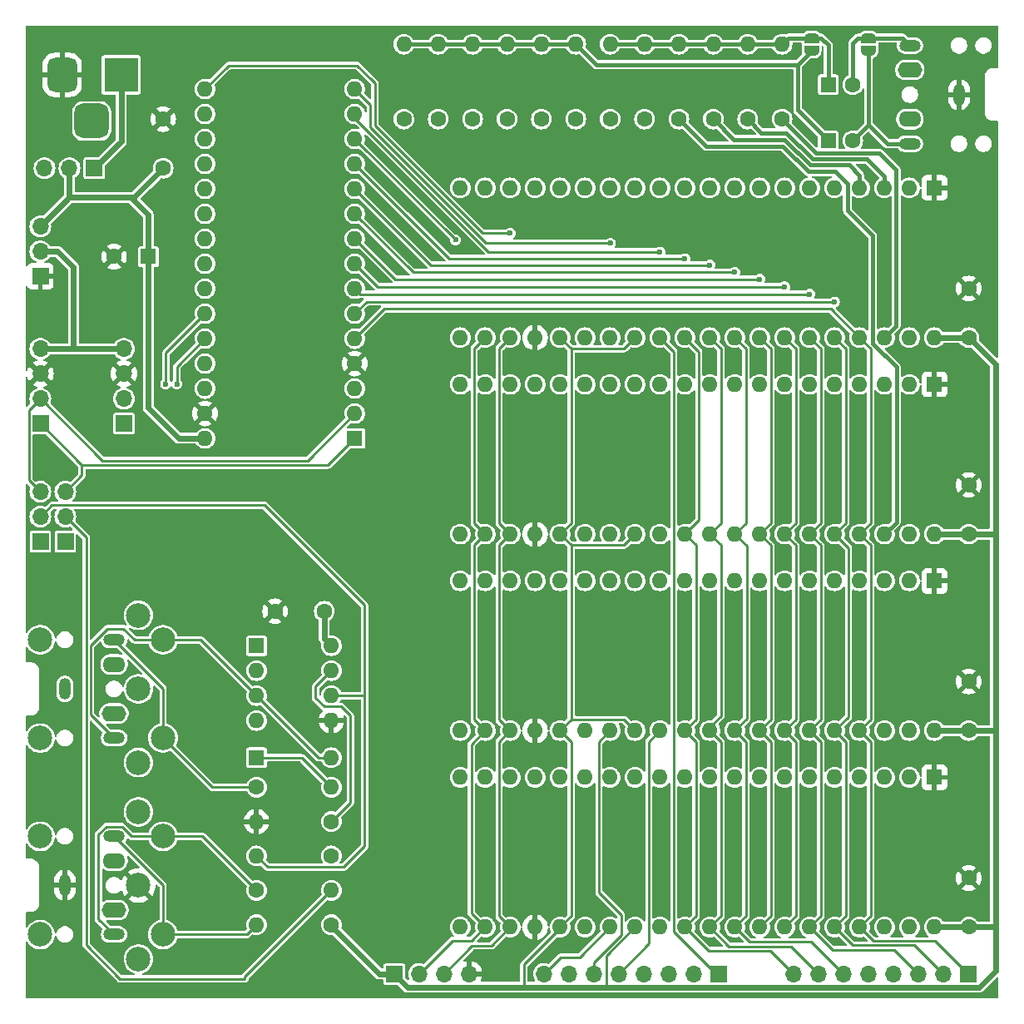
<source format=gbr>
%TF.GenerationSoftware,KiCad,Pcbnew,8.0.7*%
%TF.CreationDate,2025-07-29T19:22:15+01:00*%
%TF.ProjectId,AY-3-8910 Experimenter,41592d33-2d38-4393-9130-204578706572,rev?*%
%TF.SameCoordinates,Original*%
%TF.FileFunction,Copper,L1,Top*%
%TF.FilePolarity,Positive*%
%FSLAX46Y46*%
G04 Gerber Fmt 4.6, Leading zero omitted, Abs format (unit mm)*
G04 Created by KiCad (PCBNEW 8.0.7) date 2025-07-29 19:22:15*
%MOMM*%
%LPD*%
G01*
G04 APERTURE LIST*
G04 Aperture macros list*
%AMRoundRect*
0 Rectangle with rounded corners*
0 $1 Rounding radius*
0 $2 $3 $4 $5 $6 $7 $8 $9 X,Y pos of 4 corners*
0 Add a 4 corners polygon primitive as box body*
4,1,4,$2,$3,$4,$5,$6,$7,$8,$9,$2,$3,0*
0 Add four circle primitives for the rounded corners*
1,1,$1+$1,$2,$3*
1,1,$1+$1,$4,$5*
1,1,$1+$1,$6,$7*
1,1,$1+$1,$8,$9*
0 Add four rect primitives between the rounded corners*
20,1,$1+$1,$2,$3,$4,$5,0*
20,1,$1+$1,$4,$5,$6,$7,0*
20,1,$1+$1,$6,$7,$8,$9,0*
20,1,$1+$1,$8,$9,$2,$3,0*%
%AMFreePoly0*
4,1,19,0.500000,-0.750000,0.000000,-0.750000,0.000000,-0.744911,-0.071157,-0.744911,-0.207708,-0.704816,-0.327430,-0.627875,-0.420627,-0.520320,-0.479746,-0.390866,-0.500000,-0.250000,-0.500000,0.250000,-0.479746,0.390866,-0.420627,0.520320,-0.327430,0.627875,-0.207708,0.704816,-0.071157,0.744911,0.000000,0.744911,0.000000,0.750000,0.500000,0.750000,0.500000,-0.750000,0.500000,-0.750000,
$1*%
%AMFreePoly1*
4,1,19,0.000000,0.744911,0.071157,0.744911,0.207708,0.704816,0.327430,0.627875,0.420627,0.520320,0.479746,0.390866,0.500000,0.250000,0.500000,-0.250000,0.479746,-0.390866,0.420627,-0.520320,0.327430,-0.627875,0.207708,-0.704816,0.071157,-0.744911,0.000000,-0.744911,0.000000,-0.750000,-0.500000,-0.750000,-0.500000,0.750000,0.000000,0.750000,0.000000,0.744911,0.000000,0.744911,
$1*%
G04 Aperture macros list end*
%TA.AperFunction,ComponentPad*%
%ADD10C,1.600000*%
%TD*%
%TA.AperFunction,ComponentPad*%
%ADD11O,1.600000X1.600000*%
%TD*%
%TA.AperFunction,ComponentPad*%
%ADD12R,1.600000X1.600000*%
%TD*%
%TA.AperFunction,WasherPad*%
%ADD13C,2.499360*%
%TD*%
%TA.AperFunction,ComponentPad*%
%ADD14C,2.499360*%
%TD*%
%TA.AperFunction,ComponentPad*%
%ADD15O,1.200000X2.200000*%
%TD*%
%TA.AperFunction,ComponentPad*%
%ADD16O,2.200000X1.200000*%
%TD*%
%TA.AperFunction,ComponentPad*%
%ADD17O,2.300000X1.600000*%
%TD*%
%TA.AperFunction,ComponentPad*%
%ADD18O,2.500000X1.600000*%
%TD*%
%TA.AperFunction,ComponentPad*%
%ADD19R,1.700000X1.700000*%
%TD*%
%TA.AperFunction,ComponentPad*%
%ADD20O,1.700000X1.700000*%
%TD*%
%TA.AperFunction,ComponentPad*%
%ADD21R,3.500000X3.500000*%
%TD*%
%TA.AperFunction,ComponentPad*%
%ADD22RoundRect,0.750000X-0.750000X-1.000000X0.750000X-1.000000X0.750000X1.000000X-0.750000X1.000000X0*%
%TD*%
%TA.AperFunction,ComponentPad*%
%ADD23RoundRect,0.875000X-0.875000X-0.875000X0.875000X-0.875000X0.875000X0.875000X-0.875000X0.875000X0*%
%TD*%
%TA.AperFunction,SMDPad,CuDef*%
%ADD24FreePoly0,90.000000*%
%TD*%
%TA.AperFunction,SMDPad,CuDef*%
%ADD25FreePoly1,90.000000*%
%TD*%
%TA.AperFunction,ViaPad*%
%ADD26C,0.600000*%
%TD*%
%TA.AperFunction,Conductor*%
%ADD27C,0.600000*%
%TD*%
%TA.AperFunction,Conductor*%
%ADD28C,0.250000*%
%TD*%
%TA.AperFunction,Conductor*%
%ADD29C,0.400000*%
%TD*%
G04 APERTURE END LIST*
D10*
%TO.P,C3,1*%
%TO.N,VCC*%
X64500000Y-65000000D03*
%TO.P,C3,2*%
%TO.N,GND*%
X64500000Y-60000000D03*
%TD*%
%TO.P,R6,1*%
%TO.N,/CHA_A*%
X120500000Y-60000000D03*
D11*
%TO.P,R6,2*%
%TO.N,/OUT_L*%
X120500000Y-52380000D03*
%TD*%
D12*
%TO.P,U3,1,Vss*%
%TO.N,GND*%
X143000000Y-107000000D03*
D11*
%TO.P,U3,2,N/C*%
%TO.N,unconnected-(U3-N{slash}C-Pad2)*%
X140460000Y-107000000D03*
%TO.P,U3,3,ch_B*%
%TO.N,/CHB_C*%
X137920000Y-107000000D03*
%TO.P,U3,4,ch_A*%
%TO.N,/CHA_C*%
X135380000Y-107000000D03*
%TO.P,U3,5,N/C*%
%TO.N,unconnected-(U3-N{slash}C-Pad5)*%
X132840000Y-107000000D03*
%TO.P,U3,6,IOB7*%
%TO.N,unconnected-(U3-IOB7-Pad6)*%
X130300000Y-107000000D03*
%TO.P,U3,7,IOB6*%
%TO.N,unconnected-(U3-IOB6-Pad7)*%
X127760000Y-107000000D03*
%TO.P,U3,8,IOB5*%
%TO.N,unconnected-(U3-IOB5-Pad8)*%
X125220000Y-107000000D03*
%TO.P,U3,9,IOB4*%
%TO.N,unconnected-(U3-IOB4-Pad9)*%
X122680000Y-107000000D03*
%TO.P,U3,10,IOB3*%
%TO.N,unconnected-(U3-IOB3-Pad10)*%
X120140000Y-107000000D03*
%TO.P,U3,11,IOB2*%
%TO.N,unconnected-(U3-IOB2-Pad11)*%
X117600000Y-107000000D03*
%TO.P,U3,12,IOB1*%
%TO.N,unconnected-(U3-IOB1-Pad12)*%
X115060000Y-107000000D03*
%TO.P,U3,13,IOB0*%
%TO.N,unconnected-(U3-IOB0-Pad13)*%
X112520000Y-107000000D03*
%TO.P,U3,14,IOA7*%
%TO.N,unconnected-(U3-IOA7-Pad14)*%
X109980000Y-107000000D03*
%TO.P,U3,15,IOA6*%
%TO.N,unconnected-(U3-IOA6-Pad15)*%
X107440000Y-107000000D03*
%TO.P,U3,16,IOA5*%
%TO.N,unconnected-(U3-IOA5-Pad16)*%
X104900000Y-107000000D03*
%TO.P,U3,17,IOA4*%
%TO.N,unconnected-(U3-IOA4-Pad17)*%
X102360000Y-107000000D03*
%TO.P,U3,18,IOA3*%
%TO.N,unconnected-(U3-IOA3-Pad18)*%
X99820000Y-107000000D03*
%TO.P,U3,19,IOA2*%
%TO.N,unconnected-(U3-IOA2-Pad19)*%
X97280000Y-107000000D03*
%TO.P,U3,20,IOA1*%
%TO.N,unconnected-(U3-IOA1-Pad20)*%
X94740000Y-107000000D03*
%TO.P,U3,21,IOA0*%
%TO.N,unconnected-(U3-IOA0-Pad21)*%
X94740000Y-122240000D03*
%TO.P,U3,22,CLOCK*%
%TO.N,/CLOCK*%
X97280000Y-122240000D03*
%TO.P,U3,23,~{RESET}*%
%TO.N,/{slash}RESET*%
X99820000Y-122240000D03*
%TO.P,U3,24,~{A9}*%
%TO.N,GND*%
X102360000Y-122240000D03*
%TO.P,U3,25,A8*%
%TO.N,+5V*%
X104900000Y-122240000D03*
%TO.P,U3,26,TEST2*%
%TO.N,unconnected-(U3-TEST2-Pad26)*%
X107440000Y-122240000D03*
%TO.P,U3,27,BDIR*%
%TO.N,/BDIR_C*%
X109980000Y-122240000D03*
%TO.P,U3,28,BC2*%
%TO.N,+5V*%
X112520000Y-122240000D03*
%TO.P,U3,29,BC1*%
%TO.N,/BC1_C*%
X115060000Y-122240000D03*
%TO.P,U3,30,D7*%
%TO.N,/D7*%
X117600000Y-122240000D03*
%TO.P,U3,31,D6*%
%TO.N,/D6*%
X120140000Y-122240000D03*
%TO.P,U3,32,D5*%
%TO.N,/D5*%
X122680000Y-122240000D03*
%TO.P,U3,33,D4*%
%TO.N,/D4*%
X125220000Y-122240000D03*
%TO.P,U3,34,D3*%
%TO.N,/D3*%
X127760000Y-122240000D03*
%TO.P,U3,35,D2*%
%TO.N,/D2*%
X130300000Y-122240000D03*
%TO.P,U3,36,D1*%
%TO.N,/D1*%
X132840000Y-122240000D03*
%TO.P,U3,37,D0*%
%TO.N,/D0*%
X135380000Y-122240000D03*
%TO.P,U3,38,ch_C*%
%TO.N,/CHC_C*%
X137920000Y-122240000D03*
%TO.P,U3,39,TEST1*%
%TO.N,unconnected-(U3-TEST1-Pad39)*%
X140460000Y-122240000D03*
%TO.P,U3,40,Vcc*%
%TO.N,+5V*%
X143000000Y-122240000D03*
%TD*%
D13*
%TO.P,OUT1,*%
%TO.N,*%
X51992560Y-132998740D03*
X51992560Y-143001260D03*
D14*
%TO.P,OUT1,1*%
%TO.N,unconnected-(OUT1-Pad1)*%
X61987460Y-145498080D03*
%TO.P,OUT1,2*%
%TO.N,GND*%
X61990000Y-138000000D03*
D15*
X54500260Y-138000000D03*
D14*
%TO.P,OUT1,3*%
%TO.N,unconnected-(OUT1-Pad3)*%
X61987460Y-130501920D03*
D16*
%TO.P,OUT1,4*%
%TO.N,Net-(OUT1-Pad4)*%
X59500260Y-133000000D03*
D14*
X64489360Y-142996180D03*
%TO.P,OUT1,5*%
%TO.N,Net-(OUT1-Pad5)*%
X64489360Y-133003820D03*
D16*
X59500260Y-143000000D03*
D17*
%TO.P,OUT1,RN*%
%TO.N,N/C*%
X59500260Y-135500000D03*
D18*
%TO.P,OUT1,TN*%
X59500260Y-140500000D03*
%TD*%
D10*
%TO.P,R12,1*%
%TO.N,/CHA_C*%
X99500000Y-60000000D03*
D11*
%TO.P,R12,2*%
%TO.N,/OUT_R*%
X99500000Y-52380000D03*
%TD*%
D10*
%TO.P,R9,1*%
%TO.N,/CHA_B*%
X110000000Y-60000000D03*
D11*
%TO.P,R9,2*%
%TO.N,/OUT_L*%
X110000000Y-52380000D03*
%TD*%
D10*
%TO.P,R7,1*%
%TO.N,/CHB_A*%
X124000000Y-60000000D03*
D11*
%TO.P,R7,2*%
%TO.N,/OUT_L*%
X124000000Y-52380000D03*
%TD*%
D19*
%TO.P,J4,1,Pin_1*%
%TO.N,/D0*%
X146420000Y-147000000D03*
D20*
%TO.P,J4,2,Pin_2*%
%TO.N,/D1*%
X143880000Y-147000000D03*
%TO.P,J4,3,Pin_3*%
%TO.N,/D2*%
X141340000Y-147000000D03*
%TO.P,J4,4,Pin_4*%
%TO.N,/D3*%
X138800000Y-147000000D03*
%TO.P,J4,5,Pin_5*%
%TO.N,/D4*%
X136260000Y-147000000D03*
%TO.P,J4,6,Pin_6*%
%TO.N,/D5*%
X133720000Y-147000000D03*
%TO.P,J4,7,Pin_7*%
%TO.N,/D6*%
X131180000Y-147000000D03*
%TO.P,J4,8,Pin_8*%
%TO.N,/D7*%
X128640000Y-147000000D03*
%TD*%
D10*
%TO.P,R3,1*%
%TO.N,Net-(OUT1-Pad5)*%
X74000000Y-138500000D03*
D11*
%TO.P,R3,2*%
%TO.N,Net-(J6-Pin_2)*%
X81620000Y-138500000D03*
%TD*%
D10*
%TO.P,R11,1*%
%TO.N,/CHC_B*%
X117000000Y-60000000D03*
D11*
%TO.P,R11,2*%
%TO.N,/OUT_L*%
X117000000Y-52380000D03*
%TD*%
D12*
%TO.P,C5,1*%
%TO.N,/OUT_R*%
X132200000Y-62200000D03*
D10*
%TO.P,C5,2*%
%TO.N,Net-(JP2-A)*%
X134700000Y-62200000D03*
%TD*%
%TO.P,R15,1*%
%TO.N,/CHA_D*%
X92500000Y-60000000D03*
D11*
%TO.P,R15,2*%
%TO.N,/OUT_R*%
X92500000Y-52380000D03*
%TD*%
D10*
%TO.P,C2,1*%
%TO.N,+5V*%
X80900000Y-110100000D03*
%TO.P,C2,2*%
%TO.N,GND*%
X75900000Y-110100000D03*
%TD*%
D12*
%TO.P,U5,1,D1/TX*%
%TO.N,/TX*%
X84000000Y-92500000D03*
D11*
%TO.P,U5,2,D0/RX*%
%TO.N,/RX*%
X84000000Y-89960000D03*
%TO.P,U5,3,~{RESET}*%
%TO.N,unconnected-(U5-~{RESET}-Pad3)*%
X84000000Y-87420000D03*
%TO.P,U5,4,GND*%
%TO.N,GND*%
X84000000Y-84880000D03*
%TO.P,U5,5,D2*%
%TO.N,/D0*%
X84000000Y-82340000D03*
%TO.P,U5,6,~D3*%
%TO.N,/D1*%
X84000000Y-79800000D03*
%TO.P,U5,7,D4*%
%TO.N,/D2*%
X84000000Y-77260000D03*
%TO.P,U5,8,~D5*%
%TO.N,/D3*%
X84000000Y-74720000D03*
%TO.P,U5,9,~D6*%
%TO.N,/D4*%
X84000000Y-72180000D03*
%TO.P,U5,10,D7*%
%TO.N,/D5*%
X84000000Y-69640000D03*
%TO.P,U5,11,D8*%
%TO.N,/D6*%
X84000000Y-67100000D03*
%TO.P,U5,12,~D9*%
%TO.N,/D7*%
X84000000Y-64560000D03*
%TO.P,U5,13,~D10*%
%TO.N,/CLOCK*%
X84000000Y-62020000D03*
%TO.P,U5,14,~D11*%
%TO.N,/BC1_A*%
X84000000Y-59480000D03*
%TO.P,U5,15,D12*%
%TO.N,/BDIR_A*%
X84000000Y-56940000D03*
%TO.P,U5,16,D13*%
%TO.N,/{slash}RESET*%
X68760000Y-56940000D03*
%TO.P,U5,17,3V3*%
%TO.N,unconnected-(U5-3V3-Pad17)*%
X68760000Y-59480000D03*
%TO.P,U5,18,AREF*%
%TO.N,unconnected-(U5-AREF-Pad18)*%
X68760000Y-62020000D03*
%TO.P,U5,19,A0/D14*%
%TO.N,/BC1_B*%
X68760000Y-64560000D03*
%TO.P,U5,20,A1/D15*%
%TO.N,/BDIR_B*%
X68760000Y-67100000D03*
%TO.P,U5,21,A2/D16*%
%TO.N,/BC1_C*%
X68760000Y-69640000D03*
%TO.P,U5,22,A3/D17*%
%TO.N,/BDIR_C*%
X68760000Y-72180000D03*
%TO.P,U5,23,A4/D18*%
%TO.N,/BC1_D*%
X68760000Y-74720000D03*
%TO.P,U5,24,A5/D19*%
%TO.N,/BDIR_D*%
X68760000Y-77260000D03*
%TO.P,U5,25,A6/D20*%
%TO.N,Net-(J10-Pin_2)*%
X68760000Y-79800000D03*
%TO.P,U5,26,A7/D21*%
%TO.N,Net-(J10-Pin_1)*%
X68760000Y-82340000D03*
%TO.P,U5,27,+5V*%
%TO.N,+5V*%
X68760000Y-84880000D03*
%TO.P,U5,28,~{RESET}*%
%TO.N,unconnected-(U5-~{RESET}-Pad28)*%
X68760000Y-87420000D03*
%TO.P,U5,29,GND*%
%TO.N,GND*%
X68760000Y-89960000D03*
%TO.P,U5,30,VIN*%
%TO.N,VCC*%
X68760000Y-92500000D03*
%TD*%
D10*
%TO.P,C7,1*%
%TO.N,+5V*%
X146500000Y-102240000D03*
%TO.P,C7,2*%
%TO.N,GND*%
X146500000Y-97240000D03*
%TD*%
D12*
%TO.P,D1,1,K*%
%TO.N,Net-(D1-K)*%
X74000000Y-125000000D03*
D11*
%TO.P,D1,2,A*%
%TO.N,Net-(D1-A)*%
X81620000Y-125000000D03*
%TD*%
D12*
%TO.P,U2,1,Vss*%
%TO.N,GND*%
X143000000Y-87000000D03*
D11*
%TO.P,U2,2,N/C*%
%TO.N,unconnected-(U2-N{slash}C-Pad2)*%
X140460000Y-87000000D03*
%TO.P,U2,3,ch_B*%
%TO.N,/CHB_B*%
X137920000Y-87000000D03*
%TO.P,U2,4,ch_A*%
%TO.N,/CHA_B*%
X135380000Y-87000000D03*
%TO.P,U2,5,N/C*%
%TO.N,unconnected-(U2-N{slash}C-Pad5)*%
X132840000Y-87000000D03*
%TO.P,U2,6,IOB7*%
%TO.N,unconnected-(U2-IOB7-Pad6)*%
X130300000Y-87000000D03*
%TO.P,U2,7,IOB6*%
%TO.N,unconnected-(U2-IOB6-Pad7)*%
X127760000Y-87000000D03*
%TO.P,U2,8,IOB5*%
%TO.N,unconnected-(U2-IOB5-Pad8)*%
X125220000Y-87000000D03*
%TO.P,U2,9,IOB4*%
%TO.N,unconnected-(U2-IOB4-Pad9)*%
X122680000Y-87000000D03*
%TO.P,U2,10,IOB3*%
%TO.N,unconnected-(U2-IOB3-Pad10)*%
X120140000Y-87000000D03*
%TO.P,U2,11,IOB2*%
%TO.N,unconnected-(U2-IOB2-Pad11)*%
X117600000Y-87000000D03*
%TO.P,U2,12,IOB1*%
%TO.N,unconnected-(U2-IOB1-Pad12)*%
X115060000Y-87000000D03*
%TO.P,U2,13,IOB0*%
%TO.N,unconnected-(U2-IOB0-Pad13)*%
X112520000Y-87000000D03*
%TO.P,U2,14,IOA7*%
%TO.N,unconnected-(U2-IOA7-Pad14)*%
X109980000Y-87000000D03*
%TO.P,U2,15,IOA6*%
%TO.N,unconnected-(U2-IOA6-Pad15)*%
X107440000Y-87000000D03*
%TO.P,U2,16,IOA5*%
%TO.N,unconnected-(U2-IOA5-Pad16)*%
X104900000Y-87000000D03*
%TO.P,U2,17,IOA4*%
%TO.N,unconnected-(U2-IOA4-Pad17)*%
X102360000Y-87000000D03*
%TO.P,U2,18,IOA3*%
%TO.N,unconnected-(U2-IOA3-Pad18)*%
X99820000Y-87000000D03*
%TO.P,U2,19,IOA2*%
%TO.N,unconnected-(U2-IOA2-Pad19)*%
X97280000Y-87000000D03*
%TO.P,U2,20,IOA1*%
%TO.N,unconnected-(U2-IOA1-Pad20)*%
X94740000Y-87000000D03*
%TO.P,U2,21,IOA0*%
%TO.N,unconnected-(U2-IOA0-Pad21)*%
X94740000Y-102240000D03*
%TO.P,U2,22,CLOCK*%
%TO.N,/CLOCK*%
X97280000Y-102240000D03*
%TO.P,U2,23,~{RESET}*%
%TO.N,/{slash}RESET*%
X99820000Y-102240000D03*
%TO.P,U2,24,~{A9}*%
%TO.N,GND*%
X102360000Y-102240000D03*
%TO.P,U2,25,A8*%
%TO.N,+5V*%
X104900000Y-102240000D03*
%TO.P,U2,26,TEST2*%
%TO.N,unconnected-(U2-TEST2-Pad26)*%
X107440000Y-102240000D03*
%TO.P,U2,27,BDIR*%
%TO.N,/BDIR_B*%
X109980000Y-102240000D03*
%TO.P,U2,28,BC2*%
%TO.N,+5V*%
X112520000Y-102240000D03*
%TO.P,U2,29,BC1*%
%TO.N,/BC1_B*%
X115060000Y-102240000D03*
%TO.P,U2,30,D7*%
%TO.N,/D7*%
X117600000Y-102240000D03*
%TO.P,U2,31,D6*%
%TO.N,/D6*%
X120140000Y-102240000D03*
%TO.P,U2,32,D5*%
%TO.N,/D5*%
X122680000Y-102240000D03*
%TO.P,U2,33,D4*%
%TO.N,/D4*%
X125220000Y-102240000D03*
%TO.P,U2,34,D3*%
%TO.N,/D3*%
X127760000Y-102240000D03*
%TO.P,U2,35,D2*%
%TO.N,/D2*%
X130300000Y-102240000D03*
%TO.P,U2,36,D1*%
%TO.N,/D1*%
X132840000Y-102240000D03*
%TO.P,U2,37,D0*%
%TO.N,/D0*%
X135380000Y-102240000D03*
%TO.P,U2,38,ch_C*%
%TO.N,/CHC_B*%
X137920000Y-102240000D03*
%TO.P,U2,39,TEST1*%
%TO.N,unconnected-(U2-TEST1-Pad39)*%
X140460000Y-102240000D03*
%TO.P,U2,40,Vcc*%
%TO.N,+5V*%
X143000000Y-102240000D03*
%TD*%
D10*
%TO.P,C6,1*%
%TO.N,+5V*%
X146500000Y-82240000D03*
%TO.P,C6,2*%
%TO.N,GND*%
X146500000Y-77240000D03*
%TD*%
%TO.P,R13,1*%
%TO.N,/CHB_C*%
X103000000Y-60000000D03*
D11*
%TO.P,R13,2*%
%TO.N,/OUT_R*%
X103000000Y-52380000D03*
%TD*%
D13*
%TO.P,IN1,*%
%TO.N,*%
X51992560Y-112998740D03*
X51992560Y-123001260D03*
D14*
%TO.P,IN1,1*%
%TO.N,unconnected-(IN1-Pad1)*%
X61987460Y-125498080D03*
%TO.P,IN1,2*%
%TO.N,unconnected-(IN1-Pad2)_1*%
X61990000Y-118000000D03*
D15*
%TO.N,unconnected-(IN1-Pad2)*%
X54500260Y-118000000D03*
D14*
%TO.P,IN1,3*%
%TO.N,unconnected-(IN1-Pad3)*%
X61987460Y-110501920D03*
D16*
%TO.P,IN1,4*%
%TO.N,Net-(IN1-Pad4)*%
X59500260Y-113000000D03*
D14*
X64489360Y-122996180D03*
%TO.P,IN1,5*%
%TO.N,Net-(D1-A)*%
X64489360Y-113003820D03*
D16*
X59500260Y-123000000D03*
D17*
%TO.P,IN1,RN*%
%TO.N,N/C*%
X59500260Y-115500000D03*
D18*
%TO.P,IN1,TN*%
X59500260Y-120500000D03*
%TD*%
D10*
%TO.P,R8,1*%
%TO.N,/CHC_A*%
X127500000Y-60000000D03*
D11*
%TO.P,R8,2*%
%TO.N,/OUT_L*%
X127500000Y-52380000D03*
%TD*%
D12*
%TO.P,C1,1*%
%TO.N,VCC*%
X63000000Y-74000000D03*
D10*
%TO.P,C1,2*%
%TO.N,GND*%
X59500000Y-74000000D03*
%TD*%
D19*
%TO.P,J1,1,Pin_1*%
%TO.N,GND*%
X52000000Y-76000000D03*
D20*
%TO.P,J1,2,Pin_2*%
%TO.N,+5V*%
X52000000Y-73460000D03*
%TO.P,J1,3,Pin_3*%
%TO.N,VCC*%
X52000000Y-70920000D03*
%TD*%
D10*
%TO.P,R2,1*%
%TO.N,Net-(IN1-Pad4)*%
X74000000Y-128000000D03*
D11*
%TO.P,R2,2*%
%TO.N,Net-(D1-K)*%
X81620000Y-128000000D03*
%TD*%
D10*
%TO.P,R16,1*%
%TO.N,/CHB_D*%
X96000000Y-60000000D03*
D11*
%TO.P,R16,2*%
%TO.N,/OUT_R*%
X96000000Y-52380000D03*
%TD*%
D19*
%TO.P,J6,1,Pin_1*%
%TO.N,unconnected-(J6-Pin_1-Pad1)*%
X54540000Y-103000000D03*
D20*
%TO.P,J6,2,Pin_2*%
%TO.N,Net-(J6-Pin_2)*%
X54540000Y-100460000D03*
%TO.P,J6,3,Pin_3*%
%TO.N,/TX*%
X54540000Y-97920000D03*
%TD*%
D12*
%TO.P,C4,1*%
%TO.N,/OUT_L*%
X132200000Y-56500000D03*
D10*
%TO.P,C4,2*%
%TO.N,Net-(JP2-B)*%
X134700000Y-56500000D03*
%TD*%
%TO.P,C8,1*%
%TO.N,+5V*%
X146500000Y-122240000D03*
%TO.P,C8,2*%
%TO.N,GND*%
X146500000Y-117240000D03*
%TD*%
%TO.P,R14,1*%
%TO.N,/CHC_C*%
X106500000Y-60000000D03*
D11*
%TO.P,R14,2*%
%TO.N,/OUT_R*%
X106500000Y-52380000D03*
%TD*%
D12*
%TO.P,U6,1,NC*%
%TO.N,unconnected-(U6-NC-Pad1)*%
X74000000Y-113600000D03*
D11*
%TO.P,U6,2,C1*%
%TO.N,Net-(D1-K)*%
X74000000Y-116140000D03*
%TO.P,U6,3,C2*%
%TO.N,Net-(D1-A)*%
X74000000Y-118680000D03*
%TO.P,U6,4,NC*%
%TO.N,unconnected-(U6-NC-Pad4)*%
X74000000Y-121220000D03*
%TO.P,U6,5,GND*%
%TO.N,GND*%
X81620000Y-121220000D03*
%TO.P,U6,6,VO2*%
%TO.N,Net-(J7-Pin_2)*%
X81620000Y-118680000D03*
%TO.P,U6,7,VO1*%
%TO.N,Net-(U6-VO1)*%
X81620000Y-116140000D03*
%TO.P,U6,8,VCC*%
%TO.N,+5V*%
X81620000Y-113600000D03*
%TD*%
D19*
%TO.P,J10,1,Pin_1*%
%TO.N,Net-(J10-Pin_1)*%
X60500000Y-91000000D03*
D20*
%TO.P,J10,2,Pin_2*%
%TO.N,Net-(J10-Pin_2)*%
X60500000Y-88460000D03*
%TO.P,J10,3,Pin_3*%
%TO.N,GND*%
X60500000Y-85920000D03*
%TO.P,J10,4,Pin_4*%
%TO.N,+5V*%
X60500000Y-83380000D03*
%TD*%
D19*
%TO.P,J8,1,Pin_1*%
%TO.N,/BC1_A*%
X121020000Y-147000000D03*
D20*
%TO.P,J8,2,Pin_2*%
%TO.N,/BDIR_A*%
X118480000Y-147000000D03*
%TO.P,J8,3,Pin_3*%
%TO.N,/BC1_B*%
X115940000Y-147000000D03*
%TO.P,J8,4,Pin_4*%
%TO.N,/BDIR_B*%
X113400000Y-147000000D03*
%TO.P,J8,5,Pin_5*%
%TO.N,/BC1_C*%
X110860000Y-147000000D03*
%TO.P,J8,6,Pin_6*%
%TO.N,/BDIR_C*%
X108320000Y-147000000D03*
%TO.P,J8,7,Pin_7*%
%TO.N,/BC1_D*%
X105780000Y-147000000D03*
%TO.P,J8,8,Pin_8*%
%TO.N,/BDIR_D*%
X103240000Y-147000000D03*
%TD*%
D10*
%TO.P,R17,1*%
%TO.N,/CHC_D*%
X89000000Y-60000000D03*
D11*
%TO.P,R17,2*%
%TO.N,/OUT_R*%
X89000000Y-52380000D03*
%TD*%
D21*
%TO.P,J5,1*%
%TO.N,Net-(SW1-A)*%
X60225000Y-55500000D03*
D22*
%TO.P,J5,2*%
%TO.N,GND*%
X54225000Y-55500000D03*
D23*
%TO.P,J5,3*%
%TO.N,unconnected-(J5-Pad3)*%
X57225000Y-60200000D03*
%TD*%
D10*
%TO.P,R5,1*%
%TO.N,+5V*%
X81620000Y-135000000D03*
D11*
%TO.P,R5,2*%
%TO.N,Net-(J7-Pin_2)*%
X74000000Y-135000000D03*
%TD*%
D19*
%TO.P,J2,1,Pin_1*%
%TO.N,/TX*%
X52000000Y-91000000D03*
D20*
%TO.P,J2,2,Pin_2*%
%TO.N,/RX*%
X52000000Y-88460000D03*
%TO.P,J2,3,Pin_3*%
%TO.N,GND*%
X52000000Y-85920000D03*
%TO.P,J2,4,Pin_4*%
%TO.N,+5V*%
X52000000Y-83380000D03*
%TD*%
D24*
%TO.P,JP1,1,A*%
%TO.N,/OUT_R*%
X130500000Y-53050000D03*
D25*
%TO.P,JP1,2,B*%
%TO.N,/OUT_L*%
X130500000Y-51750000D03*
%TD*%
D12*
%TO.P,U1,1,Vss*%
%TO.N,GND*%
X143000000Y-67000000D03*
D11*
%TO.P,U1,2,N/C*%
%TO.N,unconnected-(U1-N{slash}C-Pad2)*%
X140460000Y-67000000D03*
%TO.P,U1,3,ch_B*%
%TO.N,/CHB_A*%
X137920000Y-67000000D03*
%TO.P,U1,4,ch_A*%
%TO.N,/CHA_A*%
X135380000Y-67000000D03*
%TO.P,U1,5,N/C*%
%TO.N,unconnected-(U1-N{slash}C-Pad5)*%
X132840000Y-67000000D03*
%TO.P,U1,6,IOB7*%
%TO.N,unconnected-(U1-IOB7-Pad6)*%
X130300000Y-67000000D03*
%TO.P,U1,7,IOB6*%
%TO.N,unconnected-(U1-IOB6-Pad7)*%
X127760000Y-67000000D03*
%TO.P,U1,8,IOB5*%
%TO.N,unconnected-(U1-IOB5-Pad8)*%
X125220000Y-67000000D03*
%TO.P,U1,9,IOB4*%
%TO.N,unconnected-(U1-IOB4-Pad9)*%
X122680000Y-67000000D03*
%TO.P,U1,10,IOB3*%
%TO.N,unconnected-(U1-IOB3-Pad10)*%
X120140000Y-67000000D03*
%TO.P,U1,11,IOB2*%
%TO.N,unconnected-(U1-IOB2-Pad11)*%
X117600000Y-67000000D03*
%TO.P,U1,12,IOB1*%
%TO.N,unconnected-(U1-IOB1-Pad12)*%
X115060000Y-67000000D03*
%TO.P,U1,13,IOB0*%
%TO.N,unconnected-(U1-IOB0-Pad13)*%
X112520000Y-67000000D03*
%TO.P,U1,14,IOA7*%
%TO.N,unconnected-(U1-IOA7-Pad14)*%
X109980000Y-67000000D03*
%TO.P,U1,15,IOA6*%
%TO.N,unconnected-(U1-IOA6-Pad15)*%
X107440000Y-67000000D03*
%TO.P,U1,16,IOA5*%
%TO.N,unconnected-(U1-IOA5-Pad16)*%
X104900000Y-67000000D03*
%TO.P,U1,17,IOA4*%
%TO.N,unconnected-(U1-IOA4-Pad17)*%
X102360000Y-67000000D03*
%TO.P,U1,18,IOA3*%
%TO.N,unconnected-(U1-IOA3-Pad18)*%
X99820000Y-67000000D03*
%TO.P,U1,19,IOA2*%
%TO.N,unconnected-(U1-IOA2-Pad19)*%
X97280000Y-67000000D03*
%TO.P,U1,20,IOA1*%
%TO.N,unconnected-(U1-IOA1-Pad20)*%
X94740000Y-67000000D03*
%TO.P,U1,21,IOA0*%
%TO.N,unconnected-(U1-IOA0-Pad21)*%
X94740000Y-82240000D03*
%TO.P,U1,22,CLOCK*%
%TO.N,/CLOCK*%
X97280000Y-82240000D03*
%TO.P,U1,23,~{RESET}*%
%TO.N,/{slash}RESET*%
X99820000Y-82240000D03*
%TO.P,U1,24,~{A9}*%
%TO.N,GND*%
X102360000Y-82240000D03*
%TO.P,U1,25,A8*%
%TO.N,+5V*%
X104900000Y-82240000D03*
%TO.P,U1,26,TEST2*%
%TO.N,unconnected-(U1-TEST2-Pad26)*%
X107440000Y-82240000D03*
%TO.P,U1,27,BDIR*%
%TO.N,/BDIR_A*%
X109980000Y-82240000D03*
%TO.P,U1,28,BC2*%
%TO.N,+5V*%
X112520000Y-82240000D03*
%TO.P,U1,29,BC1*%
%TO.N,/BC1_A*%
X115060000Y-82240000D03*
%TO.P,U1,30,D7*%
%TO.N,/D7*%
X117600000Y-82240000D03*
%TO.P,U1,31,D6*%
%TO.N,/D6*%
X120140000Y-82240000D03*
%TO.P,U1,32,D5*%
%TO.N,/D5*%
X122680000Y-82240000D03*
%TO.P,U1,33,D4*%
%TO.N,/D4*%
X125220000Y-82240000D03*
%TO.P,U1,34,D3*%
%TO.N,/D3*%
X127760000Y-82240000D03*
%TO.P,U1,35,D2*%
%TO.N,/D2*%
X130300000Y-82240000D03*
%TO.P,U1,36,D1*%
%TO.N,/D1*%
X132840000Y-82240000D03*
%TO.P,U1,37,D0*%
%TO.N,/D0*%
X135380000Y-82240000D03*
%TO.P,U1,38,ch_C*%
%TO.N,/CHC_A*%
X137920000Y-82240000D03*
%TO.P,U1,39,TEST1*%
%TO.N,unconnected-(U1-TEST1-Pad39)*%
X140460000Y-82240000D03*
%TO.P,U1,40,Vcc*%
%TO.N,+5V*%
X143000000Y-82240000D03*
%TD*%
D16*
%TO.P,J3,R*%
%TO.N,Net-(JP2-A)*%
X140500000Y-62500000D03*
D17*
%TO.P,J3,RN*%
%TO.N,unconnected-(J3-PadRN)*%
X140500000Y-60000000D03*
D15*
%TO.P,J3,S*%
%TO.N,GND*%
X145500000Y-57500000D03*
D16*
%TO.P,J3,T*%
%TO.N,Net-(JP2-B)*%
X140500000Y-52500000D03*
D18*
%TO.P,J3,TN*%
%TO.N,unconnected-(J3-PadTN)*%
X140500000Y-55000000D03*
%TD*%
D19*
%TO.P,SW1,1,A*%
%TO.N,Net-(SW1-A)*%
X57500000Y-65000000D03*
D20*
%TO.P,SW1,2,B*%
%TO.N,VCC*%
X54960000Y-65000000D03*
%TO.P,SW1,3*%
%TO.N,N/C*%
X52420000Y-65000000D03*
%TD*%
D10*
%TO.P,C9,1*%
%TO.N,+5V*%
X146500000Y-142240000D03*
%TO.P,C9,2*%
%TO.N,GND*%
X146500000Y-137240000D03*
%TD*%
%TO.P,R10,1*%
%TO.N,/CHB_B*%
X113500000Y-60000000D03*
D11*
%TO.P,R10,2*%
%TO.N,/OUT_L*%
X113500000Y-52380000D03*
%TD*%
D12*
%TO.P,U4,1,Vss*%
%TO.N,GND*%
X143000000Y-127000000D03*
D11*
%TO.P,U4,2,N/C*%
%TO.N,unconnected-(U4-N{slash}C-Pad2)*%
X140460000Y-127000000D03*
%TO.P,U4,3,ch_B*%
%TO.N,/CHB_D*%
X137920000Y-127000000D03*
%TO.P,U4,4,ch_A*%
%TO.N,/CHA_D*%
X135380000Y-127000000D03*
%TO.P,U4,5,N/C*%
%TO.N,unconnected-(U4-N{slash}C-Pad5)*%
X132840000Y-127000000D03*
%TO.P,U4,6,IOB7*%
%TO.N,unconnected-(U4-IOB7-Pad6)*%
X130300000Y-127000000D03*
%TO.P,U4,7,IOB6*%
%TO.N,unconnected-(U4-IOB6-Pad7)*%
X127760000Y-127000000D03*
%TO.P,U4,8,IOB5*%
%TO.N,unconnected-(U4-IOB5-Pad8)*%
X125220000Y-127000000D03*
%TO.P,U4,9,IOB4*%
%TO.N,unconnected-(U4-IOB4-Pad9)*%
X122680000Y-127000000D03*
%TO.P,U4,10,IOB3*%
%TO.N,unconnected-(U4-IOB3-Pad10)*%
X120140000Y-127000000D03*
%TO.P,U4,11,IOB2*%
%TO.N,unconnected-(U4-IOB2-Pad11)*%
X117600000Y-127000000D03*
%TO.P,U4,12,IOB1*%
%TO.N,unconnected-(U4-IOB1-Pad12)*%
X115060000Y-127000000D03*
%TO.P,U4,13,IOB0*%
%TO.N,unconnected-(U4-IOB0-Pad13)*%
X112520000Y-127000000D03*
%TO.P,U4,14,IOA7*%
%TO.N,unconnected-(U4-IOA7-Pad14)*%
X109980000Y-127000000D03*
%TO.P,U4,15,IOA6*%
%TO.N,unconnected-(U4-IOA6-Pad15)*%
X107440000Y-127000000D03*
%TO.P,U4,16,IOA5*%
%TO.N,unconnected-(U4-IOA5-Pad16)*%
X104900000Y-127000000D03*
%TO.P,U4,17,IOA4*%
%TO.N,unconnected-(U4-IOA4-Pad17)*%
X102360000Y-127000000D03*
%TO.P,U4,18,IOA3*%
%TO.N,unconnected-(U4-IOA3-Pad18)*%
X99820000Y-127000000D03*
%TO.P,U4,19,IOA2*%
%TO.N,unconnected-(U4-IOA2-Pad19)*%
X97280000Y-127000000D03*
%TO.P,U4,20,IOA1*%
%TO.N,unconnected-(U4-IOA1-Pad20)*%
X94740000Y-127000000D03*
%TO.P,U4,21,IOA0*%
%TO.N,unconnected-(U4-IOA0-Pad21)*%
X94740000Y-142240000D03*
%TO.P,U4,22,CLOCK*%
%TO.N,/CLOCK*%
X97280000Y-142240000D03*
%TO.P,U4,23,~{RESET}*%
%TO.N,/{slash}RESET*%
X99820000Y-142240000D03*
%TO.P,U4,24,~{A9}*%
%TO.N,GND*%
X102360000Y-142240000D03*
%TO.P,U4,25,A8*%
%TO.N,+5V*%
X104900000Y-142240000D03*
%TO.P,U4,26,TEST2*%
%TO.N,unconnected-(U4-TEST2-Pad26)*%
X107440000Y-142240000D03*
%TO.P,U4,27,BDIR*%
%TO.N,/BDIR_D*%
X109980000Y-142240000D03*
%TO.P,U4,28,BC2*%
%TO.N,+5V*%
X112520000Y-142240000D03*
%TO.P,U4,29,BC1*%
%TO.N,/BC1_D*%
X115060000Y-142240000D03*
%TO.P,U4,30,D7*%
%TO.N,/D7*%
X117600000Y-142240000D03*
%TO.P,U4,31,D6*%
%TO.N,/D6*%
X120140000Y-142240000D03*
%TO.P,U4,32,D5*%
%TO.N,/D5*%
X122680000Y-142240000D03*
%TO.P,U4,33,D4*%
%TO.N,/D4*%
X125220000Y-142240000D03*
%TO.P,U4,34,D3*%
%TO.N,/D3*%
X127760000Y-142240000D03*
%TO.P,U4,35,D2*%
%TO.N,/D2*%
X130300000Y-142240000D03*
%TO.P,U4,36,D1*%
%TO.N,/D1*%
X132840000Y-142240000D03*
%TO.P,U4,37,D0*%
%TO.N,/D0*%
X135380000Y-142240000D03*
%TO.P,U4,38,ch_C*%
%TO.N,/CHC_D*%
X137920000Y-142240000D03*
%TO.P,U4,39,TEST1*%
%TO.N,unconnected-(U4-TEST1-Pad39)*%
X140460000Y-142240000D03*
%TO.P,U4,40,Vcc*%
%TO.N,+5V*%
X143000000Y-142240000D03*
%TD*%
D24*
%TO.P,JP2,1,A*%
%TO.N,Net-(JP2-A)*%
X136300000Y-53050000D03*
D25*
%TO.P,JP2,2,B*%
%TO.N,Net-(JP2-B)*%
X136300000Y-51750000D03*
%TD*%
D10*
%TO.P,R4,1*%
%TO.N,Net-(U6-VO1)*%
X81620000Y-131500000D03*
D11*
%TO.P,R4,2*%
%TO.N,GND*%
X74000000Y-131500000D03*
%TD*%
D19*
%TO.P,J7,1,Pin_1*%
%TO.N,unconnected-(J7-Pin_1-Pad1)*%
X52000000Y-103000000D03*
D20*
%TO.P,J7,2,Pin_2*%
%TO.N,Net-(J7-Pin_2)*%
X52000000Y-100460000D03*
%TO.P,J7,3,Pin_3*%
%TO.N,/RX*%
X52000000Y-97920000D03*
%TD*%
D10*
%TO.P,R1,1*%
%TO.N,+5V*%
X81620000Y-142000000D03*
D11*
%TO.P,R1,2*%
%TO.N,Net-(OUT1-Pad4)*%
X74000000Y-142000000D03*
%TD*%
D19*
%TO.P,J9,1,Pin_1*%
%TO.N,+5V*%
X88000000Y-147000000D03*
D20*
%TO.P,J9,2,Pin_2*%
%TO.N,/CLOCK*%
X90540000Y-147000000D03*
%TO.P,J9,3,Pin_3*%
%TO.N,/{slash}RESET*%
X93080000Y-147000000D03*
%TO.P,J9,4,Pin_4*%
%TO.N,GND*%
X95620000Y-147000000D03*
%TD*%
D26*
%TO.N,GND*%
X127800000Y-99275000D03*
X79200000Y-86600000D03*
X132350000Y-99275000D03*
X122900000Y-130425000D03*
X107525000Y-130425000D03*
X117525000Y-139250000D03*
X94225000Y-130375000D03*
X127725000Y-69125000D03*
X101000000Y-64900000D03*
X117675000Y-118950000D03*
X137675000Y-97875000D03*
X84875000Y-97425000D03*
X122675000Y-119100000D03*
X117425000Y-89325000D03*
X86800000Y-118775000D03*
X97400000Y-94375000D03*
X115975000Y-51150000D03*
X87825000Y-138925000D03*
X73450000Y-66425000D03*
X130350000Y-76100000D03*
X140175000Y-79625000D03*
X135175000Y-130375000D03*
X130125000Y-99100000D03*
X140900000Y-89675000D03*
X138775000Y-139400000D03*
X105150000Y-56325000D03*
X97275000Y-130425000D03*
X132750000Y-77150000D03*
X68850000Y-145400000D03*
X102050000Y-138850000D03*
X127800000Y-75525000D03*
X135000000Y-110025000D03*
X113175000Y-56450000D03*
X54475000Y-130200000D03*
X54075000Y-106475000D03*
X90600000Y-126800000D03*
X60400000Y-102600000D03*
X111050000Y-89500000D03*
X97100000Y-138975000D03*
X134600000Y-59300000D03*
X102100000Y-130525000D03*
X91300000Y-94550000D03*
X60350000Y-93000000D03*
X81800000Y-55950000D03*
X140875000Y-110075000D03*
X102375000Y-89500000D03*
X115075000Y-130300000D03*
X79350000Y-91350000D03*
X74600000Y-96950000D03*
X110925000Y-113975000D03*
X140850000Y-97725000D03*
X111025000Y-71000000D03*
X65750000Y-80875000D03*
X120025000Y-139200000D03*
X132900000Y-117850000D03*
X132850000Y-89825000D03*
X111475000Y-130475000D03*
X122700000Y-110125000D03*
X104425000Y-135275000D03*
X93150000Y-56375000D03*
X110975000Y-98375000D03*
X135350000Y-79625000D03*
X107325000Y-137300000D03*
X130075000Y-54900000D03*
X104375000Y-114300000D03*
X97375000Y-118725000D03*
X137725000Y-109975000D03*
X74575000Y-93250000D03*
X111025000Y-65375000D03*
X121850000Y-68675000D03*
X108350000Y-51300000D03*
X132575000Y-109925000D03*
X127675000Y-109875000D03*
X126725000Y-56025000D03*
X132725000Y-130375000D03*
X72850000Y-53325000D03*
X125225000Y-109900000D03*
X140875000Y-117700000D03*
X130100000Y-119675000D03*
X79350000Y-69500000D03*
X126175000Y-65325000D03*
X115200000Y-110025000D03*
X140525000Y-69375000D03*
X94325000Y-51225000D03*
X81800000Y-53250000D03*
X79350000Y-73275000D03*
X122600000Y-51225000D03*
X135525000Y-89625000D03*
X125175000Y-119050000D03*
X124950000Y-139325000D03*
X109300000Y-118950000D03*
X87000000Y-51350000D03*
X89875000Y-114225000D03*
X117250000Y-98275000D03*
X60400000Y-97275000D03*
X130300000Y-130425000D03*
X127700000Y-89500000D03*
X129900000Y-109875000D03*
X132775000Y-69225000D03*
X97450000Y-89325000D03*
X72125000Y-84175000D03*
X130125000Y-139475000D03*
X72825000Y-56100000D03*
X91700000Y-110175000D03*
X54875000Y-120700000D03*
X68875000Y-138600000D03*
X115075000Y-139250000D03*
X118175000Y-71100000D03*
X101375000Y-51250000D03*
X117550000Y-110075000D03*
X120075000Y-119000000D03*
X125175000Y-130475000D03*
X119850000Y-110075000D03*
X135400000Y-117850000D03*
X79225000Y-66325000D03*
X137775000Y-69325000D03*
X137700000Y-59600000D03*
X137900000Y-79625000D03*
X132725000Y-139475000D03*
X57800000Y-81025000D03*
X130275000Y-69175000D03*
X127550000Y-118950000D03*
X130675000Y-59250000D03*
X69125000Y-130325000D03*
X120025000Y-130375000D03*
X73525000Y-102650000D03*
X79300000Y-78275000D03*
X120200000Y-56100000D03*
X111700000Y-136700000D03*
X79225000Y-82775000D03*
X56250000Y-85075000D03*
X135100000Y-136825000D03*
X69125000Y-120900000D03*
X94250000Y-118775000D03*
X127400000Y-130425000D03*
X102275000Y-99500000D03*
X137550000Y-117750000D03*
X78150000Y-113200000D03*
X103750000Y-71100000D03*
X138775000Y-130225000D03*
X117525000Y-130325000D03*
X127675000Y-139425000D03*
X137775000Y-54675000D03*
X114400000Y-118875000D03*
X135300000Y-69225000D03*
X122525000Y-139250000D03*
X102300000Y-118725000D03*
X137850000Y-89450000D03*
X130025000Y-89725000D03*
X94050000Y-138800000D03*
X90800000Y-80575000D03*
%TO.N,/D5*%
X122675000Y-75600000D03*
%TO.N,/D1*%
X132825000Y-78625000D03*
%TO.N,/D2*%
X130300000Y-77825000D03*
%TO.N,/D7*%
X117600000Y-74200000D03*
%TO.N,/D4*%
X125225000Y-76300000D03*
%TO.N,/D3*%
X127750000Y-77075000D03*
%TO.N,/D6*%
X120150000Y-74850000D03*
%TO.N,/BC1_A*%
X115060000Y-73525000D03*
%TO.N,/BDIR_A*%
X110025000Y-72625000D03*
%TO.N,/{slash}RESET*%
X99825000Y-71625000D03*
%TO.N,/CLOCK*%
X94250000Y-72300000D03*
%TO.N,Net-(J10-Pin_2)*%
X64750000Y-86975000D03*
%TO.N,Net-(J10-Pin_1)*%
X65895000Y-86975000D03*
%TD*%
D27*
%TO.N,+5V*%
X55375000Y-75075000D02*
X55375000Y-83380000D01*
X53760000Y-73460000D02*
X55375000Y-75075000D01*
X52000000Y-83380000D02*
X55375000Y-83380000D01*
X52000000Y-73460000D02*
X53760000Y-73460000D01*
X55375000Y-83380000D02*
X60500000Y-83380000D01*
%TO.N,VCC*%
X59800000Y-67960000D02*
X61540000Y-67960000D01*
X63000000Y-74000000D02*
X63000000Y-89400000D01*
X59800000Y-67960000D02*
X61210000Y-67960000D01*
X63000000Y-69750000D02*
X63000000Y-74000000D01*
X61540000Y-67960000D02*
X64500000Y-65000000D01*
X61210000Y-67960000D02*
X63000000Y-69750000D01*
X61540000Y-68290000D02*
X63000000Y-69750000D01*
X61540000Y-67960000D02*
X61540000Y-68290000D01*
X54960000Y-67960000D02*
X59800000Y-67960000D01*
X66100000Y-92500000D02*
X68760000Y-92500000D01*
X54960000Y-67960000D02*
X52000000Y-70920000D01*
X54960000Y-65000000D02*
X54960000Y-67960000D01*
X63000000Y-89400000D02*
X66100000Y-92500000D01*
%TO.N,+5V*%
X101225000Y-148350000D02*
X109575000Y-148350000D01*
D28*
X106025000Y-103365000D02*
X106025000Y-121115000D01*
X106025000Y-103365000D02*
X111395000Y-103365000D01*
D27*
X114875000Y-148350000D02*
X147525000Y-148350000D01*
D28*
X106025000Y-141115000D02*
X104900000Y-142240000D01*
D27*
X149200000Y-122250000D02*
X149200000Y-102250000D01*
X86475000Y-147000000D02*
X88000000Y-147000000D01*
X149200000Y-102250000D02*
X149200000Y-84940000D01*
X143000000Y-142240000D02*
X149185000Y-142240000D01*
X149200000Y-84940000D02*
X146500000Y-82240000D01*
X147525000Y-148350000D02*
X149200000Y-146675000D01*
X80900000Y-110100000D02*
X80900000Y-112880000D01*
D28*
X111395000Y-103365000D02*
X112520000Y-102240000D01*
X106025000Y-121115000D02*
X104900000Y-122240000D01*
X106025000Y-123365000D02*
X106025000Y-141115000D01*
D27*
X89350000Y-148350000D02*
X100175000Y-148350000D01*
X80900000Y-112880000D02*
X81620000Y-113600000D01*
X81620000Y-142000000D02*
X81620000Y-142145000D01*
X143000000Y-102240000D02*
X149190000Y-102240000D01*
X88000000Y-147000000D02*
X89350000Y-148350000D01*
D28*
X109575000Y-145185000D02*
X109575000Y-148350000D01*
X104900000Y-102240000D02*
X106025000Y-103365000D01*
D27*
X149190000Y-102240000D02*
X149200000Y-102250000D01*
D28*
X106025000Y-83365000D02*
X106025000Y-101115000D01*
X104900000Y-122240000D02*
X106025000Y-123365000D01*
D27*
X149190000Y-122240000D02*
X149200000Y-122250000D01*
D28*
X112520000Y-142240000D02*
X109575000Y-145185000D01*
X106025000Y-83365000D02*
X111395000Y-83365000D01*
D27*
X143000000Y-122240000D02*
X149190000Y-122240000D01*
D28*
X104900000Y-82240000D02*
X106025000Y-83365000D01*
D27*
X149185000Y-142240000D02*
X149200000Y-142225000D01*
X109575000Y-148350000D02*
X114875000Y-148350000D01*
D28*
X104900000Y-142375000D02*
X101225000Y-146050000D01*
X106025000Y-101115000D02*
X104900000Y-102240000D01*
X104900000Y-142240000D02*
X104900000Y-142375000D01*
D27*
X149200000Y-142225000D02*
X149200000Y-122250000D01*
X81620000Y-142145000D02*
X86475000Y-147000000D01*
D28*
X101225000Y-146050000D02*
X101225000Y-148350000D01*
X106025000Y-121115000D02*
X111395000Y-121115000D01*
D27*
X149200000Y-146675000D02*
X149200000Y-142225000D01*
X146500000Y-82240000D02*
X143000000Y-82240000D01*
D28*
X111395000Y-83365000D02*
X112520000Y-82240000D01*
X111395000Y-121115000D02*
X112520000Y-122240000D01*
D27*
X100175000Y-148350000D02*
X101225000Y-148350000D01*
D29*
%TO.N,Net-(JP2-B)*%
X136300000Y-51750000D02*
X135225000Y-51750000D01*
X136300000Y-51750000D02*
X139750000Y-51750000D01*
X139750000Y-51750000D02*
X140500000Y-52500000D01*
X134700000Y-52275000D02*
X134700000Y-56500000D01*
X135225000Y-51750000D02*
X134700000Y-52275000D01*
%TO.N,/OUT_L*%
X131475000Y-51750000D02*
X132200000Y-52475000D01*
X128130000Y-51750000D02*
X127500000Y-52380000D01*
X130500000Y-51750000D02*
X128130000Y-51750000D01*
X127500000Y-52380000D02*
X110000000Y-52380000D01*
X130500000Y-51750000D02*
X131475000Y-51750000D01*
X132200000Y-52475000D02*
X132200000Y-56500000D01*
%TO.N,/OUT_R*%
X129100000Y-54450000D02*
X129100000Y-59100000D01*
X130500000Y-53050000D02*
X129100000Y-54450000D01*
X129100000Y-54450000D02*
X128550000Y-54450000D01*
X108570000Y-54450000D02*
X128550000Y-54450000D01*
X89000000Y-52380000D02*
X106500000Y-52380000D01*
X129100000Y-59100000D02*
X132200000Y-62200000D01*
X106500000Y-52380000D02*
X108570000Y-54450000D01*
%TO.N,Net-(JP2-A)*%
X138205112Y-62500000D02*
X140500000Y-62500000D01*
X135975000Y-60919888D02*
X134694888Y-62200000D01*
X135975000Y-60919888D02*
X136300000Y-60594888D01*
X136300000Y-60594888D02*
X138205112Y-62500000D01*
X136300000Y-60594888D02*
X136300000Y-53050000D01*
D28*
%TO.N,Net-(D1-K)*%
X74000000Y-125000000D02*
X78620000Y-125000000D01*
X78620000Y-125000000D02*
X81620000Y-128000000D01*
%TO.N,Net-(D1-A)*%
X57125000Y-113567112D02*
X57125000Y-120624740D01*
X57125000Y-120624740D02*
X59500260Y-123000000D01*
X64489360Y-113003820D02*
X61603820Y-113003820D01*
X80320000Y-125000000D02*
X81620000Y-125000000D01*
X64489360Y-113003820D02*
X68323820Y-113003820D01*
X58842112Y-111850000D02*
X57125000Y-113567112D01*
X74000000Y-118680000D02*
X80320000Y-125000000D01*
X61603820Y-113003820D02*
X60450000Y-111850000D01*
X60450000Y-111850000D02*
X58842112Y-111850000D01*
X68323820Y-113003820D02*
X74000000Y-118680000D01*
%TO.N,Net-(IN1-Pad4)*%
X69493180Y-128000000D02*
X64489360Y-122996180D01*
X59500260Y-113000000D02*
X64489360Y-117989100D01*
X64489360Y-117989100D02*
X64489360Y-122996180D01*
X74000000Y-128000000D02*
X69493180Y-128000000D01*
%TO.N,/RX*%
X79185000Y-94775000D02*
X84000000Y-89960000D01*
X52000000Y-88460000D02*
X58315000Y-94775000D01*
X50825000Y-89635000D02*
X50825000Y-96745000D01*
X52000000Y-88460000D02*
X50825000Y-89635000D01*
X58315000Y-94775000D02*
X79185000Y-94775000D01*
X50825000Y-96745000D02*
X52000000Y-97920000D01*
%TO.N,/TX*%
X81275000Y-95225000D02*
X56225000Y-95225000D01*
X84000000Y-92500000D02*
X81275000Y-95225000D01*
X56225000Y-95225000D02*
X52000000Y-91000000D01*
X56225000Y-95225000D02*
X56225000Y-96235000D01*
X56225000Y-96235000D02*
X54540000Y-97920000D01*
%TO.N,/D5*%
X89960000Y-75600000D02*
X84000000Y-69640000D01*
X123805000Y-141115000D02*
X123805000Y-123365000D01*
X123900000Y-103460000D02*
X122680000Y-102240000D01*
X123900000Y-121020000D02*
X123900000Y-103460000D01*
X124190000Y-143750000D02*
X130470000Y-143750000D01*
X122680000Y-122240000D02*
X123900000Y-121020000D01*
X93275000Y-75600000D02*
X122675000Y-75600000D01*
X122680000Y-142240000D02*
X123805000Y-141115000D01*
X123805000Y-123365000D02*
X122680000Y-122240000D01*
X130470000Y-143750000D02*
X133720000Y-147000000D01*
X123805000Y-83365000D02*
X122680000Y-82240000D01*
X122680000Y-142240000D02*
X124190000Y-143750000D01*
X123805000Y-101115000D02*
X123805000Y-83365000D01*
X122680000Y-102240000D02*
X123805000Y-101115000D01*
X93275000Y-75600000D02*
X89960000Y-75600000D01*
%TO.N,/D1*%
X134700000Y-144100000D02*
X140980000Y-144100000D01*
X132840000Y-142240000D02*
X134700000Y-144100000D01*
X134255000Y-120825000D02*
X134255000Y-103655000D01*
X133965000Y-123365000D02*
X132840000Y-122240000D01*
X132825000Y-78625000D02*
X86925000Y-78600580D01*
X133965000Y-101115000D02*
X133965000Y-83365000D01*
X134255000Y-103655000D02*
X132840000Y-102240000D01*
X133965000Y-83365000D02*
X132840000Y-82240000D01*
X133965000Y-141115000D02*
X133965000Y-123365000D01*
X132825000Y-78625000D02*
X132825000Y-78600000D01*
X140980000Y-144100000D02*
X143880000Y-147000000D01*
X132840000Y-102240000D02*
X133965000Y-101115000D01*
X132840000Y-142240000D02*
X133965000Y-141115000D01*
X86925000Y-78600580D02*
X85199420Y-78600580D01*
X85199420Y-78600580D02*
X84000000Y-79800000D01*
X132840000Y-122240000D02*
X134255000Y-120825000D01*
%TO.N,/D0*%
X132445000Y-79305000D02*
X87375000Y-79305000D01*
X136505000Y-123365000D02*
X136505000Y-141115000D01*
X136790000Y-143650000D02*
X143070000Y-143650000D01*
X135380000Y-122240000D02*
X136505000Y-123365000D01*
X136505000Y-83365000D02*
X136505000Y-101115000D01*
X136505000Y-121115000D02*
X135380000Y-122240000D01*
X135380000Y-102240000D02*
X136505000Y-103365000D01*
X136505000Y-141115000D02*
X135380000Y-142240000D01*
X143070000Y-143650000D02*
X146420000Y-147000000D01*
X87035000Y-79305000D02*
X84000000Y-82340000D01*
X136505000Y-103365000D02*
X136505000Y-121115000D01*
X135380000Y-142240000D02*
X136790000Y-143650000D01*
X135380000Y-82240000D02*
X136505000Y-83365000D01*
X87375000Y-79305000D02*
X87035000Y-79305000D01*
X135380000Y-82240000D02*
X132445000Y-79305000D01*
X136505000Y-101115000D02*
X135380000Y-102240000D01*
%TO.N,/D2*%
X130300000Y-102240000D02*
X131425000Y-103365000D01*
X130300000Y-77825000D02*
X84565000Y-77825000D01*
X84565000Y-77825000D02*
X84000000Y-77260000D01*
X131425000Y-141115000D02*
X130300000Y-142240000D01*
X131425000Y-103365000D02*
X131425000Y-121115000D01*
X138890000Y-144550000D02*
X141340000Y-147000000D01*
X130300000Y-82240000D02*
X131425000Y-83365000D01*
X131425000Y-123365000D02*
X131425000Y-141115000D01*
X131425000Y-83365000D02*
X131425000Y-101115000D01*
X130300000Y-142240000D02*
X132610000Y-144550000D01*
X132610000Y-144550000D02*
X138890000Y-144550000D01*
X131425000Y-101115000D02*
X130300000Y-102240000D01*
X130300000Y-122240000D02*
X131425000Y-123365000D01*
X131425000Y-121115000D02*
X130300000Y-122240000D01*
%TO.N,/D7*%
X118725000Y-121115000D02*
X118725000Y-103365000D01*
X119015000Y-83655000D02*
X117600000Y-82240000D01*
X117600000Y-142240000D02*
X118725000Y-141115000D01*
X117600000Y-102240000D02*
X119015000Y-100825000D01*
X118725000Y-141115000D02*
X118725000Y-123365000D01*
X118725000Y-123365000D02*
X117600000Y-122240000D01*
X93640000Y-74200000D02*
X84000000Y-64560000D01*
X120010000Y-144650000D02*
X126290000Y-144650000D01*
X118725000Y-103365000D02*
X117600000Y-102240000D01*
X126290000Y-144650000D02*
X128640000Y-147000000D01*
X117600000Y-122240000D02*
X118725000Y-121115000D01*
X117600000Y-74200000D02*
X93640000Y-74200000D01*
X117600000Y-142240000D02*
X120010000Y-144650000D01*
X119015000Y-100825000D02*
X119015000Y-83655000D01*
%TO.N,/D4*%
X126345000Y-141115000D02*
X125220000Y-142240000D01*
X125220000Y-102240000D02*
X126345000Y-103365000D01*
X88120000Y-76300000D02*
X84000000Y-72180000D01*
X126345000Y-83365000D02*
X126345000Y-101115000D01*
X91650000Y-76300000D02*
X125225000Y-76300000D01*
X91650000Y-76300000D02*
X88120000Y-76300000D01*
X125220000Y-122240000D02*
X126345000Y-123365000D01*
X126345000Y-101115000D02*
X125220000Y-102240000D01*
X126345000Y-103365000D02*
X126345000Y-121115000D01*
X126345000Y-121115000D02*
X125220000Y-122240000D01*
X125220000Y-82240000D02*
X126345000Y-83365000D01*
X126345000Y-123365000D02*
X126345000Y-141115000D01*
%TO.N,/D3*%
X128885000Y-83365000D02*
X127760000Y-82240000D01*
X128885000Y-121115000D02*
X128885000Y-103365000D01*
X128885000Y-103365000D02*
X127760000Y-102240000D01*
X128885000Y-141115000D02*
X128885000Y-123365000D01*
X127760000Y-102240000D02*
X128885000Y-101115000D01*
X89800000Y-77075000D02*
X86355000Y-77075000D01*
X128885000Y-101115000D02*
X128885000Y-83365000D01*
X128885000Y-123365000D02*
X127760000Y-122240000D01*
X89800000Y-77075000D02*
X127750000Y-77075000D01*
X127760000Y-122240000D02*
X128885000Y-121115000D01*
X86355000Y-77075000D02*
X84000000Y-74720000D01*
X127760000Y-142240000D02*
X128885000Y-141115000D01*
%TO.N,/D6*%
X128380000Y-144200000D02*
X131180000Y-147000000D01*
X121265000Y-103365000D02*
X120140000Y-102240000D01*
X121265000Y-83365000D02*
X120140000Y-82240000D01*
X120140000Y-102240000D02*
X121265000Y-101115000D01*
X120140000Y-142240000D02*
X121265000Y-141115000D01*
X121265000Y-141115000D02*
X121265000Y-123365000D01*
X121265000Y-123365000D02*
X120140000Y-122240000D01*
X121265000Y-120760000D02*
X121265000Y-103365000D01*
X121265000Y-101115000D02*
X121265000Y-83365000D01*
X120150000Y-74850000D02*
X91750000Y-74850000D01*
X122100000Y-144200000D02*
X128380000Y-144200000D01*
X120140000Y-121885000D02*
X121265000Y-120760000D01*
X91750000Y-74850000D02*
X84000000Y-67100000D01*
X120140000Y-142240000D02*
X122100000Y-144200000D01*
X120140000Y-122240000D02*
X120140000Y-121885000D01*
D27*
%TO.N,Net-(SW1-A)*%
X60225000Y-62275000D02*
X57500000Y-65000000D01*
X60225000Y-55500000D02*
X60225000Y-62275000D01*
D28*
%TO.N,Net-(J6-Pin_2)*%
X60100000Y-147500000D02*
X72825000Y-147500000D01*
X72825000Y-147295000D02*
X81620000Y-138500000D01*
X54540000Y-100460000D02*
X56675000Y-102595000D01*
X72825000Y-147500000D02*
X72825000Y-147295000D01*
X56675000Y-102595000D02*
X56675000Y-144075000D01*
X56675000Y-144075000D02*
X60100000Y-147500000D01*
%TO.N,Net-(J7-Pin_2)*%
X84905000Y-118680000D02*
X85000000Y-118775000D01*
X75125000Y-136125000D02*
X74000000Y-135000000D01*
X82875000Y-136125000D02*
X75125000Y-136125000D01*
X52000000Y-100460000D02*
X53175000Y-99285000D01*
X85000000Y-123175000D02*
X85000000Y-134000000D01*
X85000000Y-109475000D02*
X82700000Y-107175000D01*
X85000000Y-118775000D02*
X85000000Y-109475000D01*
X85000000Y-123175000D02*
X85000000Y-118775000D01*
X53175000Y-99285000D02*
X74810000Y-99285000D01*
X81620000Y-118680000D02*
X84905000Y-118680000D01*
X74810000Y-99285000D02*
X82700000Y-107175000D01*
X85000000Y-134000000D02*
X82875000Y-136125000D01*
%TO.N,/BDIR_D*%
X104932500Y-145307500D02*
X106912500Y-145307500D01*
X106912500Y-145307500D02*
X109980000Y-142240000D01*
X104932500Y-145307500D02*
X103240000Y-147000000D01*
%TO.N,/BDIR_C*%
X111105000Y-140975000D02*
X111105000Y-143018604D01*
X108855000Y-123365000D02*
X108855000Y-138725000D01*
X108320000Y-145803604D02*
X108320000Y-147000000D01*
X108855000Y-138725000D02*
X111105000Y-140975000D01*
X109980000Y-122240000D02*
X108855000Y-123365000D01*
X111105000Y-143018604D02*
X108320000Y-145803604D01*
%TO.N,/BC1_A*%
X115060000Y-82240000D02*
X116475000Y-83655000D01*
X100025000Y-73500000D02*
X115075000Y-73500000D01*
X120769009Y-147000000D02*
X121020000Y-147000000D01*
X97616116Y-73500000D02*
X84000000Y-59883884D01*
X100025000Y-73500000D02*
X97616116Y-73500000D01*
X116475000Y-142705991D02*
X120769009Y-147000000D01*
X116475000Y-83655000D02*
X116475000Y-142705991D01*
X84000000Y-59883884D02*
X84000000Y-59480000D01*
%TO.N,/BC1_C*%
X113935000Y-143925000D02*
X113935000Y-123365000D01*
X113935000Y-123365000D02*
X115060000Y-122240000D01*
X110860000Y-147000000D02*
X113935000Y-143925000D01*
%TO.N,/BDIR_A*%
X85587005Y-58527005D02*
X84000000Y-56940000D01*
X85587005Y-60834493D02*
X85587005Y-58527005D01*
X97377512Y-72625000D02*
X85587005Y-60834493D01*
X110025000Y-72625000D02*
X110050000Y-72625000D01*
X84000000Y-56445000D02*
X84000000Y-56590991D01*
X110025000Y-72625000D02*
X97377512Y-72625000D01*
%TO.N,/{slash}RESET*%
X99820000Y-102240000D02*
X98695000Y-101115000D01*
X68760000Y-56940000D02*
X71150000Y-54550000D01*
X98695000Y-141115000D02*
X98695000Y-123365000D01*
X99820000Y-142240000D02*
X97910000Y-144150000D01*
X85637500Y-55937500D02*
X86037005Y-56337005D01*
X97013908Y-71625000D02*
X99825000Y-71625000D01*
X86037005Y-56337005D02*
X86037005Y-60648097D01*
X98695000Y-101115000D02*
X98695000Y-83365000D01*
X98695000Y-123365000D02*
X99820000Y-122240000D01*
X71150000Y-54550000D02*
X84250000Y-54550000D01*
X99820000Y-142240000D02*
X98695000Y-141115000D01*
X98695000Y-103365000D02*
X99820000Y-102240000D01*
X86037005Y-60648097D02*
X97013908Y-71625000D01*
X99820000Y-122240000D02*
X98695000Y-121115000D01*
X84250000Y-54550000D02*
X85637500Y-55937500D01*
X98695000Y-83365000D02*
X99820000Y-82240000D01*
X98695000Y-121115000D02*
X98695000Y-103365000D01*
X95930000Y-144150000D02*
X93080000Y-147000000D01*
X97910000Y-144150000D02*
X95930000Y-144150000D01*
%TO.N,/CLOCK*%
X96155000Y-83365000D02*
X96155000Y-101115000D01*
X95865000Y-140825000D02*
X97280000Y-142240000D01*
X97280000Y-102240000D02*
X96155000Y-103365000D01*
X97280000Y-142240000D02*
X95920000Y-143600000D01*
X84000000Y-62020000D02*
X94250000Y-72270000D01*
X96155000Y-101115000D02*
X97280000Y-102240000D01*
X95920000Y-143600000D02*
X93940000Y-143600000D01*
X97280000Y-122240000D02*
X95865000Y-123655000D01*
X96155000Y-103365000D02*
X96155000Y-121115000D01*
X95865000Y-123655000D02*
X95865000Y-140825000D01*
X93940000Y-143600000D02*
X90540000Y-147000000D01*
X96155000Y-121115000D02*
X97280000Y-122240000D01*
X97280000Y-82240000D02*
X96155000Y-83365000D01*
X94250000Y-72270000D02*
X94250000Y-72300000D01*
%TO.N,Net-(OUT1-Pad4)*%
X73003820Y-142996180D02*
X74000000Y-142000000D01*
X59500260Y-133000000D02*
X64489360Y-137989100D01*
X64489360Y-137989100D02*
X64489360Y-142996180D01*
X64489360Y-142996180D02*
X73003820Y-142996180D01*
%TO.N,Net-(OUT1-Pad5)*%
X57925260Y-141425000D02*
X59500260Y-143000000D01*
X64489360Y-133003820D02*
X61312228Y-133003820D01*
X64489360Y-133003820D02*
X68503820Y-133003820D01*
X68503820Y-133003820D02*
X74000000Y-138500000D01*
X58692112Y-132000000D02*
X57925260Y-132766852D01*
X57925260Y-132766852D02*
X57925260Y-141425000D01*
X60308408Y-132000000D02*
X58692112Y-132000000D01*
X61312228Y-133003820D02*
X60308408Y-132000000D01*
%TO.N,Net-(U6-VO1)*%
X80880000Y-119805000D02*
X82630000Y-119805000D01*
X80000000Y-117760000D02*
X80000000Y-118925000D01*
X83550000Y-129570000D02*
X81620000Y-131500000D01*
X82630000Y-119805000D02*
X83550000Y-120725000D01*
X81620000Y-116140000D02*
X80000000Y-117760000D01*
X80000000Y-118925000D02*
X80880000Y-119805000D01*
X83550000Y-120725000D02*
X83550000Y-129570000D01*
D29*
%TO.N,/CHA_A*%
X130351472Y-64675000D02*
X134350000Y-64675000D01*
X135380000Y-65705000D02*
X135380000Y-67000000D01*
X127751472Y-62075000D02*
X130351472Y-64675000D01*
X134350000Y-64675000D02*
X135380000Y-65705000D01*
X122575000Y-62075000D02*
X127751472Y-62075000D01*
X120500000Y-60000000D02*
X122575000Y-62075000D01*
%TO.N,/CHB_A*%
X136125000Y-64075000D02*
X137920000Y-65870000D01*
X130600000Y-64075000D02*
X136125000Y-64075000D01*
X127925000Y-61400000D02*
X130600000Y-64075000D01*
X124000000Y-60000000D02*
X125400000Y-61400000D01*
X125400000Y-61400000D02*
X127925000Y-61400000D01*
X137920000Y-65870000D02*
X137920000Y-67000000D01*
%TO.N,/CHC_A*%
X137400000Y-63475000D02*
X139120000Y-65195000D01*
X127500000Y-60000000D02*
X130975000Y-63475000D01*
X130975000Y-63475000D02*
X137400000Y-63475000D01*
X139120000Y-81040000D02*
X137920000Y-82240000D01*
X139120000Y-65195000D02*
X139120000Y-81040000D01*
%TO.N,/CHC_B*%
X139125000Y-85242538D02*
X136720000Y-82837538D01*
X136720000Y-82837538D02*
X136720000Y-71875025D01*
X136720000Y-71875025D02*
X134144975Y-69300000D01*
X139125000Y-101035000D02*
X139125000Y-85242538D01*
X134144975Y-69300000D02*
X134144975Y-66607918D01*
X127577944Y-62750000D02*
X119750000Y-62750000D01*
X119750000Y-62750000D02*
X117000000Y-60000000D01*
X132887057Y-65350000D02*
X130177944Y-65350000D01*
X130177944Y-65350000D02*
X127577944Y-62750000D01*
X137920000Y-102240000D02*
X139125000Y-101035000D01*
X134144975Y-66607918D02*
X132887057Y-65350000D01*
D28*
%TO.N,Net-(J10-Pin_2)*%
X64750000Y-83810000D02*
X68760000Y-79800000D01*
X64750000Y-86975000D02*
X64750000Y-83810000D01*
%TO.N,Net-(J10-Pin_1)*%
X65895000Y-85905000D02*
X65895000Y-86975000D01*
X65900000Y-85900000D02*
X65895000Y-85905000D01*
X65900000Y-85200000D02*
X68760000Y-82340000D01*
X65900000Y-85900000D02*
X65900000Y-85200000D01*
%TD*%
%TA.AperFunction,Conductor*%
%TO.N,GND*%
G36*
X149458691Y-50519407D02*
G01*
X149494655Y-50568907D01*
X149499500Y-50599500D01*
X149499500Y-54700500D01*
X149480593Y-54758691D01*
X149431093Y-54794655D01*
X149400500Y-54799500D01*
X148911306Y-54799500D01*
X148737334Y-54834106D01*
X148737332Y-54834106D01*
X148573455Y-54901985D01*
X148573454Y-54901985D01*
X148425965Y-55000535D01*
X148300535Y-55125965D01*
X148201985Y-55273454D01*
X148201985Y-55273455D01*
X148134106Y-55437332D01*
X148134106Y-55437334D01*
X148099500Y-55611306D01*
X148099500Y-59388693D01*
X148134106Y-59562665D01*
X148134106Y-59562667D01*
X148201985Y-59726544D01*
X148201985Y-59726545D01*
X148281540Y-59845606D01*
X148300536Y-59874035D01*
X148425965Y-59999464D01*
X148573453Y-60098013D01*
X148573454Y-60098013D01*
X148573455Y-60098014D01*
X148586615Y-60103465D01*
X148737334Y-60165894D01*
X148911309Y-60200500D01*
X148934108Y-60200500D01*
X149400500Y-60200500D01*
X149458691Y-60219407D01*
X149494655Y-60268907D01*
X149499500Y-60299500D01*
X149499500Y-84221967D01*
X149480593Y-84280158D01*
X149431093Y-84316122D01*
X149369907Y-84316122D01*
X149330496Y-84291971D01*
X147563850Y-82525325D01*
X147536073Y-82470808D01*
X147535331Y-82445617D01*
X147555583Y-82240002D01*
X147555583Y-82239996D01*
X147535301Y-82034070D01*
X147535300Y-82034065D01*
X147505566Y-81936045D01*
X147475232Y-81836046D01*
X147377685Y-81653550D01*
X147377483Y-81653304D01*
X147246414Y-81493595D01*
X147246410Y-81493590D01*
X147227695Y-81478231D01*
X147086452Y-81362316D01*
X146903954Y-81264768D01*
X146705934Y-81204699D01*
X146705929Y-81204698D01*
X146500003Y-81184417D01*
X146499997Y-81184417D01*
X146294070Y-81204698D01*
X146294065Y-81204699D01*
X146096045Y-81264768D01*
X145913547Y-81362316D01*
X145753595Y-81493585D01*
X145753581Y-81493599D01*
X145622517Y-81653304D01*
X145570986Y-81686292D01*
X145545989Y-81689500D01*
X143954011Y-81689500D01*
X143895820Y-81670593D01*
X143877483Y-81653304D01*
X143746418Y-81493599D01*
X143746414Y-81493595D01*
X143746410Y-81493590D01*
X143727695Y-81478231D01*
X143586452Y-81362316D01*
X143403954Y-81264768D01*
X143205934Y-81204699D01*
X143205929Y-81204698D01*
X143000003Y-81184417D01*
X142999997Y-81184417D01*
X142794070Y-81204698D01*
X142794065Y-81204699D01*
X142596045Y-81264768D01*
X142413547Y-81362316D01*
X142253595Y-81493585D01*
X142253585Y-81493595D01*
X142122316Y-81653547D01*
X142024768Y-81836045D01*
X141964699Y-82034065D01*
X141964698Y-82034070D01*
X141944417Y-82239996D01*
X141944417Y-82240003D01*
X141964698Y-82445929D01*
X141964699Y-82445934D01*
X142024768Y-82643954D01*
X142122316Y-82826452D01*
X142248945Y-82980750D01*
X142253590Y-82986410D01*
X142253595Y-82986414D01*
X142413547Y-83117683D01*
X142413548Y-83117683D01*
X142413550Y-83117685D01*
X142596046Y-83215232D01*
X142703489Y-83247824D01*
X142794065Y-83275300D01*
X142794070Y-83275301D01*
X142999997Y-83295583D01*
X143000000Y-83295583D01*
X143000003Y-83295583D01*
X143205929Y-83275301D01*
X143205934Y-83275300D01*
X143403954Y-83215232D01*
X143586450Y-83117685D01*
X143746410Y-82986410D01*
X143877483Y-82826695D01*
X143929014Y-82793708D01*
X143954011Y-82790500D01*
X145545989Y-82790500D01*
X145604180Y-82809407D01*
X145622517Y-82826696D01*
X145753581Y-82986400D01*
X145753585Y-82986404D01*
X145753590Y-82986410D01*
X145753595Y-82986414D01*
X145913547Y-83117683D01*
X145913548Y-83117683D01*
X145913550Y-83117685D01*
X146096046Y-83215232D01*
X146203489Y-83247824D01*
X146294065Y-83275300D01*
X146294070Y-83275301D01*
X146499997Y-83295583D01*
X146500000Y-83295583D01*
X146500003Y-83295583D01*
X146617364Y-83284023D01*
X146705617Y-83275331D01*
X146765381Y-83288443D01*
X146785325Y-83303850D01*
X148620504Y-85139028D01*
X148648281Y-85193545D01*
X148649500Y-85209032D01*
X148649500Y-101590500D01*
X148630593Y-101648691D01*
X148581093Y-101684655D01*
X148550500Y-101689500D01*
X147454011Y-101689500D01*
X147395820Y-101670593D01*
X147377483Y-101653304D01*
X147363971Y-101636840D01*
X147312429Y-101574035D01*
X147246418Y-101493599D01*
X147246414Y-101493595D01*
X147246410Y-101493590D01*
X147192501Y-101449348D01*
X147086452Y-101362316D01*
X146903954Y-101264768D01*
X146705934Y-101204699D01*
X146705929Y-101204698D01*
X146500003Y-101184417D01*
X146499997Y-101184417D01*
X146294070Y-101204698D01*
X146294065Y-101204699D01*
X146096045Y-101264768D01*
X145913547Y-101362316D01*
X145753595Y-101493585D01*
X145753581Y-101493599D01*
X145622517Y-101653304D01*
X145570986Y-101686292D01*
X145545989Y-101689500D01*
X143954011Y-101689500D01*
X143895820Y-101670593D01*
X143877483Y-101653304D01*
X143863971Y-101636840D01*
X143812429Y-101574035D01*
X143746418Y-101493599D01*
X143746414Y-101493595D01*
X143746410Y-101493590D01*
X143692501Y-101449348D01*
X143586452Y-101362316D01*
X143403954Y-101264768D01*
X143205934Y-101204699D01*
X143205929Y-101204698D01*
X143000003Y-101184417D01*
X142999997Y-101184417D01*
X142794070Y-101204698D01*
X142794065Y-101204699D01*
X142596045Y-101264768D01*
X142413547Y-101362316D01*
X142253595Y-101493585D01*
X142253585Y-101493595D01*
X142122316Y-101653547D01*
X142024768Y-101836045D01*
X141964699Y-102034065D01*
X141964698Y-102034070D01*
X141944417Y-102239996D01*
X141944417Y-102240003D01*
X141964698Y-102445929D01*
X141964699Y-102445934D01*
X142024768Y-102643954D01*
X142122316Y-102826452D01*
X142240609Y-102970593D01*
X142253590Y-102986410D01*
X142253595Y-102986414D01*
X142413547Y-103117683D01*
X142413548Y-103117683D01*
X142413550Y-103117685D01*
X142596046Y-103215232D01*
X142703489Y-103247824D01*
X142794065Y-103275300D01*
X142794070Y-103275301D01*
X142999997Y-103295583D01*
X143000000Y-103295583D01*
X143000003Y-103295583D01*
X143205929Y-103275301D01*
X143205934Y-103275300D01*
X143403954Y-103215232D01*
X143586450Y-103117685D01*
X143746410Y-102986410D01*
X143877483Y-102826695D01*
X143929014Y-102793708D01*
X143954011Y-102790500D01*
X145545989Y-102790500D01*
X145604180Y-102809407D01*
X145622517Y-102826696D01*
X145753581Y-102986400D01*
X145753585Y-102986404D01*
X145753590Y-102986410D01*
X145753595Y-102986414D01*
X145913547Y-103117683D01*
X145913548Y-103117683D01*
X145913550Y-103117685D01*
X146096046Y-103215232D01*
X146203489Y-103247824D01*
X146294065Y-103275300D01*
X146294070Y-103275301D01*
X146499997Y-103295583D01*
X146500000Y-103295583D01*
X146500003Y-103295583D01*
X146705929Y-103275301D01*
X146705934Y-103275300D01*
X146903954Y-103215232D01*
X147086450Y-103117685D01*
X147246410Y-102986410D01*
X147377483Y-102826695D01*
X147429014Y-102793708D01*
X147454011Y-102790500D01*
X148550500Y-102790500D01*
X148608691Y-102809407D01*
X148644655Y-102858907D01*
X148649500Y-102889500D01*
X148649500Y-121590500D01*
X148630593Y-121648691D01*
X148581093Y-121684655D01*
X148550500Y-121689500D01*
X147454011Y-121689500D01*
X147395820Y-121670593D01*
X147377483Y-121653304D01*
X147375371Y-121650731D01*
X147325942Y-121590500D01*
X147246418Y-121493599D01*
X147246414Y-121493595D01*
X147246410Y-121493590D01*
X147217667Y-121470001D01*
X147086452Y-121362316D01*
X146903954Y-121264768D01*
X146705934Y-121204699D01*
X146705929Y-121204698D01*
X146500003Y-121184417D01*
X146499997Y-121184417D01*
X146294070Y-121204698D01*
X146294065Y-121204699D01*
X146096045Y-121264768D01*
X145913547Y-121362316D01*
X145753595Y-121493585D01*
X145753581Y-121493599D01*
X145639815Y-121632226D01*
X145624629Y-121650731D01*
X145622517Y-121653304D01*
X145570986Y-121686292D01*
X145545989Y-121689500D01*
X143954011Y-121689500D01*
X143895820Y-121670593D01*
X143877483Y-121653304D01*
X143875371Y-121650731D01*
X143825942Y-121590500D01*
X143746418Y-121493599D01*
X143746414Y-121493595D01*
X143746410Y-121493590D01*
X143717667Y-121470001D01*
X143586452Y-121362316D01*
X143403954Y-121264768D01*
X143205934Y-121204699D01*
X143205929Y-121204698D01*
X143000003Y-121184417D01*
X142999997Y-121184417D01*
X142794070Y-121204698D01*
X142794065Y-121204699D01*
X142596045Y-121264768D01*
X142413547Y-121362316D01*
X142253595Y-121493585D01*
X142253585Y-121493595D01*
X142122316Y-121653547D01*
X142024768Y-121836045D01*
X141964699Y-122034065D01*
X141964698Y-122034070D01*
X141944417Y-122239996D01*
X141944417Y-122240003D01*
X141964698Y-122445929D01*
X141964699Y-122445934D01*
X142024768Y-122643954D01*
X142122316Y-122826452D01*
X142195998Y-122916234D01*
X142253590Y-122986410D01*
X142253595Y-122986414D01*
X142413547Y-123117683D01*
X142413548Y-123117683D01*
X142413550Y-123117685D01*
X142596046Y-123215232D01*
X142707458Y-123249028D01*
X142794065Y-123275300D01*
X142794070Y-123275301D01*
X142999997Y-123295583D01*
X143000000Y-123295583D01*
X143000003Y-123295583D01*
X143205929Y-123275301D01*
X143205934Y-123275300D01*
X143403954Y-123215232D01*
X143586450Y-123117685D01*
X143746410Y-122986410D01*
X143877483Y-122826695D01*
X143929014Y-122793708D01*
X143954011Y-122790500D01*
X145545989Y-122790500D01*
X145604180Y-122809407D01*
X145622517Y-122826696D01*
X145753581Y-122986400D01*
X145753585Y-122986404D01*
X145753590Y-122986410D01*
X145753595Y-122986414D01*
X145913547Y-123117683D01*
X145913548Y-123117683D01*
X145913550Y-123117685D01*
X146096046Y-123215232D01*
X146207458Y-123249028D01*
X146294065Y-123275300D01*
X146294070Y-123275301D01*
X146499997Y-123295583D01*
X146500000Y-123295583D01*
X146500003Y-123295583D01*
X146705929Y-123275301D01*
X146705934Y-123275300D01*
X146903954Y-123215232D01*
X147086450Y-123117685D01*
X147246410Y-122986410D01*
X147377483Y-122826695D01*
X147429014Y-122793708D01*
X147454011Y-122790500D01*
X148550500Y-122790500D01*
X148608691Y-122809407D01*
X148644655Y-122858907D01*
X148649500Y-122889500D01*
X148649500Y-141590500D01*
X148630593Y-141648691D01*
X148581093Y-141684655D01*
X148550500Y-141689500D01*
X147454011Y-141689500D01*
X147395820Y-141670593D01*
X147377483Y-141653304D01*
X147363971Y-141636840D01*
X147312429Y-141574035D01*
X147246418Y-141493599D01*
X147246414Y-141493595D01*
X147246410Y-141493590D01*
X147223071Y-141474436D01*
X147086452Y-141362316D01*
X146903954Y-141264768D01*
X146705934Y-141204699D01*
X146705929Y-141204698D01*
X146500003Y-141184417D01*
X146499997Y-141184417D01*
X146294070Y-141204698D01*
X146294065Y-141204699D01*
X146096045Y-141264768D01*
X145913547Y-141362316D01*
X145753595Y-141493585D01*
X145753581Y-141493599D01*
X145622517Y-141653304D01*
X145570986Y-141686292D01*
X145545989Y-141689500D01*
X143954011Y-141689500D01*
X143895820Y-141670593D01*
X143877483Y-141653304D01*
X143863971Y-141636840D01*
X143812429Y-141574035D01*
X143746418Y-141493599D01*
X143746414Y-141493595D01*
X143746410Y-141493590D01*
X143723071Y-141474436D01*
X143586452Y-141362316D01*
X143403954Y-141264768D01*
X143205934Y-141204699D01*
X143205929Y-141204698D01*
X143000003Y-141184417D01*
X142999997Y-141184417D01*
X142794070Y-141204698D01*
X142794065Y-141204699D01*
X142596045Y-141264768D01*
X142413547Y-141362316D01*
X142253595Y-141493585D01*
X142253585Y-141493595D01*
X142122316Y-141653547D01*
X142024768Y-141836045D01*
X141964699Y-142034065D01*
X141964698Y-142034070D01*
X141944417Y-142239996D01*
X141944417Y-142240003D01*
X141964698Y-142445929D01*
X141964699Y-142445934D01*
X142024768Y-142643954D01*
X142122316Y-142826452D01*
X142248367Y-142980046D01*
X142253590Y-142986410D01*
X142337878Y-143055583D01*
X142390748Y-143098972D01*
X142423735Y-143150503D01*
X142420133Y-143211582D01*
X142381318Y-143258879D01*
X142327943Y-143274500D01*
X141132057Y-143274500D01*
X141073866Y-143255593D01*
X141037902Y-143206093D01*
X141037902Y-143144907D01*
X141069252Y-143098972D01*
X141096208Y-143076850D01*
X141206410Y-142986410D01*
X141337685Y-142826450D01*
X141435232Y-142643954D01*
X141495300Y-142445934D01*
X141495301Y-142445929D01*
X141515583Y-142240003D01*
X141515583Y-142239996D01*
X141495301Y-142034070D01*
X141495300Y-142034065D01*
X141477078Y-141973997D01*
X141435232Y-141836046D01*
X141337685Y-141653550D01*
X141337483Y-141653304D01*
X141206414Y-141493595D01*
X141206410Y-141493590D01*
X141183071Y-141474436D01*
X141046452Y-141362316D01*
X140863954Y-141264768D01*
X140665934Y-141204699D01*
X140665929Y-141204698D01*
X140460003Y-141184417D01*
X140459997Y-141184417D01*
X140254070Y-141204698D01*
X140254065Y-141204699D01*
X140056045Y-141264768D01*
X139873547Y-141362316D01*
X139713595Y-141493585D01*
X139713585Y-141493595D01*
X139582316Y-141653547D01*
X139484768Y-141836045D01*
X139424699Y-142034065D01*
X139424698Y-142034070D01*
X139404417Y-142239996D01*
X139404417Y-142240003D01*
X139424698Y-142445929D01*
X139424699Y-142445934D01*
X139484768Y-142643954D01*
X139582316Y-142826452D01*
X139708367Y-142980046D01*
X139713590Y-142986410D01*
X139797878Y-143055583D01*
X139850748Y-143098972D01*
X139883735Y-143150503D01*
X139880133Y-143211582D01*
X139841318Y-143258879D01*
X139787943Y-143274500D01*
X138592057Y-143274500D01*
X138533866Y-143255593D01*
X138497902Y-143206093D01*
X138497902Y-143144907D01*
X138529252Y-143098972D01*
X138556208Y-143076850D01*
X138666410Y-142986410D01*
X138797685Y-142826450D01*
X138895232Y-142643954D01*
X138955300Y-142445934D01*
X138955301Y-142445929D01*
X138975583Y-142240003D01*
X138975583Y-142239996D01*
X138955301Y-142034070D01*
X138955300Y-142034065D01*
X138937078Y-141973997D01*
X138895232Y-141836046D01*
X138797685Y-141653550D01*
X138797483Y-141653304D01*
X138666414Y-141493595D01*
X138666410Y-141493590D01*
X138643071Y-141474436D01*
X138506452Y-141362316D01*
X138323954Y-141264768D01*
X138125934Y-141204699D01*
X138125929Y-141204698D01*
X137920003Y-141184417D01*
X137919997Y-141184417D01*
X137714070Y-141204698D01*
X137714065Y-141204699D01*
X137516045Y-141264768D01*
X137333547Y-141362316D01*
X137173595Y-141493585D01*
X137173585Y-141493595D01*
X137042316Y-141653547D01*
X136944768Y-141836045D01*
X136884699Y-142034065D01*
X136884698Y-142034070D01*
X136864417Y-142239996D01*
X136864417Y-142240003D01*
X136884698Y-142445929D01*
X136884699Y-142445934D01*
X136944768Y-142643954D01*
X137042316Y-142826452D01*
X137168367Y-142980046D01*
X137173590Y-142986410D01*
X137257878Y-143055583D01*
X137310748Y-143098972D01*
X137343735Y-143150503D01*
X137340133Y-143211582D01*
X137301318Y-143258879D01*
X137247943Y-143274500D01*
X136986545Y-143274500D01*
X136928354Y-143255593D01*
X136916541Y-143245504D01*
X136387824Y-142716787D01*
X136360047Y-142662270D01*
X136363091Y-142618045D01*
X136363092Y-142618044D01*
X136415300Y-142445934D01*
X136415301Y-142445929D01*
X136435583Y-142240003D01*
X136435583Y-142239996D01*
X136415301Y-142034070D01*
X136415300Y-142034065D01*
X136399664Y-141982523D01*
X136363090Y-141861950D01*
X136364291Y-141800780D01*
X136387822Y-141763213D01*
X136720096Y-141430941D01*
X136805475Y-141345563D01*
X136854908Y-141259941D01*
X136854909Y-141259939D01*
X136854910Y-141259938D01*
X136877692Y-141174914D01*
X136877694Y-141174909D01*
X136880500Y-141164439D01*
X136880500Y-137239996D01*
X145195034Y-137239996D01*
X145195034Y-137240003D01*
X145214857Y-137466597D01*
X145273733Y-137686323D01*
X145369864Y-137892480D01*
X145420972Y-137965471D01*
X146100000Y-137286443D01*
X146100000Y-137292661D01*
X146127259Y-137394394D01*
X146179920Y-137485606D01*
X146254394Y-137560080D01*
X146345606Y-137612741D01*
X146447339Y-137640000D01*
X146453553Y-137640000D01*
X145774527Y-138319026D01*
X145847518Y-138370134D01*
X146053676Y-138466266D01*
X146273402Y-138525142D01*
X146499997Y-138544966D01*
X146500003Y-138544966D01*
X146726597Y-138525142D01*
X146946323Y-138466266D01*
X147152483Y-138370133D01*
X147152484Y-138370133D01*
X147225471Y-138319026D01*
X146546445Y-137640000D01*
X146552661Y-137640000D01*
X146654394Y-137612741D01*
X146745606Y-137560080D01*
X146820080Y-137485606D01*
X146872741Y-137394394D01*
X146900000Y-137292661D01*
X146900000Y-137286445D01*
X147579026Y-137965471D01*
X147630133Y-137892484D01*
X147630133Y-137892483D01*
X147726266Y-137686323D01*
X147785142Y-137466597D01*
X147804966Y-137240003D01*
X147804966Y-137239996D01*
X147785142Y-137013402D01*
X147726266Y-136793676D01*
X147630134Y-136587518D01*
X147579026Y-136514527D01*
X146900000Y-137193553D01*
X146900000Y-137187339D01*
X146872741Y-137085606D01*
X146820080Y-136994394D01*
X146745606Y-136919920D01*
X146654394Y-136867259D01*
X146552661Y-136840000D01*
X146546443Y-136840000D01*
X147225471Y-136160972D01*
X147152480Y-136109864D01*
X146946323Y-136013733D01*
X146726597Y-135954857D01*
X146500003Y-135935034D01*
X146499997Y-135935034D01*
X146273402Y-135954857D01*
X146053671Y-136013734D01*
X145847525Y-136109861D01*
X145847508Y-136109871D01*
X145774527Y-136160972D01*
X146453555Y-136840000D01*
X146447339Y-136840000D01*
X146345606Y-136867259D01*
X146254394Y-136919920D01*
X146179920Y-136994394D01*
X146127259Y-137085606D01*
X146100000Y-137187339D01*
X146100000Y-137193555D01*
X145420972Y-136514527D01*
X145369871Y-136587508D01*
X145369861Y-136587525D01*
X145273734Y-136793671D01*
X145214857Y-137013402D01*
X145195034Y-137239996D01*
X136880500Y-137239996D01*
X136880500Y-127665964D01*
X136899407Y-127607773D01*
X136948907Y-127571809D01*
X137010093Y-127571809D01*
X137056027Y-127603158D01*
X137173590Y-127746410D01*
X137173595Y-127746414D01*
X137333547Y-127877683D01*
X137333548Y-127877683D01*
X137333550Y-127877685D01*
X137516046Y-127975232D01*
X137653997Y-128017078D01*
X137714065Y-128035300D01*
X137714070Y-128035301D01*
X137919997Y-128055583D01*
X137920000Y-128055583D01*
X137920003Y-128055583D01*
X138125929Y-128035301D01*
X138125934Y-128035300D01*
X138323954Y-127975232D01*
X138506450Y-127877685D01*
X138666410Y-127746410D01*
X138797685Y-127586450D01*
X138895232Y-127403954D01*
X138955300Y-127205934D01*
X138955301Y-127205929D01*
X138975583Y-127000003D01*
X138975583Y-126999996D01*
X139404417Y-126999996D01*
X139404417Y-127000003D01*
X139424698Y-127205929D01*
X139424699Y-127205934D01*
X139484768Y-127403954D01*
X139582316Y-127586452D01*
X139647570Y-127665964D01*
X139713590Y-127746410D01*
X139713595Y-127746414D01*
X139873547Y-127877683D01*
X139873548Y-127877683D01*
X139873550Y-127877685D01*
X140056046Y-127975232D01*
X140193997Y-128017078D01*
X140254065Y-128035300D01*
X140254070Y-128035301D01*
X140459997Y-128055583D01*
X140460000Y-128055583D01*
X140460003Y-128055583D01*
X140665929Y-128035301D01*
X140665934Y-128035300D01*
X140863954Y-127975232D01*
X141046450Y-127877685D01*
X141206410Y-127746410D01*
X141337685Y-127586450D01*
X141435232Y-127403954D01*
X141495300Y-127205934D01*
X141495301Y-127205929D01*
X141502477Y-127133071D01*
X141526997Y-127077014D01*
X141579783Y-127046075D01*
X141640674Y-127052072D01*
X141686411Y-127092715D01*
X141700000Y-127142775D01*
X141700000Y-127847824D01*
X141699999Y-127847824D01*
X141706401Y-127907370D01*
X141706403Y-127907381D01*
X141756646Y-128042088D01*
X141756647Y-128042090D01*
X141842807Y-128157184D01*
X141842815Y-128157192D01*
X141957909Y-128243352D01*
X141957911Y-128243353D01*
X142092618Y-128293596D01*
X142092629Y-128293598D01*
X142152176Y-128300000D01*
X142749999Y-128300000D01*
X142750000Y-128299999D01*
X142750000Y-127315686D01*
X142754394Y-127320080D01*
X142845606Y-127372741D01*
X142947339Y-127400000D01*
X143052661Y-127400000D01*
X143154394Y-127372741D01*
X143245606Y-127320080D01*
X143250000Y-127315686D01*
X143250000Y-128299999D01*
X143250001Y-128300000D01*
X143847824Y-128300000D01*
X143907370Y-128293598D01*
X143907381Y-128293596D01*
X144042088Y-128243353D01*
X144042090Y-128243352D01*
X144157184Y-128157192D01*
X144157192Y-128157184D01*
X144243352Y-128042090D01*
X144243353Y-128042088D01*
X144293596Y-127907381D01*
X144293598Y-127907370D01*
X144300000Y-127847824D01*
X144300000Y-127250001D01*
X144299999Y-127250000D01*
X143315686Y-127250000D01*
X143320080Y-127245606D01*
X143372741Y-127154394D01*
X143400000Y-127052661D01*
X143400000Y-126947339D01*
X143372741Y-126845606D01*
X143320080Y-126754394D01*
X143315686Y-126750000D01*
X144299999Y-126750000D01*
X144300000Y-126749999D01*
X144300000Y-126152175D01*
X144293598Y-126092629D01*
X144293596Y-126092618D01*
X144243353Y-125957911D01*
X144243352Y-125957909D01*
X144157192Y-125842815D01*
X144157184Y-125842807D01*
X144042090Y-125756647D01*
X144042088Y-125756646D01*
X143907381Y-125706403D01*
X143907370Y-125706401D01*
X143847824Y-125700000D01*
X143250001Y-125700000D01*
X143250000Y-125700001D01*
X143250000Y-126684314D01*
X143245606Y-126679920D01*
X143154394Y-126627259D01*
X143052661Y-126600000D01*
X142947339Y-126600000D01*
X142845606Y-126627259D01*
X142754394Y-126679920D01*
X142750000Y-126684314D01*
X142750000Y-125700001D01*
X142749999Y-125700000D01*
X142152176Y-125700000D01*
X142092629Y-125706401D01*
X142092618Y-125706403D01*
X141957911Y-125756646D01*
X141957909Y-125756647D01*
X141842815Y-125842807D01*
X141842807Y-125842815D01*
X141756647Y-125957909D01*
X141756646Y-125957911D01*
X141706403Y-126092618D01*
X141706401Y-126092629D01*
X141700000Y-126152175D01*
X141700000Y-126857224D01*
X141681093Y-126915415D01*
X141631593Y-126951379D01*
X141570407Y-126951379D01*
X141520907Y-126915415D01*
X141502477Y-126866928D01*
X141495301Y-126794070D01*
X141495300Y-126794065D01*
X141477078Y-126733997D01*
X141435232Y-126596046D01*
X141337685Y-126413550D01*
X141206410Y-126253590D01*
X141082835Y-126152175D01*
X141046452Y-126122316D01*
X140863954Y-126024768D01*
X140665934Y-125964699D01*
X140665929Y-125964698D01*
X140460003Y-125944417D01*
X140459997Y-125944417D01*
X140254070Y-125964698D01*
X140254065Y-125964699D01*
X140056045Y-126024768D01*
X139873547Y-126122316D01*
X139713595Y-126253585D01*
X139713585Y-126253595D01*
X139582316Y-126413547D01*
X139484768Y-126596045D01*
X139424699Y-126794065D01*
X139424698Y-126794070D01*
X139404417Y-126999996D01*
X138975583Y-126999996D01*
X138955301Y-126794070D01*
X138955300Y-126794065D01*
X138937078Y-126733997D01*
X138895232Y-126596046D01*
X138797685Y-126413550D01*
X138666410Y-126253590D01*
X138542835Y-126152175D01*
X138506452Y-126122316D01*
X138323954Y-126024768D01*
X138125934Y-125964699D01*
X138125929Y-125964698D01*
X137920003Y-125944417D01*
X137919997Y-125944417D01*
X137714070Y-125964698D01*
X137714065Y-125964699D01*
X137516045Y-126024768D01*
X137333547Y-126122316D01*
X137173595Y-126253585D01*
X137173585Y-126253595D01*
X137056028Y-126396840D01*
X137004497Y-126429827D01*
X136943417Y-126426225D01*
X136896121Y-126387410D01*
X136880500Y-126334035D01*
X136880500Y-123315566D01*
X136880500Y-123315565D01*
X136876456Y-123300474D01*
X136854910Y-123220063D01*
X136854910Y-123220062D01*
X136854910Y-123220061D01*
X136805475Y-123134438D01*
X136735562Y-123064524D01*
X136735562Y-123064525D01*
X136387824Y-122716787D01*
X136360047Y-122662270D01*
X136363091Y-122618045D01*
X136363092Y-122618044D01*
X136415300Y-122445934D01*
X136415301Y-122445929D01*
X136435583Y-122240003D01*
X136435583Y-122239996D01*
X136864417Y-122239996D01*
X136864417Y-122240003D01*
X136884698Y-122445929D01*
X136884699Y-122445934D01*
X136944768Y-122643954D01*
X137042316Y-122826452D01*
X137115998Y-122916234D01*
X137173590Y-122986410D01*
X137173595Y-122986414D01*
X137333547Y-123117683D01*
X137333548Y-123117683D01*
X137333550Y-123117685D01*
X137516046Y-123215232D01*
X137627458Y-123249028D01*
X137714065Y-123275300D01*
X137714070Y-123275301D01*
X137919997Y-123295583D01*
X137920000Y-123295583D01*
X137920003Y-123295583D01*
X138125929Y-123275301D01*
X138125934Y-123275300D01*
X138323954Y-123215232D01*
X138506450Y-123117685D01*
X138666410Y-122986410D01*
X138797685Y-122826450D01*
X138895232Y-122643954D01*
X138955300Y-122445934D01*
X138955301Y-122445929D01*
X138975583Y-122240003D01*
X138975583Y-122239996D01*
X139404417Y-122239996D01*
X139404417Y-122240003D01*
X139424698Y-122445929D01*
X139424699Y-122445934D01*
X139484768Y-122643954D01*
X139582316Y-122826452D01*
X139655998Y-122916234D01*
X139713590Y-122986410D01*
X139713595Y-122986414D01*
X139873547Y-123117683D01*
X139873548Y-123117683D01*
X139873550Y-123117685D01*
X140056046Y-123215232D01*
X140167458Y-123249028D01*
X140254065Y-123275300D01*
X140254070Y-123275301D01*
X140459997Y-123295583D01*
X140460000Y-123295583D01*
X140460003Y-123295583D01*
X140665929Y-123275301D01*
X140665934Y-123275300D01*
X140863954Y-123215232D01*
X141046450Y-123117685D01*
X141206410Y-122986410D01*
X141337685Y-122826450D01*
X141435232Y-122643954D01*
X141495300Y-122445934D01*
X141495301Y-122445929D01*
X141515583Y-122240003D01*
X141515583Y-122239996D01*
X141495301Y-122034070D01*
X141495300Y-122034065D01*
X141474775Y-121966404D01*
X141435232Y-121836046D01*
X141337685Y-121653550D01*
X141337680Y-121653544D01*
X141206414Y-121493595D01*
X141206410Y-121493590D01*
X141177667Y-121470001D01*
X141046452Y-121362316D01*
X140863954Y-121264768D01*
X140665934Y-121204699D01*
X140665929Y-121204698D01*
X140460003Y-121184417D01*
X140459997Y-121184417D01*
X140254070Y-121204698D01*
X140254065Y-121204699D01*
X140056045Y-121264768D01*
X139873547Y-121362316D01*
X139713595Y-121493585D01*
X139713585Y-121493595D01*
X139582316Y-121653547D01*
X139484768Y-121836045D01*
X139424699Y-122034065D01*
X139424698Y-122034070D01*
X139404417Y-122239996D01*
X138975583Y-122239996D01*
X138955301Y-122034070D01*
X138955300Y-122034065D01*
X138934775Y-121966404D01*
X138895232Y-121836046D01*
X138797685Y-121653550D01*
X138797680Y-121653544D01*
X138666414Y-121493595D01*
X138666410Y-121493590D01*
X138637667Y-121470001D01*
X138506452Y-121362316D01*
X138323954Y-121264768D01*
X138125934Y-121204699D01*
X138125929Y-121204698D01*
X137920003Y-121184417D01*
X137919997Y-121184417D01*
X137714070Y-121204698D01*
X137714065Y-121204699D01*
X137516045Y-121264768D01*
X137333547Y-121362316D01*
X137173595Y-121493585D01*
X137173585Y-121493595D01*
X137042316Y-121653547D01*
X136944768Y-121836045D01*
X136884699Y-122034065D01*
X136884698Y-122034070D01*
X136864417Y-122239996D01*
X136435583Y-122239996D01*
X136415301Y-122034070D01*
X136415300Y-122034065D01*
X136394775Y-121966404D01*
X136363090Y-121861950D01*
X136364291Y-121800780D01*
X136387822Y-121763213D01*
X136805474Y-121345563D01*
X136819959Y-121320475D01*
X136854910Y-121259938D01*
X136877692Y-121174914D01*
X136877694Y-121174909D01*
X136880500Y-121164439D01*
X136880500Y-117239996D01*
X145195034Y-117239996D01*
X145195034Y-117240003D01*
X145214857Y-117466597D01*
X145273733Y-117686323D01*
X145369864Y-117892480D01*
X145420972Y-117965471D01*
X146100000Y-117286443D01*
X146100000Y-117292661D01*
X146127259Y-117394394D01*
X146179920Y-117485606D01*
X146254394Y-117560080D01*
X146345606Y-117612741D01*
X146447339Y-117640000D01*
X146453553Y-117640000D01*
X145774527Y-118319026D01*
X145847518Y-118370134D01*
X146053676Y-118466266D01*
X146273402Y-118525142D01*
X146499997Y-118544966D01*
X146500003Y-118544966D01*
X146726597Y-118525142D01*
X146946323Y-118466266D01*
X147152483Y-118370133D01*
X147152484Y-118370133D01*
X147225471Y-118319026D01*
X146546445Y-117640000D01*
X146552661Y-117640000D01*
X146654394Y-117612741D01*
X146745606Y-117560080D01*
X146820080Y-117485606D01*
X146872741Y-117394394D01*
X146900000Y-117292661D01*
X146900000Y-117286445D01*
X147579026Y-117965471D01*
X147630133Y-117892484D01*
X147630133Y-117892483D01*
X147726266Y-117686323D01*
X147785142Y-117466597D01*
X147804966Y-117240003D01*
X147804966Y-117239996D01*
X147785142Y-117013402D01*
X147726266Y-116793676D01*
X147630134Y-116587518D01*
X147579026Y-116514527D01*
X146900000Y-117193553D01*
X146900000Y-117187339D01*
X146872741Y-117085606D01*
X146820080Y-116994394D01*
X146745606Y-116919920D01*
X146654394Y-116867259D01*
X146552661Y-116840000D01*
X146546443Y-116840000D01*
X147225471Y-116160972D01*
X147152480Y-116109864D01*
X146946323Y-116013733D01*
X146726597Y-115954857D01*
X146500003Y-115935034D01*
X146499997Y-115935034D01*
X146273402Y-115954857D01*
X146053671Y-116013734D01*
X145847525Y-116109861D01*
X145847508Y-116109871D01*
X145774527Y-116160972D01*
X146453555Y-116840000D01*
X146447339Y-116840000D01*
X146345606Y-116867259D01*
X146254394Y-116919920D01*
X146179920Y-116994394D01*
X146127259Y-117085606D01*
X146100000Y-117187339D01*
X146100000Y-117193555D01*
X145420972Y-116514527D01*
X145369871Y-116587508D01*
X145369861Y-116587525D01*
X145273734Y-116793671D01*
X145214857Y-117013402D01*
X145195034Y-117239996D01*
X136880500Y-117239996D01*
X136880500Y-107665964D01*
X136899407Y-107607773D01*
X136948907Y-107571809D01*
X137010093Y-107571809D01*
X137056027Y-107603158D01*
X137173590Y-107746410D01*
X137173595Y-107746414D01*
X137333547Y-107877683D01*
X137333548Y-107877683D01*
X137333550Y-107877685D01*
X137516046Y-107975232D01*
X137653997Y-108017078D01*
X137714065Y-108035300D01*
X137714070Y-108035301D01*
X137919997Y-108055583D01*
X137920000Y-108055583D01*
X137920003Y-108055583D01*
X138125929Y-108035301D01*
X138125934Y-108035300D01*
X138323954Y-107975232D01*
X138506450Y-107877685D01*
X138666410Y-107746410D01*
X138797685Y-107586450D01*
X138895232Y-107403954D01*
X138955300Y-107205934D01*
X138955301Y-107205929D01*
X138975583Y-107000003D01*
X138975583Y-106999996D01*
X139404417Y-106999996D01*
X139404417Y-107000003D01*
X139424698Y-107205929D01*
X139424699Y-107205934D01*
X139484768Y-107403954D01*
X139582316Y-107586452D01*
X139647570Y-107665964D01*
X139713590Y-107746410D01*
X139713595Y-107746414D01*
X139873547Y-107877683D01*
X139873548Y-107877683D01*
X139873550Y-107877685D01*
X140056046Y-107975232D01*
X140193997Y-108017078D01*
X140254065Y-108035300D01*
X140254070Y-108035301D01*
X140459997Y-108055583D01*
X140460000Y-108055583D01*
X140460003Y-108055583D01*
X140665929Y-108035301D01*
X140665934Y-108035300D01*
X140863954Y-107975232D01*
X141046450Y-107877685D01*
X141206410Y-107746410D01*
X141337685Y-107586450D01*
X141435232Y-107403954D01*
X141495300Y-107205934D01*
X141495301Y-107205929D01*
X141502477Y-107133071D01*
X141526997Y-107077014D01*
X141579783Y-107046075D01*
X141640674Y-107052072D01*
X141686411Y-107092715D01*
X141700000Y-107142775D01*
X141700000Y-107847824D01*
X141699999Y-107847824D01*
X141706401Y-107907370D01*
X141706403Y-107907381D01*
X141756646Y-108042088D01*
X141756647Y-108042090D01*
X141842807Y-108157184D01*
X141842815Y-108157192D01*
X141957909Y-108243352D01*
X141957911Y-108243353D01*
X142092618Y-108293596D01*
X142092629Y-108293598D01*
X142152176Y-108300000D01*
X142749999Y-108300000D01*
X142750000Y-108299999D01*
X142750000Y-107315686D01*
X142754394Y-107320080D01*
X142845606Y-107372741D01*
X142947339Y-107400000D01*
X143052661Y-107400000D01*
X143154394Y-107372741D01*
X143245606Y-107320080D01*
X143250000Y-107315686D01*
X143250000Y-108299999D01*
X143250001Y-108300000D01*
X143847824Y-108300000D01*
X143907370Y-108293598D01*
X143907381Y-108293596D01*
X144042088Y-108243353D01*
X144042090Y-108243352D01*
X144157184Y-108157192D01*
X144157192Y-108157184D01*
X144243352Y-108042090D01*
X144243353Y-108042088D01*
X144293596Y-107907381D01*
X144293598Y-107907370D01*
X144300000Y-107847824D01*
X144300000Y-107250001D01*
X144299999Y-107250000D01*
X143315686Y-107250000D01*
X143320080Y-107245606D01*
X143372741Y-107154394D01*
X143400000Y-107052661D01*
X143400000Y-106947339D01*
X143372741Y-106845606D01*
X143320080Y-106754394D01*
X143315686Y-106750000D01*
X144299999Y-106750000D01*
X144300000Y-106749999D01*
X144300000Y-106152175D01*
X144293598Y-106092629D01*
X144293596Y-106092618D01*
X144243353Y-105957911D01*
X144243352Y-105957909D01*
X144157192Y-105842815D01*
X144157184Y-105842807D01*
X144042090Y-105756647D01*
X144042088Y-105756646D01*
X143907381Y-105706403D01*
X143907370Y-105706401D01*
X143847824Y-105700000D01*
X143250001Y-105700000D01*
X143250000Y-105700001D01*
X143250000Y-106684314D01*
X143245606Y-106679920D01*
X143154394Y-106627259D01*
X143052661Y-106600000D01*
X142947339Y-106600000D01*
X142845606Y-106627259D01*
X142754394Y-106679920D01*
X142750000Y-106684314D01*
X142750000Y-105700001D01*
X142749999Y-105700000D01*
X142152176Y-105700000D01*
X142092629Y-105706401D01*
X142092618Y-105706403D01*
X141957911Y-105756646D01*
X141957909Y-105756647D01*
X141842815Y-105842807D01*
X141842807Y-105842815D01*
X141756647Y-105957909D01*
X141756646Y-105957911D01*
X141706403Y-106092618D01*
X141706401Y-106092629D01*
X141700000Y-106152175D01*
X141700000Y-106857224D01*
X141681093Y-106915415D01*
X141631593Y-106951379D01*
X141570407Y-106951379D01*
X141520907Y-106915415D01*
X141502477Y-106866928D01*
X141495301Y-106794070D01*
X141495300Y-106794065D01*
X141477078Y-106733997D01*
X141435232Y-106596046D01*
X141337685Y-106413550D01*
X141304499Y-106373113D01*
X141206414Y-106253595D01*
X141206410Y-106253590D01*
X141142694Y-106201300D01*
X141046452Y-106122316D01*
X140863954Y-106024768D01*
X140665934Y-105964699D01*
X140665929Y-105964698D01*
X140460003Y-105944417D01*
X140459997Y-105944417D01*
X140254070Y-105964698D01*
X140254065Y-105964699D01*
X140056045Y-106024768D01*
X139873547Y-106122316D01*
X139713595Y-106253585D01*
X139713585Y-106253595D01*
X139582316Y-106413547D01*
X139484768Y-106596045D01*
X139424699Y-106794065D01*
X139424698Y-106794070D01*
X139404417Y-106999996D01*
X138975583Y-106999996D01*
X138955301Y-106794070D01*
X138955300Y-106794065D01*
X138937078Y-106733997D01*
X138895232Y-106596046D01*
X138797685Y-106413550D01*
X138764499Y-106373113D01*
X138666414Y-106253595D01*
X138666410Y-106253590D01*
X138602694Y-106201300D01*
X138506452Y-106122316D01*
X138323954Y-106024768D01*
X138125934Y-105964699D01*
X138125929Y-105964698D01*
X137920003Y-105944417D01*
X137919997Y-105944417D01*
X137714070Y-105964698D01*
X137714065Y-105964699D01*
X137516045Y-106024768D01*
X137333547Y-106122316D01*
X137173595Y-106253585D01*
X137173585Y-106253595D01*
X137056028Y-106396840D01*
X137004497Y-106429827D01*
X136943417Y-106426225D01*
X136896121Y-106387410D01*
X136880500Y-106334035D01*
X136880500Y-103315567D01*
X136880500Y-103315565D01*
X136880389Y-103315152D01*
X136880394Y-103315055D01*
X136880365Y-103315063D01*
X136854910Y-103220063D01*
X136854910Y-103220061D01*
X136805475Y-103134438D01*
X136735562Y-103064524D01*
X136735562Y-103064525D01*
X136387824Y-102716787D01*
X136360047Y-102662270D01*
X136363091Y-102618045D01*
X136380675Y-102560080D01*
X136415300Y-102445934D01*
X136415301Y-102445929D01*
X136435583Y-102240003D01*
X136435583Y-102239996D01*
X136415301Y-102034070D01*
X136415300Y-102034065D01*
X136387777Y-101943333D01*
X136363090Y-101861950D01*
X136364291Y-101800780D01*
X136387822Y-101763213D01*
X136805474Y-101345563D01*
X136807542Y-101341981D01*
X136854910Y-101259938D01*
X136880500Y-101164435D01*
X136880500Y-87665964D01*
X136899407Y-87607773D01*
X136948907Y-87571809D01*
X137010093Y-87571809D01*
X137056027Y-87603158D01*
X137173590Y-87746410D01*
X137173595Y-87746414D01*
X137333547Y-87877683D01*
X137333548Y-87877683D01*
X137333550Y-87877685D01*
X137516046Y-87975232D01*
X137618966Y-88006452D01*
X137714065Y-88035300D01*
X137714070Y-88035301D01*
X137919997Y-88055583D01*
X137920000Y-88055583D01*
X137920003Y-88055583D01*
X138125929Y-88035301D01*
X138125934Y-88035300D01*
X138323954Y-87975232D01*
X138506450Y-87877685D01*
X138512695Y-87872560D01*
X138569671Y-87850260D01*
X138628874Y-87865708D01*
X138667690Y-87913005D01*
X138674500Y-87949088D01*
X138674500Y-100807389D01*
X138655593Y-100865580D01*
X138645503Y-100877393D01*
X138315406Y-101207489D01*
X138260890Y-101235266D01*
X138216665Y-101232222D01*
X138125934Y-101204699D01*
X138125929Y-101204698D01*
X137920003Y-101184417D01*
X137919997Y-101184417D01*
X137714070Y-101204698D01*
X137714065Y-101204699D01*
X137516045Y-101264768D01*
X137333547Y-101362316D01*
X137173595Y-101493585D01*
X137173585Y-101493595D01*
X137042316Y-101653547D01*
X136944768Y-101836045D01*
X136884699Y-102034065D01*
X136884698Y-102034070D01*
X136864417Y-102239996D01*
X136864417Y-102240003D01*
X136884698Y-102445929D01*
X136884699Y-102445934D01*
X136944768Y-102643954D01*
X137042316Y-102826452D01*
X137160609Y-102970593D01*
X137173590Y-102986410D01*
X137173595Y-102986414D01*
X137333547Y-103117683D01*
X137333548Y-103117683D01*
X137333550Y-103117685D01*
X137516046Y-103215232D01*
X137623489Y-103247824D01*
X137714065Y-103275300D01*
X137714070Y-103275301D01*
X137919997Y-103295583D01*
X137920000Y-103295583D01*
X137920003Y-103295583D01*
X138125929Y-103275301D01*
X138125934Y-103275300D01*
X138323954Y-103215232D01*
X138506450Y-103117685D01*
X138666410Y-102986410D01*
X138797685Y-102826450D01*
X138895232Y-102643954D01*
X138955300Y-102445934D01*
X138955301Y-102445929D01*
X138975583Y-102240003D01*
X138975583Y-102239996D01*
X139404417Y-102239996D01*
X139404417Y-102240003D01*
X139424698Y-102445929D01*
X139424699Y-102445934D01*
X139484768Y-102643954D01*
X139582316Y-102826452D01*
X139700609Y-102970593D01*
X139713590Y-102986410D01*
X139713595Y-102986414D01*
X139873547Y-103117683D01*
X139873548Y-103117683D01*
X139873550Y-103117685D01*
X140056046Y-103215232D01*
X140163489Y-103247824D01*
X140254065Y-103275300D01*
X140254070Y-103275301D01*
X140459997Y-103295583D01*
X140460000Y-103295583D01*
X140460003Y-103295583D01*
X140665929Y-103275301D01*
X140665934Y-103275300D01*
X140863954Y-103215232D01*
X141046450Y-103117685D01*
X141206410Y-102986410D01*
X141337685Y-102826450D01*
X141435232Y-102643954D01*
X141495300Y-102445934D01*
X141495301Y-102445929D01*
X141515583Y-102240003D01*
X141515583Y-102239996D01*
X141495301Y-102034070D01*
X141495300Y-102034065D01*
X141467777Y-101943333D01*
X141435232Y-101836046D01*
X141337685Y-101653550D01*
X141337483Y-101653304D01*
X141206414Y-101493595D01*
X141206410Y-101493590D01*
X141152501Y-101449348D01*
X141046452Y-101362316D01*
X140863954Y-101264768D01*
X140665934Y-101204699D01*
X140665929Y-101204698D01*
X140460003Y-101184417D01*
X140459997Y-101184417D01*
X140254070Y-101204698D01*
X140254065Y-101204699D01*
X140056045Y-101264768D01*
X139873547Y-101362316D01*
X139713595Y-101493585D01*
X139713585Y-101493595D01*
X139582316Y-101653547D01*
X139484768Y-101836045D01*
X139424699Y-102034065D01*
X139424698Y-102034070D01*
X139404417Y-102239996D01*
X138975583Y-102239996D01*
X138955301Y-102034070D01*
X138955300Y-102034065D01*
X138927777Y-101943333D01*
X138928978Y-101882159D01*
X138952508Y-101844593D01*
X139485489Y-101311614D01*
X139521381Y-101249447D01*
X139544767Y-101208942D01*
X139544776Y-101208924D01*
X139544798Y-101208887D01*
X139544799Y-101208886D01*
X139575500Y-101094309D01*
X139575500Y-97239996D01*
X145195034Y-97239996D01*
X145195034Y-97240003D01*
X145214857Y-97466597D01*
X145273733Y-97686323D01*
X145369864Y-97892480D01*
X145420972Y-97965471D01*
X146100000Y-97286443D01*
X146100000Y-97292661D01*
X146127259Y-97394394D01*
X146179920Y-97485606D01*
X146254394Y-97560080D01*
X146345606Y-97612741D01*
X146447339Y-97640000D01*
X146453553Y-97640000D01*
X145774527Y-98319026D01*
X145847518Y-98370134D01*
X146053676Y-98466266D01*
X146273402Y-98525142D01*
X146499997Y-98544966D01*
X146500003Y-98544966D01*
X146726597Y-98525142D01*
X146946323Y-98466266D01*
X147152483Y-98370133D01*
X147152484Y-98370133D01*
X147225471Y-98319026D01*
X146546445Y-97640000D01*
X146552661Y-97640000D01*
X146654394Y-97612741D01*
X146745606Y-97560080D01*
X146820080Y-97485606D01*
X146872741Y-97394394D01*
X146900000Y-97292661D01*
X146900000Y-97286445D01*
X147579026Y-97965471D01*
X147630133Y-97892484D01*
X147630133Y-97892483D01*
X147726266Y-97686323D01*
X147785142Y-97466597D01*
X147804966Y-97240003D01*
X147804966Y-97239996D01*
X147785142Y-97013402D01*
X147726266Y-96793676D01*
X147630134Y-96587518D01*
X147579026Y-96514527D01*
X146900000Y-97193553D01*
X146900000Y-97187339D01*
X146872741Y-97085606D01*
X146820080Y-96994394D01*
X146745606Y-96919920D01*
X146654394Y-96867259D01*
X146552661Y-96840000D01*
X146546443Y-96840000D01*
X147225471Y-96160972D01*
X147152480Y-96109864D01*
X146946323Y-96013733D01*
X146726597Y-95954857D01*
X146500003Y-95935034D01*
X146499997Y-95935034D01*
X146273402Y-95954857D01*
X146053671Y-96013734D01*
X145847525Y-96109861D01*
X145847508Y-96109871D01*
X145774527Y-96160972D01*
X146453555Y-96840000D01*
X146447339Y-96840000D01*
X146345606Y-96867259D01*
X146254394Y-96919920D01*
X146179920Y-96994394D01*
X146127259Y-97085606D01*
X146100000Y-97187339D01*
X146100000Y-97193555D01*
X145420972Y-96514527D01*
X145369871Y-96587508D01*
X145369861Y-96587525D01*
X145273734Y-96793671D01*
X145214857Y-97013402D01*
X145195034Y-97239996D01*
X139575500Y-97239996D01*
X139575500Y-87842400D01*
X139594407Y-87784209D01*
X139643907Y-87748245D01*
X139705093Y-87748245D01*
X139737303Y-87765871D01*
X139788940Y-87808248D01*
X139873547Y-87877683D01*
X139873548Y-87877683D01*
X139873550Y-87877685D01*
X140056046Y-87975232D01*
X140158966Y-88006452D01*
X140254065Y-88035300D01*
X140254070Y-88035301D01*
X140459997Y-88055583D01*
X140460000Y-88055583D01*
X140460003Y-88055583D01*
X140665929Y-88035301D01*
X140665934Y-88035300D01*
X140863954Y-87975232D01*
X141046450Y-87877685D01*
X141206410Y-87746410D01*
X141337685Y-87586450D01*
X141435232Y-87403954D01*
X141495300Y-87205934D01*
X141495301Y-87205929D01*
X141502477Y-87133071D01*
X141526997Y-87077014D01*
X141579783Y-87046075D01*
X141640674Y-87052072D01*
X141686411Y-87092715D01*
X141700000Y-87142775D01*
X141700000Y-87847824D01*
X141699999Y-87847824D01*
X141706401Y-87907370D01*
X141706403Y-87907381D01*
X141756646Y-88042088D01*
X141756647Y-88042090D01*
X141842807Y-88157184D01*
X141842815Y-88157192D01*
X141957909Y-88243352D01*
X141957911Y-88243353D01*
X142092618Y-88293596D01*
X142092629Y-88293598D01*
X142152176Y-88300000D01*
X142749999Y-88300000D01*
X142750000Y-88299999D01*
X142750000Y-87315686D01*
X142754394Y-87320080D01*
X142845606Y-87372741D01*
X142947339Y-87400000D01*
X143052661Y-87400000D01*
X143154394Y-87372741D01*
X143245606Y-87320080D01*
X143250000Y-87315686D01*
X143250000Y-88299999D01*
X143250001Y-88300000D01*
X143847824Y-88300000D01*
X143907370Y-88293598D01*
X143907381Y-88293596D01*
X144042088Y-88243353D01*
X144042090Y-88243352D01*
X144157184Y-88157192D01*
X144157192Y-88157184D01*
X144243352Y-88042090D01*
X144243353Y-88042088D01*
X144293596Y-87907381D01*
X144293598Y-87907370D01*
X144300000Y-87847824D01*
X144300000Y-87250001D01*
X144299999Y-87250000D01*
X143315686Y-87250000D01*
X143320080Y-87245606D01*
X143372741Y-87154394D01*
X143400000Y-87052661D01*
X143400000Y-86947339D01*
X143372741Y-86845606D01*
X143320080Y-86754394D01*
X143315686Y-86750000D01*
X144299999Y-86750000D01*
X144300000Y-86749999D01*
X144300000Y-86152175D01*
X144293598Y-86092629D01*
X144293596Y-86092618D01*
X144243353Y-85957911D01*
X144243352Y-85957909D01*
X144157192Y-85842815D01*
X144157184Y-85842807D01*
X144042090Y-85756647D01*
X144042088Y-85756646D01*
X143907381Y-85706403D01*
X143907370Y-85706401D01*
X143847824Y-85700000D01*
X143250001Y-85700000D01*
X143250000Y-85700001D01*
X143250000Y-86684314D01*
X143245606Y-86679920D01*
X143154394Y-86627259D01*
X143052661Y-86600000D01*
X142947339Y-86600000D01*
X142845606Y-86627259D01*
X142754394Y-86679920D01*
X142750000Y-86684314D01*
X142750000Y-85700001D01*
X142749999Y-85700000D01*
X142152176Y-85700000D01*
X142092629Y-85706401D01*
X142092618Y-85706403D01*
X141957911Y-85756646D01*
X141957909Y-85756647D01*
X141842815Y-85842807D01*
X141842807Y-85842815D01*
X141756647Y-85957909D01*
X141756646Y-85957911D01*
X141706403Y-86092618D01*
X141706401Y-86092629D01*
X141700000Y-86152175D01*
X141700000Y-86857224D01*
X141681093Y-86915415D01*
X141631593Y-86951379D01*
X141570407Y-86951379D01*
X141520907Y-86915415D01*
X141502477Y-86866928D01*
X141495301Y-86794070D01*
X141495300Y-86794065D01*
X141477078Y-86733997D01*
X141435232Y-86596046D01*
X141337685Y-86413550D01*
X141305012Y-86373738D01*
X141206414Y-86253595D01*
X141206410Y-86253590D01*
X141182025Y-86233578D01*
X141046452Y-86122316D01*
X140863954Y-86024768D01*
X140665934Y-85964699D01*
X140665929Y-85964698D01*
X140460003Y-85944417D01*
X140459997Y-85944417D01*
X140254070Y-85964698D01*
X140254065Y-85964699D01*
X140056045Y-86024768D01*
X139873547Y-86122316D01*
X139873547Y-86122317D01*
X139737305Y-86234127D01*
X139680328Y-86256427D01*
X139621125Y-86240978D01*
X139582310Y-86193681D01*
X139575500Y-86157599D01*
X139575500Y-85183230D01*
X139575500Y-85183229D01*
X139544799Y-85068652D01*
X139485490Y-84965924D01*
X137972558Y-83452993D01*
X137944782Y-83398477D01*
X137954353Y-83338045D01*
X137997618Y-83294780D01*
X138032859Y-83284467D01*
X138052796Y-83282503D01*
X138125928Y-83275301D01*
X138125934Y-83275300D01*
X138323954Y-83215232D01*
X138506450Y-83117685D01*
X138666410Y-82986410D01*
X138797685Y-82826450D01*
X138895232Y-82643954D01*
X138955300Y-82445934D01*
X138955301Y-82445929D01*
X138975583Y-82240003D01*
X138975583Y-82239996D01*
X139404417Y-82239996D01*
X139404417Y-82240003D01*
X139424698Y-82445929D01*
X139424699Y-82445934D01*
X139484768Y-82643954D01*
X139582316Y-82826452D01*
X139708945Y-82980750D01*
X139713590Y-82986410D01*
X139713595Y-82986414D01*
X139873547Y-83117683D01*
X139873548Y-83117683D01*
X139873550Y-83117685D01*
X140056046Y-83215232D01*
X140163489Y-83247824D01*
X140254065Y-83275300D01*
X140254070Y-83275301D01*
X140459997Y-83295583D01*
X140460000Y-83295583D01*
X140460003Y-83295583D01*
X140665929Y-83275301D01*
X140665934Y-83275300D01*
X140863954Y-83215232D01*
X141046450Y-83117685D01*
X141206410Y-82986410D01*
X141337685Y-82826450D01*
X141435232Y-82643954D01*
X141495300Y-82445934D01*
X141495301Y-82445929D01*
X141515583Y-82240003D01*
X141515583Y-82239996D01*
X141495301Y-82034070D01*
X141495300Y-82034065D01*
X141465566Y-81936045D01*
X141435232Y-81836046D01*
X141337685Y-81653550D01*
X141337483Y-81653304D01*
X141206414Y-81493595D01*
X141206410Y-81493590D01*
X141187695Y-81478231D01*
X141046452Y-81362316D01*
X140863954Y-81264768D01*
X140665934Y-81204699D01*
X140665929Y-81204698D01*
X140460003Y-81184417D01*
X140459997Y-81184417D01*
X140254070Y-81204698D01*
X140254065Y-81204699D01*
X140056045Y-81264768D01*
X139873547Y-81362316D01*
X139713595Y-81493585D01*
X139713585Y-81493595D01*
X139582316Y-81653547D01*
X139484768Y-81836045D01*
X139424699Y-82034065D01*
X139424698Y-82034070D01*
X139404417Y-82239996D01*
X138975583Y-82239996D01*
X138955301Y-82034070D01*
X138955300Y-82034065D01*
X138927777Y-81943333D01*
X138928978Y-81882159D01*
X138952508Y-81844593D01*
X139480489Y-81316614D01*
X139514960Y-81256908D01*
X139539767Y-81213942D01*
X139539776Y-81213924D01*
X139539798Y-81213887D01*
X139539799Y-81213886D01*
X139570500Y-81099309D01*
X139570500Y-77239996D01*
X145195034Y-77239996D01*
X145195034Y-77240003D01*
X145214857Y-77466597D01*
X145273733Y-77686323D01*
X145369864Y-77892480D01*
X145420972Y-77965471D01*
X146100000Y-77286443D01*
X146100000Y-77292661D01*
X146127259Y-77394394D01*
X146179920Y-77485606D01*
X146254394Y-77560080D01*
X146345606Y-77612741D01*
X146447339Y-77640000D01*
X146453553Y-77640000D01*
X145774527Y-78319026D01*
X145847518Y-78370134D01*
X146053676Y-78466266D01*
X146273402Y-78525142D01*
X146499997Y-78544966D01*
X146500003Y-78544966D01*
X146726597Y-78525142D01*
X146946323Y-78466266D01*
X147152483Y-78370133D01*
X147152484Y-78370133D01*
X147225471Y-78319026D01*
X146546445Y-77640000D01*
X146552661Y-77640000D01*
X146654394Y-77612741D01*
X146745606Y-77560080D01*
X146820080Y-77485606D01*
X146872741Y-77394394D01*
X146900000Y-77292661D01*
X146900000Y-77286445D01*
X147579026Y-77965471D01*
X147630133Y-77892484D01*
X147630133Y-77892483D01*
X147726266Y-77686323D01*
X147785142Y-77466597D01*
X147804966Y-77240003D01*
X147804966Y-77239996D01*
X147785142Y-77013402D01*
X147726266Y-76793676D01*
X147630134Y-76587518D01*
X147579026Y-76514527D01*
X146900000Y-77193553D01*
X146900000Y-77187339D01*
X146872741Y-77085606D01*
X146820080Y-76994394D01*
X146745606Y-76919920D01*
X146654394Y-76867259D01*
X146552661Y-76840000D01*
X146546443Y-76840000D01*
X147225471Y-76160972D01*
X147152480Y-76109864D01*
X146946323Y-76013733D01*
X146726597Y-75954857D01*
X146500003Y-75935034D01*
X146499997Y-75935034D01*
X146273402Y-75954857D01*
X146053671Y-76013734D01*
X145847525Y-76109861D01*
X145847508Y-76109871D01*
X145774527Y-76160972D01*
X146453555Y-76840000D01*
X146447339Y-76840000D01*
X146345606Y-76867259D01*
X146254394Y-76919920D01*
X146179920Y-76994394D01*
X146127259Y-77085606D01*
X146100000Y-77187339D01*
X146100000Y-77193555D01*
X145420972Y-76514527D01*
X145369871Y-76587508D01*
X145369861Y-76587525D01*
X145273734Y-76793671D01*
X145214857Y-77013402D01*
X145195034Y-77239996D01*
X139570500Y-77239996D01*
X139570500Y-67838296D01*
X139589407Y-67780105D01*
X139638907Y-67744141D01*
X139700093Y-67744141D01*
X139732301Y-67761766D01*
X139815801Y-67830292D01*
X139873547Y-67877683D01*
X139873548Y-67877683D01*
X139873550Y-67877685D01*
X140056046Y-67975232D01*
X140193997Y-68017078D01*
X140254065Y-68035300D01*
X140254070Y-68035301D01*
X140459997Y-68055583D01*
X140460000Y-68055583D01*
X140460003Y-68055583D01*
X140665929Y-68035301D01*
X140665934Y-68035300D01*
X140863954Y-67975232D01*
X141046450Y-67877685D01*
X141206410Y-67746410D01*
X141337685Y-67586450D01*
X141435232Y-67403954D01*
X141495300Y-67205934D01*
X141495301Y-67205929D01*
X141502477Y-67133071D01*
X141526997Y-67077014D01*
X141579783Y-67046075D01*
X141640674Y-67052072D01*
X141686411Y-67092715D01*
X141700000Y-67142775D01*
X141700000Y-67847824D01*
X141699999Y-67847824D01*
X141706401Y-67907370D01*
X141706403Y-67907381D01*
X141756646Y-68042088D01*
X141756647Y-68042090D01*
X141842807Y-68157184D01*
X141842815Y-68157192D01*
X141957909Y-68243352D01*
X141957911Y-68243353D01*
X142092618Y-68293596D01*
X142092629Y-68293598D01*
X142152176Y-68300000D01*
X142749999Y-68300000D01*
X142750000Y-68299999D01*
X142750000Y-67315686D01*
X142754394Y-67320080D01*
X142845606Y-67372741D01*
X142947339Y-67400000D01*
X143052661Y-67400000D01*
X143154394Y-67372741D01*
X143245606Y-67320080D01*
X143250000Y-67315686D01*
X143250000Y-68299999D01*
X143250001Y-68300000D01*
X143847824Y-68300000D01*
X143907370Y-68293598D01*
X143907381Y-68293596D01*
X144042088Y-68243353D01*
X144042090Y-68243352D01*
X144157184Y-68157192D01*
X144157192Y-68157184D01*
X144243352Y-68042090D01*
X144243353Y-68042088D01*
X144293596Y-67907381D01*
X144293598Y-67907370D01*
X144300000Y-67847824D01*
X144300000Y-67250001D01*
X144299999Y-67250000D01*
X143315686Y-67250000D01*
X143320080Y-67245606D01*
X143372741Y-67154394D01*
X143400000Y-67052661D01*
X143400000Y-66947339D01*
X143372741Y-66845606D01*
X143320080Y-66754394D01*
X143315686Y-66750000D01*
X144299999Y-66750000D01*
X144300000Y-66749999D01*
X144300000Y-66152175D01*
X144293598Y-66092629D01*
X144293596Y-66092618D01*
X144243353Y-65957911D01*
X144243352Y-65957909D01*
X144157192Y-65842815D01*
X144157184Y-65842807D01*
X144042090Y-65756647D01*
X144042088Y-65756646D01*
X143907381Y-65706403D01*
X143907370Y-65706401D01*
X143847824Y-65700000D01*
X143250001Y-65700000D01*
X143250000Y-65700001D01*
X143250000Y-66684314D01*
X143245606Y-66679920D01*
X143154394Y-66627259D01*
X143052661Y-66600000D01*
X142947339Y-66600000D01*
X142845606Y-66627259D01*
X142754394Y-66679920D01*
X142750000Y-66684314D01*
X142750000Y-65700001D01*
X142749999Y-65700000D01*
X142152176Y-65700000D01*
X142092629Y-65706401D01*
X142092618Y-65706403D01*
X141957911Y-65756646D01*
X141957909Y-65756647D01*
X141842815Y-65842807D01*
X141842807Y-65842815D01*
X141756647Y-65957909D01*
X141756646Y-65957911D01*
X141706403Y-66092618D01*
X141706401Y-66092629D01*
X141700000Y-66152175D01*
X141700000Y-66857224D01*
X141681093Y-66915415D01*
X141631593Y-66951379D01*
X141570407Y-66951379D01*
X141520907Y-66915415D01*
X141502477Y-66866928D01*
X141495301Y-66794070D01*
X141495300Y-66794065D01*
X141465566Y-66696045D01*
X141435232Y-66596046D01*
X141337685Y-66413550D01*
X141288481Y-66353595D01*
X141206414Y-66253595D01*
X141206410Y-66253590D01*
X141187695Y-66238231D01*
X141046452Y-66122316D01*
X140863954Y-66024768D01*
X140665934Y-65964699D01*
X140665929Y-65964698D01*
X140460003Y-65944417D01*
X140459997Y-65944417D01*
X140254070Y-65964698D01*
X140254065Y-65964699D01*
X140056045Y-66024768D01*
X139873547Y-66122316D01*
X139873547Y-66122317D01*
X139732305Y-66238231D01*
X139675328Y-66260531D01*
X139616125Y-66245082D01*
X139577310Y-66197785D01*
X139570500Y-66161703D01*
X139570500Y-65135692D01*
X139567769Y-65125500D01*
X139539799Y-65021114D01*
X139499672Y-64951613D01*
X139480489Y-64918386D01*
X137676614Y-63114511D01*
X137676611Y-63114509D01*
X137676609Y-63114507D01*
X137573890Y-63055202D01*
X137573886Y-63055200D01*
X137549673Y-63048712D01*
X137549673Y-63048713D01*
X137459309Y-63024500D01*
X137459307Y-63024500D01*
X135591641Y-63024500D01*
X135533450Y-63005593D01*
X135497486Y-62956093D01*
X135497486Y-62894907D01*
X135515113Y-62862695D01*
X135540648Y-62831580D01*
X135577685Y-62786450D01*
X135675232Y-62603954D01*
X135735300Y-62405934D01*
X135735301Y-62405929D01*
X135755583Y-62200003D01*
X135755583Y-62199996D01*
X135735301Y-61994070D01*
X135735300Y-61994065D01*
X135706587Y-61899411D01*
X135707788Y-61838238D01*
X135731318Y-61800671D01*
X136229998Y-61301992D01*
X136284512Y-61274217D01*
X136344944Y-61283788D01*
X136370003Y-61301994D01*
X137928498Y-62860489D01*
X137928500Y-62860490D01*
X137928501Y-62860491D01*
X137928502Y-62860492D01*
X138031219Y-62919796D01*
X138031221Y-62919797D01*
X138031225Y-62919799D01*
X138055434Y-62926284D01*
X138055437Y-62926287D01*
X138055438Y-62926286D01*
X138145800Y-62950499D01*
X138145802Y-62950500D01*
X138145803Y-62950500D01*
X139225211Y-62950500D01*
X139283402Y-62969407D01*
X139307524Y-62994496D01*
X139339374Y-63042162D01*
X139457838Y-63160626D01*
X139597137Y-63253703D01*
X139751918Y-63317816D01*
X139916233Y-63350500D01*
X139916234Y-63350500D01*
X141083766Y-63350500D01*
X141083767Y-63350500D01*
X141248082Y-63317816D01*
X141402863Y-63253703D01*
X141542162Y-63160626D01*
X141660626Y-63042162D01*
X141753703Y-62902863D01*
X141817816Y-62748082D01*
X141850500Y-62583767D01*
X141850500Y-62416233D01*
X141850499Y-62416230D01*
X144649500Y-62416230D01*
X144649500Y-62583769D01*
X144682183Y-62748079D01*
X144682185Y-62748085D01*
X144746296Y-62902862D01*
X144761945Y-62926282D01*
X144839374Y-63042162D01*
X144957838Y-63160626D01*
X145097137Y-63253703D01*
X145251918Y-63317816D01*
X145416233Y-63350500D01*
X145416234Y-63350500D01*
X145583766Y-63350500D01*
X145583767Y-63350500D01*
X145748082Y-63317816D01*
X145902863Y-63253703D01*
X146042162Y-63160626D01*
X146160626Y-63042162D01*
X146253703Y-62902863D01*
X146317816Y-62748082D01*
X146350500Y-62583767D01*
X146350500Y-62416233D01*
X146350499Y-62416230D01*
X147149500Y-62416230D01*
X147149500Y-62583769D01*
X147182183Y-62748079D01*
X147182185Y-62748085D01*
X147246296Y-62902862D01*
X147261945Y-62926282D01*
X147339374Y-63042162D01*
X147457838Y-63160626D01*
X147597137Y-63253703D01*
X147751918Y-63317816D01*
X147916233Y-63350500D01*
X147916234Y-63350500D01*
X148083766Y-63350500D01*
X148083767Y-63350500D01*
X148248082Y-63317816D01*
X148402863Y-63253703D01*
X148542162Y-63160626D01*
X148660626Y-63042162D01*
X148753703Y-62902863D01*
X148817816Y-62748082D01*
X148850500Y-62583767D01*
X148850500Y-62416233D01*
X148817816Y-62251918D01*
X148753703Y-62097137D01*
X148660626Y-61957838D01*
X148542162Y-61839374D01*
X148402863Y-61746297D01*
X148402864Y-61746297D01*
X148402862Y-61746296D01*
X148248085Y-61682185D01*
X148248079Y-61682183D01*
X148083769Y-61649500D01*
X148083767Y-61649500D01*
X147916233Y-61649500D01*
X147916230Y-61649500D01*
X147751920Y-61682183D01*
X147751914Y-61682185D01*
X147597137Y-61746296D01*
X147457838Y-61839374D01*
X147457834Y-61839377D01*
X147339377Y-61957834D01*
X147339374Y-61957838D01*
X147246296Y-62097137D01*
X147182185Y-62251914D01*
X147182183Y-62251920D01*
X147149500Y-62416230D01*
X146350499Y-62416230D01*
X146317816Y-62251918D01*
X146253703Y-62097137D01*
X146160626Y-61957838D01*
X146042162Y-61839374D01*
X145902863Y-61746297D01*
X145902864Y-61746297D01*
X145902862Y-61746296D01*
X145748085Y-61682185D01*
X145748079Y-61682183D01*
X145583769Y-61649500D01*
X145583767Y-61649500D01*
X145416233Y-61649500D01*
X145416230Y-61649500D01*
X145251920Y-61682183D01*
X145251914Y-61682185D01*
X145097137Y-61746296D01*
X144957838Y-61839374D01*
X144957834Y-61839377D01*
X144839377Y-61957834D01*
X144839374Y-61957838D01*
X144746296Y-62097137D01*
X144682185Y-62251914D01*
X144682183Y-62251920D01*
X144649500Y-62416230D01*
X141850499Y-62416230D01*
X141817816Y-62251918D01*
X141753703Y-62097137D01*
X141660626Y-61957838D01*
X141542162Y-61839374D01*
X141402863Y-61746297D01*
X141402864Y-61746297D01*
X141402862Y-61746296D01*
X141248085Y-61682185D01*
X141248079Y-61682183D01*
X141083769Y-61649500D01*
X141083767Y-61649500D01*
X139916233Y-61649500D01*
X139916230Y-61649500D01*
X139751920Y-61682183D01*
X139751914Y-61682185D01*
X139597137Y-61746296D01*
X139457838Y-61839374D01*
X139457834Y-61839377D01*
X139339374Y-61957837D01*
X139322744Y-61982725D01*
X139307525Y-62005502D01*
X139259477Y-62043381D01*
X139225211Y-62049500D01*
X138432723Y-62049500D01*
X138374532Y-62030593D01*
X138362719Y-62020504D01*
X136779496Y-60437281D01*
X136751719Y-60382764D01*
X136750500Y-60367277D01*
X136750500Y-59896532D01*
X139099500Y-59896532D01*
X139099500Y-60103467D01*
X139139869Y-60306418D01*
X139219058Y-60497597D01*
X139334020Y-60669651D01*
X139334023Y-60669655D01*
X139480345Y-60815977D01*
X139652402Y-60930941D01*
X139843580Y-61010130D01*
X140046535Y-61050500D01*
X140046536Y-61050500D01*
X140953464Y-61050500D01*
X140953465Y-61050500D01*
X141156420Y-61010130D01*
X141347598Y-60930941D01*
X141519655Y-60815977D01*
X141665977Y-60669655D01*
X141780941Y-60497598D01*
X141860130Y-60306420D01*
X141900500Y-60103465D01*
X141900500Y-59896535D01*
X141860130Y-59693580D01*
X141780941Y-59502402D01*
X141665977Y-59330345D01*
X141519655Y-59184023D01*
X141482668Y-59159309D01*
X141347597Y-59069058D01*
X141156418Y-58989869D01*
X140953467Y-58949500D01*
X140953465Y-58949500D01*
X140046535Y-58949500D01*
X140046532Y-58949500D01*
X139843581Y-58989869D01*
X139652402Y-59069058D01*
X139480348Y-59184020D01*
X139334020Y-59330348D01*
X139219058Y-59502402D01*
X139139869Y-59693581D01*
X139099500Y-59896532D01*
X136750500Y-59896532D01*
X136750500Y-57416230D01*
X139649500Y-57416230D01*
X139649500Y-57583769D01*
X139682183Y-57748079D01*
X139682185Y-57748085D01*
X139746296Y-57902862D01*
X139759813Y-57923091D01*
X139839374Y-58042162D01*
X139957838Y-58160626D01*
X140097137Y-58253703D01*
X140251918Y-58317816D01*
X140416233Y-58350500D01*
X140416234Y-58350500D01*
X140583766Y-58350500D01*
X140583767Y-58350500D01*
X140748082Y-58317816D01*
X140902863Y-58253703D01*
X141042162Y-58160626D01*
X141160626Y-58042162D01*
X141253703Y-57902863D01*
X141317021Y-57750001D01*
X144400000Y-57750001D01*
X144400000Y-58086575D01*
X144427084Y-58257579D01*
X144480588Y-58422248D01*
X144559195Y-58576524D01*
X144559197Y-58576528D01*
X144660962Y-58716596D01*
X144783403Y-58839037D01*
X144923471Y-58940802D01*
X144923475Y-58940804D01*
X145077751Y-59019411D01*
X145242413Y-59072913D01*
X145250000Y-59074114D01*
X145250000Y-57750001D01*
X145249999Y-57750000D01*
X144400001Y-57750000D01*
X144400000Y-57750001D01*
X141317021Y-57750001D01*
X141317816Y-57748082D01*
X141350500Y-57583767D01*
X141350500Y-57416233D01*
X141317816Y-57251918D01*
X141253703Y-57097137D01*
X141160626Y-56957838D01*
X141116212Y-56913424D01*
X144400000Y-56913424D01*
X144400000Y-57249999D01*
X144400001Y-57250000D01*
X145249999Y-57250000D01*
X145250000Y-57249999D01*
X145250000Y-56960218D01*
X145300000Y-56960218D01*
X145300000Y-58039782D01*
X145330448Y-58113291D01*
X145386709Y-58169552D01*
X145460218Y-58200000D01*
X145539782Y-58200000D01*
X145613291Y-58169552D01*
X145669552Y-58113291D01*
X145700000Y-58039782D01*
X145700000Y-57750001D01*
X145750000Y-57750001D01*
X145750000Y-59074114D01*
X145757586Y-59072913D01*
X145922248Y-59019411D01*
X146076524Y-58940804D01*
X146076528Y-58940802D01*
X146216596Y-58839037D01*
X146339037Y-58716596D01*
X146440802Y-58576528D01*
X146440804Y-58576524D01*
X146519411Y-58422248D01*
X146572915Y-58257579D01*
X146600000Y-58086575D01*
X146600000Y-57750001D01*
X146599999Y-57750000D01*
X145750001Y-57750000D01*
X145750000Y-57750001D01*
X145700000Y-57750001D01*
X145700000Y-57249999D01*
X145750000Y-57249999D01*
X145750001Y-57250000D01*
X146599999Y-57250000D01*
X146600000Y-57249999D01*
X146600000Y-56913424D01*
X146572915Y-56742420D01*
X146519411Y-56577751D01*
X146440804Y-56423475D01*
X146440802Y-56423471D01*
X146339037Y-56283403D01*
X146216596Y-56160962D01*
X146076528Y-56059197D01*
X146076524Y-56059195D01*
X145922248Y-55980588D01*
X145757586Y-55927086D01*
X145750000Y-55925884D01*
X145750000Y-57249999D01*
X145700000Y-57249999D01*
X145700000Y-56960218D01*
X145669552Y-56886709D01*
X145613291Y-56830448D01*
X145539782Y-56800000D01*
X145460218Y-56800000D01*
X145386709Y-56830448D01*
X145330448Y-56886709D01*
X145300000Y-56960218D01*
X145250000Y-56960218D01*
X145250000Y-55925884D01*
X145242413Y-55927086D01*
X145077751Y-55980588D01*
X144923475Y-56059195D01*
X144923471Y-56059197D01*
X144783403Y-56160962D01*
X144660962Y-56283403D01*
X144559197Y-56423471D01*
X144559195Y-56423475D01*
X144480588Y-56577751D01*
X144427084Y-56742420D01*
X144400000Y-56913424D01*
X141116212Y-56913424D01*
X141042162Y-56839374D01*
X140902863Y-56746297D01*
X140902864Y-56746297D01*
X140902862Y-56746296D01*
X140748085Y-56682185D01*
X140748079Y-56682183D01*
X140583769Y-56649500D01*
X140583767Y-56649500D01*
X140416233Y-56649500D01*
X140416230Y-56649500D01*
X140251920Y-56682183D01*
X140251914Y-56682185D01*
X140097137Y-56746296D01*
X139957838Y-56839374D01*
X139957834Y-56839377D01*
X139839377Y-56957834D01*
X139839374Y-56957838D01*
X139746296Y-57097137D01*
X139682185Y-57251914D01*
X139682183Y-57251920D01*
X139649500Y-57416230D01*
X136750500Y-57416230D01*
X136750500Y-54896532D01*
X138999500Y-54896532D01*
X138999500Y-55103467D01*
X139039869Y-55306418D01*
X139119058Y-55497597D01*
X139210271Y-55634108D01*
X139234023Y-55669655D01*
X139380345Y-55815977D01*
X139552402Y-55930941D01*
X139743580Y-56010130D01*
X139946535Y-56050500D01*
X139946536Y-56050500D01*
X141053464Y-56050500D01*
X141053465Y-56050500D01*
X141256420Y-56010130D01*
X141447598Y-55930941D01*
X141619655Y-55815977D01*
X141765977Y-55669655D01*
X141880941Y-55497598D01*
X141960130Y-55306420D01*
X142000500Y-55103465D01*
X142000500Y-54896535D01*
X141960130Y-54693580D01*
X141880941Y-54502402D01*
X141765977Y-54330345D01*
X141619655Y-54184023D01*
X141447598Y-54069059D01*
X141447599Y-54069059D01*
X141447597Y-54069058D01*
X141256418Y-53989869D01*
X141053467Y-53949500D01*
X141053465Y-53949500D01*
X139946535Y-53949500D01*
X139946532Y-53949500D01*
X139743581Y-53989869D01*
X139552402Y-54069058D01*
X139380348Y-54184020D01*
X139234020Y-54330348D01*
X139119058Y-54502402D01*
X139039869Y-54693581D01*
X138999500Y-54896532D01*
X136750500Y-54896532D01*
X136750500Y-53852614D01*
X136769407Y-53794423D01*
X136808372Y-53762561D01*
X136929239Y-53707363D01*
X136990416Y-53668047D01*
X137008636Y-53652260D01*
X137099071Y-53573898D01*
X137099077Y-53573893D01*
X137146702Y-53518931D01*
X137224434Y-53397977D01*
X137254644Y-53331826D01*
X137295151Y-53193871D01*
X137299931Y-53160622D01*
X137305500Y-53121894D01*
X137305500Y-52550001D01*
X137305500Y-52550000D01*
X137286051Y-52452224D01*
X137286047Y-52452219D01*
X137282318Y-52443212D01*
X137284346Y-52442372D01*
X137271298Y-52396121D01*
X137283869Y-52357430D01*
X137282318Y-52356788D01*
X137286048Y-52347779D01*
X137286051Y-52347776D01*
X137299495Y-52280184D01*
X137329392Y-52226802D01*
X137384957Y-52201186D01*
X137396593Y-52200500D01*
X139071780Y-52200500D01*
X139129971Y-52219407D01*
X139165935Y-52268907D01*
X139168878Y-52318814D01*
X139149500Y-52416230D01*
X139149500Y-52583769D01*
X139182183Y-52748079D01*
X139182185Y-52748085D01*
X139246296Y-52902862D01*
X139246297Y-52902863D01*
X139339374Y-53042162D01*
X139457838Y-53160626D01*
X139597137Y-53253703D01*
X139751918Y-53317816D01*
X139916233Y-53350500D01*
X139916234Y-53350500D01*
X141083766Y-53350500D01*
X141083767Y-53350500D01*
X141248082Y-53317816D01*
X141402863Y-53253703D01*
X141542162Y-53160626D01*
X141660626Y-53042162D01*
X141753703Y-52902863D01*
X141817816Y-52748082D01*
X141850500Y-52583767D01*
X141850500Y-52416233D01*
X141850499Y-52416230D01*
X144649500Y-52416230D01*
X144649500Y-52583769D01*
X144682183Y-52748079D01*
X144682185Y-52748085D01*
X144746296Y-52902862D01*
X144746297Y-52902863D01*
X144839374Y-53042162D01*
X144957838Y-53160626D01*
X145097137Y-53253703D01*
X145251918Y-53317816D01*
X145416233Y-53350500D01*
X145416234Y-53350500D01*
X145583766Y-53350500D01*
X145583767Y-53350500D01*
X145748082Y-53317816D01*
X145902863Y-53253703D01*
X146042162Y-53160626D01*
X146160626Y-53042162D01*
X146253703Y-52902863D01*
X146317816Y-52748082D01*
X146350500Y-52583767D01*
X146350500Y-52416233D01*
X146350499Y-52416230D01*
X147149500Y-52416230D01*
X147149500Y-52583769D01*
X147182183Y-52748079D01*
X147182185Y-52748085D01*
X147246296Y-52902862D01*
X147246297Y-52902863D01*
X147339374Y-53042162D01*
X147457838Y-53160626D01*
X147597137Y-53253703D01*
X147751918Y-53317816D01*
X147916233Y-53350500D01*
X147916234Y-53350500D01*
X148083766Y-53350500D01*
X148083767Y-53350500D01*
X148248082Y-53317816D01*
X148402863Y-53253703D01*
X148542162Y-53160626D01*
X148660626Y-53042162D01*
X148753703Y-52902863D01*
X148817816Y-52748082D01*
X148850500Y-52583767D01*
X148850500Y-52416233D01*
X148817816Y-52251918D01*
X148753703Y-52097137D01*
X148660626Y-51957838D01*
X148542162Y-51839374D01*
X148402863Y-51746297D01*
X148402864Y-51746297D01*
X148402862Y-51746296D01*
X148248085Y-51682185D01*
X148248079Y-51682183D01*
X148083769Y-51649500D01*
X148083767Y-51649500D01*
X147916233Y-51649500D01*
X147916230Y-51649500D01*
X147751920Y-51682183D01*
X147751914Y-51682185D01*
X147597137Y-51746296D01*
X147457838Y-51839374D01*
X147457834Y-51839377D01*
X147339377Y-51957834D01*
X147339374Y-51957838D01*
X147246296Y-52097137D01*
X147182185Y-52251914D01*
X147182183Y-52251920D01*
X147149500Y-52416230D01*
X146350499Y-52416230D01*
X146317816Y-52251918D01*
X146253703Y-52097137D01*
X146160626Y-51957838D01*
X146042162Y-51839374D01*
X145902863Y-51746297D01*
X145902864Y-51746297D01*
X145902862Y-51746296D01*
X145748085Y-51682185D01*
X145748079Y-51682183D01*
X145583769Y-51649500D01*
X145583767Y-51649500D01*
X145416233Y-51649500D01*
X145416230Y-51649500D01*
X145251920Y-51682183D01*
X145251914Y-51682185D01*
X145097137Y-51746296D01*
X144957838Y-51839374D01*
X144957834Y-51839377D01*
X144839377Y-51957834D01*
X144839374Y-51957838D01*
X144746296Y-52097137D01*
X144682185Y-52251914D01*
X144682183Y-52251920D01*
X144649500Y-52416230D01*
X141850499Y-52416230D01*
X141817816Y-52251918D01*
X141753703Y-52097137D01*
X141660626Y-51957838D01*
X141542162Y-51839374D01*
X141402863Y-51746297D01*
X141402864Y-51746297D01*
X141402862Y-51746296D01*
X141248085Y-51682185D01*
X141248079Y-51682183D01*
X141083769Y-51649500D01*
X141083767Y-51649500D01*
X140327611Y-51649500D01*
X140269420Y-51630593D01*
X140257608Y-51620504D01*
X140026614Y-51389511D01*
X140026609Y-51389507D01*
X139923890Y-51330202D01*
X139923886Y-51330200D01*
X139899673Y-51323712D01*
X139899673Y-51323713D01*
X139809309Y-51299500D01*
X139809307Y-51299500D01*
X137207885Y-51299500D01*
X137149694Y-51280593D01*
X137133066Y-51265331D01*
X137099089Y-51226119D01*
X137099071Y-51226101D01*
X136990421Y-51131956D01*
X136990408Y-51131947D01*
X136929248Y-51092642D01*
X136929235Y-51092635D01*
X136904427Y-51081306D01*
X136798454Y-51032909D01*
X136798449Y-51032907D01*
X136798448Y-51032907D01*
X136728678Y-51012421D01*
X136728674Y-51012420D01*
X136586366Y-50991959D01*
X136586362Y-50991959D01*
X136513639Y-50991959D01*
X136502974Y-50993492D01*
X136488886Y-50994500D01*
X136111114Y-50994500D01*
X136097025Y-50993492D01*
X136086361Y-50991959D01*
X136013638Y-50991959D01*
X136013634Y-50991959D01*
X135871325Y-51012420D01*
X135871321Y-51012421D01*
X135801551Y-51032907D01*
X135801547Y-51032908D01*
X135801546Y-51032909D01*
X135760964Y-51051442D01*
X135670764Y-51092635D01*
X135670751Y-51092642D01*
X135609591Y-51131947D01*
X135609578Y-51131956D01*
X135500928Y-51226101D01*
X135500910Y-51226119D01*
X135466934Y-51265331D01*
X135414538Y-51296927D01*
X135392115Y-51299500D01*
X135165691Y-51299500D01*
X135120508Y-51311606D01*
X135075325Y-51323713D01*
X135075324Y-51323712D01*
X135051112Y-51330201D01*
X135051109Y-51330202D01*
X134948390Y-51389507D01*
X134339507Y-51998390D01*
X134280200Y-52101112D01*
X134280200Y-52101113D01*
X134280201Y-52101114D01*
X134253571Y-52200500D01*
X134249500Y-52215692D01*
X134249500Y-55490309D01*
X134230593Y-55548500D01*
X134197169Y-55577619D01*
X134113551Y-55622314D01*
X133953595Y-55753585D01*
X133953585Y-55753595D01*
X133822316Y-55913547D01*
X133724768Y-56096045D01*
X133664699Y-56294065D01*
X133664698Y-56294070D01*
X133644417Y-56499996D01*
X133644417Y-56500003D01*
X133664698Y-56705929D01*
X133664699Y-56705934D01*
X133724768Y-56903954D01*
X133822316Y-57086452D01*
X133871132Y-57145934D01*
X133953590Y-57246410D01*
X133960297Y-57251914D01*
X134113547Y-57377683D01*
X134113548Y-57377683D01*
X134113550Y-57377685D01*
X134296046Y-57475232D01*
X134433997Y-57517078D01*
X134494065Y-57535300D01*
X134494070Y-57535301D01*
X134699997Y-57555583D01*
X134700000Y-57555583D01*
X134700003Y-57555583D01*
X134905929Y-57535301D01*
X134905934Y-57535300D01*
X134935102Y-57526452D01*
X135103954Y-57475232D01*
X135286450Y-57377685D01*
X135446410Y-57246410D01*
X135577685Y-57086450D01*
X135663190Y-56926481D01*
X135707296Y-56884076D01*
X135767904Y-56875693D01*
X135821865Y-56904536D01*
X135848566Y-56959587D01*
X135849500Y-56973151D01*
X135849500Y-60367277D01*
X135830593Y-60425468D01*
X135820505Y-60437279D01*
X135698388Y-60559396D01*
X135698386Y-60559398D01*
X135698377Y-60559405D01*
X135091482Y-61166299D01*
X135036966Y-61194076D01*
X134992741Y-61191032D01*
X134905934Y-61164699D01*
X134905929Y-61164698D01*
X134700003Y-61144417D01*
X134699997Y-61144417D01*
X134494070Y-61164698D01*
X134494065Y-61164699D01*
X134296045Y-61224768D01*
X134113547Y-61322316D01*
X133953595Y-61453585D01*
X133953585Y-61453595D01*
X133822316Y-61613547D01*
X133724768Y-61796045D01*
X133664699Y-61994065D01*
X133664698Y-61994070D01*
X133644417Y-62199996D01*
X133644417Y-62200003D01*
X133664698Y-62405929D01*
X133664699Y-62405934D01*
X133724768Y-62603954D01*
X133822316Y-62786452D01*
X133884887Y-62862695D01*
X133907187Y-62919672D01*
X133891738Y-62978875D01*
X133844441Y-63017690D01*
X133808359Y-63024500D01*
X133349500Y-63024500D01*
X133291309Y-63005593D01*
X133255345Y-62956093D01*
X133250500Y-62925500D01*
X133250500Y-61375327D01*
X133250498Y-61375315D01*
X133236504Y-61304966D01*
X133235966Y-61302260D01*
X133189015Y-61231991D01*
X133180602Y-61219400D01*
X133180599Y-61219397D01*
X133097742Y-61164035D01*
X133097740Y-61164034D01*
X133097737Y-61164033D01*
X133097736Y-61164033D01*
X133024684Y-61149501D01*
X133024674Y-61149500D01*
X133024673Y-61149500D01*
X131827611Y-61149500D01*
X131769420Y-61130593D01*
X131757607Y-61120504D01*
X129579496Y-58942393D01*
X129551719Y-58887876D01*
X129550500Y-58872389D01*
X129550500Y-54677611D01*
X129569407Y-54619420D01*
X129579496Y-54607607D01*
X130352607Y-53834496D01*
X130407124Y-53806719D01*
X130422611Y-53805500D01*
X130688886Y-53805500D01*
X130702974Y-53806507D01*
X130713639Y-53808041D01*
X130786366Y-53808041D01*
X130881076Y-53794423D01*
X130928677Y-53787579D01*
X130998454Y-53767091D01*
X131129239Y-53707363D01*
X131190416Y-53668047D01*
X131208636Y-53652260D01*
X131299071Y-53573898D01*
X131299077Y-53573893D01*
X131346702Y-53518931D01*
X131424434Y-53397977D01*
X131454644Y-53331826D01*
X131495151Y-53193871D01*
X131499931Y-53160622D01*
X131505500Y-53121894D01*
X131505500Y-52656611D01*
X131524407Y-52598420D01*
X131573907Y-52562456D01*
X131635093Y-52562456D01*
X131674504Y-52586607D01*
X131720504Y-52632607D01*
X131748281Y-52687124D01*
X131749500Y-52702611D01*
X131749500Y-55350500D01*
X131730593Y-55408691D01*
X131681093Y-55444655D01*
X131650500Y-55449500D01*
X131375326Y-55449500D01*
X131375325Y-55449500D01*
X131375315Y-55449501D01*
X131302263Y-55464033D01*
X131302257Y-55464035D01*
X131219400Y-55519397D01*
X131219397Y-55519400D01*
X131164035Y-55602257D01*
X131164033Y-55602263D01*
X131149501Y-55675315D01*
X131149500Y-55675327D01*
X131149500Y-57324672D01*
X131149501Y-57324684D01*
X131164033Y-57397736D01*
X131164035Y-57397742D01*
X131219397Y-57480599D01*
X131219400Y-57480602D01*
X131277477Y-57519407D01*
X131302260Y-57535966D01*
X131357808Y-57547015D01*
X131375315Y-57550498D01*
X131375320Y-57550498D01*
X131375326Y-57550500D01*
X131375327Y-57550500D01*
X133024673Y-57550500D01*
X133024674Y-57550500D01*
X133097740Y-57535966D01*
X133180601Y-57480601D01*
X133235966Y-57397740D01*
X133250500Y-57324674D01*
X133250500Y-55675326D01*
X133235966Y-55602260D01*
X133200812Y-55549647D01*
X133180602Y-55519400D01*
X133180599Y-55519397D01*
X133097742Y-55464035D01*
X133097740Y-55464034D01*
X133097737Y-55464033D01*
X133097736Y-55464033D01*
X133024684Y-55449501D01*
X133024674Y-55449500D01*
X133024673Y-55449500D01*
X132749500Y-55449500D01*
X132691309Y-55430593D01*
X132655345Y-55381093D01*
X132650500Y-55350500D01*
X132650500Y-52415692D01*
X132647340Y-52403900D01*
X132619799Y-52301114D01*
X132619799Y-52301113D01*
X132560490Y-52198386D01*
X131751614Y-51389511D01*
X131751611Y-51389509D01*
X131751610Y-51389508D01*
X131751609Y-51389507D01*
X131648890Y-51330202D01*
X131648886Y-51330200D01*
X131624673Y-51323712D01*
X131624673Y-51323713D01*
X131534309Y-51299500D01*
X131534307Y-51299500D01*
X131407885Y-51299500D01*
X131349694Y-51280593D01*
X131333066Y-51265331D01*
X131299089Y-51226119D01*
X131299071Y-51226101D01*
X131190421Y-51131956D01*
X131190408Y-51131947D01*
X131129248Y-51092642D01*
X131129235Y-51092635D01*
X131104427Y-51081306D01*
X130998454Y-51032909D01*
X130998449Y-51032907D01*
X130998448Y-51032907D01*
X130928678Y-51012421D01*
X130928674Y-51012420D01*
X130786366Y-50991959D01*
X130786362Y-50991959D01*
X130713639Y-50991959D01*
X130702974Y-50993492D01*
X130688886Y-50994500D01*
X130311114Y-50994500D01*
X130297025Y-50993492D01*
X130286361Y-50991959D01*
X130213638Y-50991959D01*
X130213634Y-50991959D01*
X130071325Y-51012420D01*
X130071321Y-51012421D01*
X130001551Y-51032907D01*
X130001547Y-51032908D01*
X130001546Y-51032909D01*
X129960964Y-51051442D01*
X129870764Y-51092635D01*
X129870751Y-51092642D01*
X129809591Y-51131947D01*
X129809578Y-51131956D01*
X129700928Y-51226101D01*
X129700910Y-51226119D01*
X129666934Y-51265331D01*
X129614538Y-51296927D01*
X129592115Y-51299500D01*
X128070691Y-51299500D01*
X128013402Y-51314850D01*
X127956112Y-51330201D01*
X127890646Y-51367998D01*
X127830798Y-51380719D01*
X127812409Y-51376998D01*
X127705934Y-51344699D01*
X127705929Y-51344698D01*
X127500003Y-51324417D01*
X127499997Y-51324417D01*
X127294070Y-51344698D01*
X127294065Y-51344699D01*
X127096045Y-51404768D01*
X126913547Y-51502316D01*
X126753595Y-51633585D01*
X126753585Y-51633595D01*
X126622315Y-51793549D01*
X126605449Y-51825102D01*
X126577619Y-51877169D01*
X126533515Y-51919575D01*
X126490310Y-51929500D01*
X125009690Y-51929500D01*
X124951499Y-51910593D01*
X124922381Y-51877170D01*
X124877685Y-51793550D01*
X124746410Y-51633590D01*
X124730465Y-51620504D01*
X124586452Y-51502316D01*
X124403954Y-51404768D01*
X124205934Y-51344699D01*
X124205929Y-51344698D01*
X124000003Y-51324417D01*
X123999997Y-51324417D01*
X123794070Y-51344698D01*
X123794065Y-51344699D01*
X123596045Y-51404768D01*
X123413547Y-51502316D01*
X123253595Y-51633585D01*
X123253585Y-51633595D01*
X123122315Y-51793549D01*
X123105449Y-51825102D01*
X123077619Y-51877169D01*
X123033515Y-51919575D01*
X122990310Y-51929500D01*
X121509690Y-51929500D01*
X121451499Y-51910593D01*
X121422381Y-51877170D01*
X121377685Y-51793550D01*
X121246410Y-51633590D01*
X121230465Y-51620504D01*
X121086452Y-51502316D01*
X120903954Y-51404768D01*
X120705934Y-51344699D01*
X120705929Y-51344698D01*
X120500003Y-51324417D01*
X120499997Y-51324417D01*
X120294070Y-51344698D01*
X120294065Y-51344699D01*
X120096045Y-51404768D01*
X119913547Y-51502316D01*
X119753595Y-51633585D01*
X119753585Y-51633595D01*
X119622315Y-51793549D01*
X119605449Y-51825102D01*
X119577619Y-51877169D01*
X119533515Y-51919575D01*
X119490310Y-51929500D01*
X118009690Y-51929500D01*
X117951499Y-51910593D01*
X117922381Y-51877170D01*
X117877685Y-51793550D01*
X117746410Y-51633590D01*
X117730465Y-51620504D01*
X117586452Y-51502316D01*
X117403954Y-51404768D01*
X117205934Y-51344699D01*
X117205929Y-51344698D01*
X117000003Y-51324417D01*
X116999997Y-51324417D01*
X116794070Y-51344698D01*
X116794065Y-51344699D01*
X116596045Y-51404768D01*
X116413547Y-51502316D01*
X116253595Y-51633585D01*
X116253585Y-51633595D01*
X116122315Y-51793549D01*
X116105449Y-51825102D01*
X116077619Y-51877169D01*
X116033515Y-51919575D01*
X115990310Y-51929500D01*
X114509690Y-51929500D01*
X114451499Y-51910593D01*
X114422381Y-51877170D01*
X114377685Y-51793550D01*
X114246410Y-51633590D01*
X114230465Y-51620504D01*
X114086452Y-51502316D01*
X113903954Y-51404768D01*
X113705934Y-51344699D01*
X113705929Y-51344698D01*
X113500003Y-51324417D01*
X113499997Y-51324417D01*
X113294070Y-51344698D01*
X113294065Y-51344699D01*
X113096045Y-51404768D01*
X112913547Y-51502316D01*
X112753595Y-51633585D01*
X112753585Y-51633595D01*
X112622315Y-51793549D01*
X112605449Y-51825102D01*
X112577619Y-51877169D01*
X112533515Y-51919575D01*
X112490310Y-51929500D01*
X111009690Y-51929500D01*
X110951499Y-51910593D01*
X110922381Y-51877170D01*
X110877685Y-51793550D01*
X110746410Y-51633590D01*
X110730465Y-51620504D01*
X110586452Y-51502316D01*
X110403954Y-51404768D01*
X110205934Y-51344699D01*
X110205929Y-51344698D01*
X110000003Y-51324417D01*
X109999997Y-51324417D01*
X109794070Y-51344698D01*
X109794065Y-51344699D01*
X109596045Y-51404768D01*
X109413547Y-51502316D01*
X109253595Y-51633585D01*
X109253585Y-51633595D01*
X109122316Y-51793547D01*
X109024768Y-51976045D01*
X108964699Y-52174065D01*
X108964698Y-52174070D01*
X108944417Y-52379996D01*
X108944417Y-52380003D01*
X108964698Y-52585929D01*
X108964699Y-52585934D01*
X109024768Y-52783954D01*
X109122316Y-52966452D01*
X109184452Y-53042165D01*
X109253590Y-53126410D01*
X109253595Y-53126414D01*
X109413547Y-53257683D01*
X109413548Y-53257683D01*
X109413550Y-53257685D01*
X109596046Y-53355232D01*
X109703334Y-53387777D01*
X109794065Y-53415300D01*
X109794070Y-53415301D01*
X109999997Y-53435583D01*
X110000000Y-53435583D01*
X110000003Y-53435583D01*
X110205929Y-53415301D01*
X110205934Y-53415300D01*
X110403954Y-53355232D01*
X110586450Y-53257685D01*
X110746410Y-53126410D01*
X110877685Y-52966450D01*
X110922380Y-52882830D01*
X110966485Y-52840425D01*
X111009690Y-52830500D01*
X112490310Y-52830500D01*
X112548501Y-52849407D01*
X112577618Y-52882829D01*
X112622315Y-52966450D01*
X112753590Y-53126410D01*
X112753595Y-53126414D01*
X112913547Y-53257683D01*
X112913548Y-53257683D01*
X112913550Y-53257685D01*
X113096046Y-53355232D01*
X113203334Y-53387777D01*
X113294065Y-53415300D01*
X113294070Y-53415301D01*
X113499997Y-53435583D01*
X113500000Y-53435583D01*
X113500003Y-53435583D01*
X113705929Y-53415301D01*
X113705934Y-53415300D01*
X113903954Y-53355232D01*
X114086450Y-53257685D01*
X114246410Y-53126410D01*
X114377685Y-52966450D01*
X114422380Y-52882830D01*
X114466485Y-52840425D01*
X114509690Y-52830500D01*
X115990310Y-52830500D01*
X116048501Y-52849407D01*
X116077618Y-52882829D01*
X116122315Y-52966450D01*
X116253590Y-53126410D01*
X116253595Y-53126414D01*
X116413547Y-53257683D01*
X116413548Y-53257683D01*
X116413550Y-53257685D01*
X116596046Y-53355232D01*
X116703334Y-53387777D01*
X116794065Y-53415300D01*
X116794070Y-53415301D01*
X116999997Y-53435583D01*
X117000000Y-53435583D01*
X117000003Y-53435583D01*
X117205929Y-53415301D01*
X117205934Y-53415300D01*
X117403954Y-53355232D01*
X117586450Y-53257685D01*
X117746410Y-53126410D01*
X117877685Y-52966450D01*
X117922380Y-52882830D01*
X117966485Y-52840425D01*
X118009690Y-52830500D01*
X119490310Y-52830500D01*
X119548501Y-52849407D01*
X119577618Y-52882829D01*
X119622315Y-52966450D01*
X119753590Y-53126410D01*
X119753595Y-53126414D01*
X119913547Y-53257683D01*
X119913548Y-53257683D01*
X119913550Y-53257685D01*
X120096046Y-53355232D01*
X120203334Y-53387777D01*
X120294065Y-53415300D01*
X120294070Y-53415301D01*
X120499997Y-53435583D01*
X120500000Y-53435583D01*
X120500003Y-53435583D01*
X120705929Y-53415301D01*
X120705934Y-53415300D01*
X120903954Y-53355232D01*
X121086450Y-53257685D01*
X121246410Y-53126410D01*
X121377685Y-52966450D01*
X121422380Y-52882830D01*
X121466485Y-52840425D01*
X121509690Y-52830500D01*
X122990310Y-52830500D01*
X123048501Y-52849407D01*
X123077618Y-52882829D01*
X123122315Y-52966450D01*
X123253590Y-53126410D01*
X123253595Y-53126414D01*
X123413547Y-53257683D01*
X123413548Y-53257683D01*
X123413550Y-53257685D01*
X123596046Y-53355232D01*
X123703334Y-53387777D01*
X123794065Y-53415300D01*
X123794070Y-53415301D01*
X123999997Y-53435583D01*
X124000000Y-53435583D01*
X124000003Y-53435583D01*
X124205929Y-53415301D01*
X124205934Y-53415300D01*
X124403954Y-53355232D01*
X124586450Y-53257685D01*
X124746410Y-53126410D01*
X124877685Y-52966450D01*
X124922380Y-52882830D01*
X124966485Y-52840425D01*
X125009690Y-52830500D01*
X126490310Y-52830500D01*
X126548501Y-52849407D01*
X126577618Y-52882829D01*
X126622315Y-52966450D01*
X126753590Y-53126410D01*
X126753595Y-53126414D01*
X126913547Y-53257683D01*
X126913548Y-53257683D01*
X126913550Y-53257685D01*
X127096046Y-53355232D01*
X127203334Y-53387777D01*
X127294065Y-53415300D01*
X127294070Y-53415301D01*
X127499997Y-53435583D01*
X127500000Y-53435583D01*
X127500003Y-53435583D01*
X127705929Y-53415301D01*
X127705934Y-53415300D01*
X127903954Y-53355232D01*
X128086450Y-53257685D01*
X128246410Y-53126410D01*
X128377685Y-52966450D01*
X128475232Y-52783954D01*
X128535300Y-52585934D01*
X128535301Y-52585929D01*
X128555583Y-52380003D01*
X128555583Y-52379998D01*
X128548610Y-52309204D01*
X128561722Y-52249440D01*
X128607458Y-52208798D01*
X128647133Y-52200500D01*
X129403406Y-52200500D01*
X129461597Y-52219407D01*
X129497561Y-52268907D01*
X129500504Y-52280186D01*
X129513948Y-52347776D01*
X129517679Y-52356781D01*
X129515654Y-52357619D01*
X129528700Y-52403900D01*
X129516132Y-52442578D01*
X129517679Y-52443219D01*
X129513948Y-52452223D01*
X129494500Y-52549997D01*
X129494500Y-53121894D01*
X129504847Y-53193862D01*
X129504851Y-53193878D01*
X129536913Y-53303073D01*
X129535165Y-53364233D01*
X129511927Y-53400967D01*
X128942393Y-53970503D01*
X128887876Y-53998281D01*
X128872389Y-53999500D01*
X108797611Y-53999500D01*
X108739420Y-53980593D01*
X108727607Y-53970504D01*
X107532510Y-52775407D01*
X107504733Y-52720890D01*
X107507777Y-52676665D01*
X107535300Y-52585934D01*
X107535301Y-52585929D01*
X107555583Y-52380003D01*
X107555583Y-52379996D01*
X107535301Y-52174070D01*
X107535300Y-52174065D01*
X107517078Y-52113997D01*
X107475232Y-51976046D01*
X107377685Y-51793550D01*
X107246410Y-51633590D01*
X107230465Y-51620504D01*
X107086452Y-51502316D01*
X106903954Y-51404768D01*
X106705934Y-51344699D01*
X106705929Y-51344698D01*
X106500003Y-51324417D01*
X106499997Y-51324417D01*
X106294070Y-51344698D01*
X106294065Y-51344699D01*
X106096045Y-51404768D01*
X105913547Y-51502316D01*
X105753595Y-51633585D01*
X105753585Y-51633595D01*
X105622315Y-51793549D01*
X105605449Y-51825102D01*
X105577619Y-51877169D01*
X105533515Y-51919575D01*
X105490310Y-51929500D01*
X104009690Y-51929500D01*
X103951499Y-51910593D01*
X103922381Y-51877170D01*
X103877685Y-51793550D01*
X103746410Y-51633590D01*
X103730465Y-51620504D01*
X103586452Y-51502316D01*
X103403954Y-51404768D01*
X103205934Y-51344699D01*
X103205929Y-51344698D01*
X103000003Y-51324417D01*
X102999997Y-51324417D01*
X102794070Y-51344698D01*
X102794065Y-51344699D01*
X102596045Y-51404768D01*
X102413547Y-51502316D01*
X102253595Y-51633585D01*
X102253585Y-51633595D01*
X102122315Y-51793549D01*
X102105449Y-51825102D01*
X102077619Y-51877169D01*
X102033515Y-51919575D01*
X101990310Y-51929500D01*
X100509690Y-51929500D01*
X100451499Y-51910593D01*
X100422381Y-51877170D01*
X100377685Y-51793550D01*
X100246410Y-51633590D01*
X100230465Y-51620504D01*
X100086452Y-51502316D01*
X99903954Y-51404768D01*
X99705934Y-51344699D01*
X99705929Y-51344698D01*
X99500003Y-51324417D01*
X99499997Y-51324417D01*
X99294070Y-51344698D01*
X99294065Y-51344699D01*
X99096045Y-51404768D01*
X98913547Y-51502316D01*
X98753595Y-51633585D01*
X98753585Y-51633595D01*
X98622315Y-51793549D01*
X98605449Y-51825102D01*
X98577619Y-51877169D01*
X98533515Y-51919575D01*
X98490310Y-51929500D01*
X97009690Y-51929500D01*
X96951499Y-51910593D01*
X96922381Y-51877170D01*
X96877685Y-51793550D01*
X96746410Y-51633590D01*
X96730465Y-51620504D01*
X96586452Y-51502316D01*
X96403954Y-51404768D01*
X96205934Y-51344699D01*
X96205929Y-51344698D01*
X96000003Y-51324417D01*
X95999997Y-51324417D01*
X95794070Y-51344698D01*
X95794065Y-51344699D01*
X95596045Y-51404768D01*
X95413547Y-51502316D01*
X95253595Y-51633585D01*
X95253585Y-51633595D01*
X95122315Y-51793549D01*
X95105449Y-51825102D01*
X95077619Y-51877169D01*
X95033515Y-51919575D01*
X94990310Y-51929500D01*
X93509690Y-51929500D01*
X93451499Y-51910593D01*
X93422381Y-51877170D01*
X93377685Y-51793550D01*
X93246410Y-51633590D01*
X93230465Y-51620504D01*
X93086452Y-51502316D01*
X92903954Y-51404768D01*
X92705934Y-51344699D01*
X92705929Y-51344698D01*
X92500003Y-51324417D01*
X92499997Y-51324417D01*
X92294070Y-51344698D01*
X92294065Y-51344699D01*
X92096045Y-51404768D01*
X91913547Y-51502316D01*
X91753595Y-51633585D01*
X91753585Y-51633595D01*
X91622315Y-51793549D01*
X91605449Y-51825102D01*
X91577619Y-51877169D01*
X91533515Y-51919575D01*
X91490310Y-51929500D01*
X90009690Y-51929500D01*
X89951499Y-51910593D01*
X89922381Y-51877170D01*
X89877685Y-51793550D01*
X89746410Y-51633590D01*
X89730465Y-51620504D01*
X89586452Y-51502316D01*
X89403954Y-51404768D01*
X89205934Y-51344699D01*
X89205929Y-51344698D01*
X89000003Y-51324417D01*
X88999997Y-51324417D01*
X88794070Y-51344698D01*
X88794065Y-51344699D01*
X88596045Y-51404768D01*
X88413547Y-51502316D01*
X88253595Y-51633585D01*
X88253585Y-51633595D01*
X88122316Y-51793547D01*
X88024768Y-51976045D01*
X87964699Y-52174065D01*
X87964698Y-52174070D01*
X87944417Y-52379996D01*
X87944417Y-52380003D01*
X87964698Y-52585929D01*
X87964699Y-52585934D01*
X88024768Y-52783954D01*
X88122316Y-52966452D01*
X88184452Y-53042165D01*
X88253590Y-53126410D01*
X88253595Y-53126414D01*
X88413547Y-53257683D01*
X88413548Y-53257683D01*
X88413550Y-53257685D01*
X88596046Y-53355232D01*
X88703334Y-53387777D01*
X88794065Y-53415300D01*
X88794070Y-53415301D01*
X88999997Y-53435583D01*
X89000000Y-53435583D01*
X89000003Y-53435583D01*
X89205929Y-53415301D01*
X89205934Y-53415300D01*
X89403954Y-53355232D01*
X89586450Y-53257685D01*
X89746410Y-53126410D01*
X89877685Y-52966450D01*
X89922380Y-52882830D01*
X89966485Y-52840425D01*
X90009690Y-52830500D01*
X91490310Y-52830500D01*
X91548501Y-52849407D01*
X91577618Y-52882829D01*
X91622315Y-52966450D01*
X91753590Y-53126410D01*
X91753595Y-53126414D01*
X91913547Y-53257683D01*
X91913548Y-53257683D01*
X91913550Y-53257685D01*
X92096046Y-53355232D01*
X92203334Y-53387777D01*
X92294065Y-53415300D01*
X92294070Y-53415301D01*
X92499997Y-53435583D01*
X92500000Y-53435583D01*
X92500003Y-53435583D01*
X92705929Y-53415301D01*
X92705934Y-53415300D01*
X92903954Y-53355232D01*
X93086450Y-53257685D01*
X93246410Y-53126410D01*
X93377685Y-52966450D01*
X93422380Y-52882830D01*
X93466485Y-52840425D01*
X93509690Y-52830500D01*
X94990310Y-52830500D01*
X95048501Y-52849407D01*
X95077618Y-52882829D01*
X95122315Y-52966450D01*
X95253590Y-53126410D01*
X95253595Y-53126414D01*
X95413547Y-53257683D01*
X95413548Y-53257683D01*
X95413550Y-53257685D01*
X95596046Y-53355232D01*
X95703334Y-53387777D01*
X95794065Y-53415300D01*
X95794070Y-53415301D01*
X95999997Y-53435583D01*
X96000000Y-53435583D01*
X96000003Y-53435583D01*
X96205929Y-53415301D01*
X96205934Y-53415300D01*
X96403954Y-53355232D01*
X96586450Y-53257685D01*
X96746410Y-53126410D01*
X96877685Y-52966450D01*
X96922380Y-52882830D01*
X96966485Y-52840425D01*
X97009690Y-52830500D01*
X98490310Y-52830500D01*
X98548501Y-52849407D01*
X98577618Y-52882829D01*
X98622315Y-52966450D01*
X98753590Y-53126410D01*
X98753595Y-53126414D01*
X98913547Y-53257683D01*
X98913548Y-53257683D01*
X98913550Y-53257685D01*
X99096046Y-53355232D01*
X99203334Y-53387777D01*
X99294065Y-53415300D01*
X99294070Y-53415301D01*
X99499997Y-53435583D01*
X99500000Y-53435583D01*
X99500003Y-53435583D01*
X99705929Y-53415301D01*
X99705934Y-53415300D01*
X99903954Y-53355232D01*
X100086450Y-53257685D01*
X100246410Y-53126410D01*
X100377685Y-52966450D01*
X100422380Y-52882830D01*
X100466485Y-52840425D01*
X100509690Y-52830500D01*
X101990310Y-52830500D01*
X102048501Y-52849407D01*
X102077618Y-52882829D01*
X102122315Y-52966450D01*
X102253590Y-53126410D01*
X102253595Y-53126414D01*
X102413547Y-53257683D01*
X102413548Y-53257683D01*
X102413550Y-53257685D01*
X102596046Y-53355232D01*
X102703334Y-53387777D01*
X102794065Y-53415300D01*
X102794070Y-53415301D01*
X102999997Y-53435583D01*
X103000000Y-53435583D01*
X103000003Y-53435583D01*
X103205929Y-53415301D01*
X103205934Y-53415300D01*
X103403954Y-53355232D01*
X103586450Y-53257685D01*
X103746410Y-53126410D01*
X103877685Y-52966450D01*
X103922380Y-52882830D01*
X103966485Y-52840425D01*
X104009690Y-52830500D01*
X105490310Y-52830500D01*
X105548501Y-52849407D01*
X105577618Y-52882829D01*
X105622315Y-52966450D01*
X105753590Y-53126410D01*
X105753595Y-53126414D01*
X105913547Y-53257683D01*
X105913548Y-53257683D01*
X105913550Y-53257685D01*
X106096046Y-53355232D01*
X106203334Y-53387777D01*
X106294065Y-53415300D01*
X106294070Y-53415301D01*
X106499997Y-53435583D01*
X106500000Y-53435583D01*
X106500003Y-53435583D01*
X106705929Y-53415301D01*
X106705934Y-53415300D01*
X106715131Y-53412510D01*
X106796665Y-53387777D01*
X106857838Y-53388978D01*
X106895407Y-53412510D01*
X108293386Y-54810489D01*
X108293388Y-54810490D01*
X108293389Y-54810491D01*
X108293390Y-54810492D01*
X108396107Y-54869796D01*
X108396109Y-54869797D01*
X108396113Y-54869799D01*
X108420322Y-54876284D01*
X108420325Y-54876287D01*
X108420326Y-54876286D01*
X108510688Y-54900499D01*
X108510690Y-54900500D01*
X108510691Y-54900500D01*
X128490691Y-54900500D01*
X128550500Y-54900500D01*
X128608691Y-54919407D01*
X128644655Y-54968907D01*
X128649500Y-54999500D01*
X128649500Y-59159308D01*
X128670866Y-59239051D01*
X128680200Y-59273886D01*
X128680202Y-59273890D01*
X128739507Y-59376609D01*
X128739509Y-59376611D01*
X128739511Y-59376614D01*
X131120505Y-61757608D01*
X131148281Y-61812123D01*
X131149500Y-61827610D01*
X131149500Y-62773389D01*
X131130593Y-62831580D01*
X131081093Y-62867544D01*
X131019907Y-62867544D01*
X130980496Y-62843393D01*
X128532510Y-60395407D01*
X128504733Y-60340890D01*
X128507777Y-60296665D01*
X128529091Y-60226404D01*
X128535300Y-60205934D01*
X128535301Y-60205929D01*
X128555583Y-60000003D01*
X128555583Y-59999996D01*
X128535301Y-59794070D01*
X128535300Y-59794065D01*
X128514818Y-59726544D01*
X128475232Y-59596046D01*
X128377685Y-59413550D01*
X128360562Y-59392686D01*
X128246414Y-59253595D01*
X128246410Y-59253590D01*
X128169855Y-59190763D01*
X128086452Y-59122316D01*
X127903954Y-59024768D01*
X127705934Y-58964699D01*
X127705929Y-58964698D01*
X127500003Y-58944417D01*
X127499997Y-58944417D01*
X127294070Y-58964698D01*
X127294065Y-58964699D01*
X127096045Y-59024768D01*
X126913547Y-59122316D01*
X126753595Y-59253585D01*
X126753585Y-59253595D01*
X126622316Y-59413547D01*
X126524768Y-59596045D01*
X126464699Y-59794065D01*
X126464698Y-59794070D01*
X126444417Y-59999996D01*
X126444417Y-60000003D01*
X126464698Y-60205929D01*
X126464699Y-60205934D01*
X126524768Y-60403954D01*
X126622316Y-60586452D01*
X126676507Y-60652484D01*
X126753590Y-60746410D01*
X126753595Y-60746414D01*
X126753599Y-60746418D01*
X126787174Y-60773972D01*
X126820162Y-60825503D01*
X126816561Y-60886582D01*
X126777745Y-60933879D01*
X126724370Y-60949500D01*
X125627611Y-60949500D01*
X125569420Y-60930593D01*
X125557607Y-60920504D01*
X125032510Y-60395407D01*
X125004733Y-60340890D01*
X125007777Y-60296665D01*
X125029091Y-60226404D01*
X125035300Y-60205934D01*
X125035301Y-60205929D01*
X125055583Y-60000003D01*
X125055583Y-59999996D01*
X125035301Y-59794070D01*
X125035300Y-59794065D01*
X125014818Y-59726544D01*
X124975232Y-59596046D01*
X124877685Y-59413550D01*
X124860562Y-59392686D01*
X124746414Y-59253595D01*
X124746410Y-59253590D01*
X124669855Y-59190763D01*
X124586452Y-59122316D01*
X124403954Y-59024768D01*
X124205934Y-58964699D01*
X124205929Y-58964698D01*
X124000003Y-58944417D01*
X123999997Y-58944417D01*
X123794070Y-58964698D01*
X123794065Y-58964699D01*
X123596045Y-59024768D01*
X123413547Y-59122316D01*
X123253595Y-59253585D01*
X123253585Y-59253595D01*
X123122316Y-59413547D01*
X123024768Y-59596045D01*
X122964699Y-59794065D01*
X122964698Y-59794070D01*
X122944417Y-59999996D01*
X122944417Y-60000003D01*
X122964698Y-60205929D01*
X122964699Y-60205934D01*
X123024768Y-60403954D01*
X123122316Y-60586452D01*
X123176507Y-60652484D01*
X123253590Y-60746410D01*
X123253595Y-60746414D01*
X123413547Y-60877683D01*
X123413548Y-60877683D01*
X123413550Y-60877685D01*
X123596046Y-60975232D01*
X123703334Y-61007777D01*
X123794065Y-61035300D01*
X123794070Y-61035301D01*
X123999997Y-61055583D01*
X124000000Y-61055583D01*
X124000003Y-61055583D01*
X124205929Y-61035301D01*
X124205934Y-61035300D01*
X124250197Y-61021873D01*
X124296665Y-61007777D01*
X124357838Y-61008978D01*
X124395407Y-61032510D01*
X124818393Y-61455496D01*
X124846170Y-61510013D01*
X124836599Y-61570445D01*
X124793334Y-61613710D01*
X124748389Y-61624500D01*
X122802611Y-61624500D01*
X122744420Y-61605593D01*
X122732607Y-61595504D01*
X121532510Y-60395407D01*
X121504733Y-60340890D01*
X121507777Y-60296665D01*
X121529091Y-60226404D01*
X121535300Y-60205934D01*
X121535301Y-60205929D01*
X121555583Y-60000003D01*
X121555583Y-59999996D01*
X121535301Y-59794070D01*
X121535300Y-59794065D01*
X121514818Y-59726544D01*
X121475232Y-59596046D01*
X121377685Y-59413550D01*
X121360562Y-59392686D01*
X121246414Y-59253595D01*
X121246410Y-59253590D01*
X121169855Y-59190763D01*
X121086452Y-59122316D01*
X120903954Y-59024768D01*
X120705934Y-58964699D01*
X120705929Y-58964698D01*
X120500003Y-58944417D01*
X120499997Y-58944417D01*
X120294070Y-58964698D01*
X120294065Y-58964699D01*
X120096045Y-59024768D01*
X119913547Y-59122316D01*
X119753595Y-59253585D01*
X119753585Y-59253595D01*
X119622316Y-59413547D01*
X119524768Y-59596045D01*
X119464699Y-59794065D01*
X119464698Y-59794070D01*
X119444417Y-59999996D01*
X119444417Y-60000003D01*
X119464698Y-60205929D01*
X119464699Y-60205934D01*
X119524768Y-60403954D01*
X119622316Y-60586452D01*
X119676507Y-60652484D01*
X119753590Y-60746410D01*
X119753595Y-60746414D01*
X119913547Y-60877683D01*
X119913548Y-60877683D01*
X119913550Y-60877685D01*
X120096046Y-60975232D01*
X120203334Y-61007777D01*
X120294065Y-61035300D01*
X120294070Y-61035301D01*
X120499997Y-61055583D01*
X120500000Y-61055583D01*
X120500003Y-61055583D01*
X120705929Y-61035301D01*
X120705934Y-61035300D01*
X120750197Y-61021873D01*
X120796665Y-61007777D01*
X120857838Y-61008978D01*
X120895407Y-61032510D01*
X121993393Y-62130496D01*
X122021170Y-62185013D01*
X122011599Y-62245445D01*
X121968334Y-62288710D01*
X121923389Y-62299500D01*
X119977611Y-62299500D01*
X119919420Y-62280593D01*
X119907607Y-62270504D01*
X118032510Y-60395407D01*
X118004733Y-60340890D01*
X118007777Y-60296665D01*
X118029091Y-60226404D01*
X118035300Y-60205934D01*
X118035301Y-60205929D01*
X118055583Y-60000003D01*
X118055583Y-59999996D01*
X118035301Y-59794070D01*
X118035300Y-59794065D01*
X118014818Y-59726544D01*
X117975232Y-59596046D01*
X117877685Y-59413550D01*
X117860562Y-59392686D01*
X117746414Y-59253595D01*
X117746410Y-59253590D01*
X117669855Y-59190763D01*
X117586452Y-59122316D01*
X117403954Y-59024768D01*
X117205934Y-58964699D01*
X117205929Y-58964698D01*
X117000003Y-58944417D01*
X116999997Y-58944417D01*
X116794070Y-58964698D01*
X116794065Y-58964699D01*
X116596045Y-59024768D01*
X116413547Y-59122316D01*
X116253595Y-59253585D01*
X116253585Y-59253595D01*
X116122316Y-59413547D01*
X116024768Y-59596045D01*
X115964699Y-59794065D01*
X115964698Y-59794070D01*
X115944417Y-59999996D01*
X115944417Y-60000003D01*
X115964698Y-60205929D01*
X115964699Y-60205934D01*
X116024768Y-60403954D01*
X116122316Y-60586452D01*
X116176507Y-60652484D01*
X116253590Y-60746410D01*
X116253595Y-60746414D01*
X116413547Y-60877683D01*
X116413548Y-60877683D01*
X116413550Y-60877685D01*
X116596046Y-60975232D01*
X116703334Y-61007777D01*
X116794065Y-61035300D01*
X116794070Y-61035301D01*
X116999997Y-61055583D01*
X117000000Y-61055583D01*
X117000003Y-61055583D01*
X117205929Y-61035301D01*
X117205934Y-61035300D01*
X117250197Y-61021873D01*
X117296665Y-61007777D01*
X117357838Y-61008978D01*
X117395407Y-61032510D01*
X119473386Y-63110489D01*
X119532696Y-63144731D01*
X119576114Y-63169799D01*
X119690691Y-63200500D01*
X127350333Y-63200500D01*
X127408524Y-63219407D01*
X127420337Y-63229496D01*
X129901330Y-65710489D01*
X129901332Y-65710490D01*
X129901333Y-65710491D01*
X129901334Y-65710492D01*
X130004051Y-65769796D01*
X130004053Y-65769797D01*
X130004057Y-65769799D01*
X130028266Y-65776284D01*
X130028269Y-65776287D01*
X130028270Y-65776286D01*
X130058140Y-65784290D01*
X130109454Y-65817614D01*
X130131380Y-65874736D01*
X130115544Y-65933836D01*
X130067993Y-65972341D01*
X130061254Y-65974653D01*
X129896045Y-66024768D01*
X129713547Y-66122316D01*
X129553595Y-66253585D01*
X129553585Y-66253595D01*
X129422316Y-66413547D01*
X129324768Y-66596045D01*
X129264699Y-66794065D01*
X129264698Y-66794070D01*
X129244417Y-66999996D01*
X129244417Y-67000003D01*
X129264698Y-67205929D01*
X129264699Y-67205934D01*
X129324768Y-67403954D01*
X129422316Y-67586452D01*
X129550499Y-67742644D01*
X129553590Y-67746410D01*
X129553595Y-67746414D01*
X129713547Y-67877683D01*
X129713548Y-67877683D01*
X129713550Y-67877685D01*
X129896046Y-67975232D01*
X130033997Y-68017078D01*
X130094065Y-68035300D01*
X130094070Y-68035301D01*
X130299997Y-68055583D01*
X130300000Y-68055583D01*
X130300003Y-68055583D01*
X130505929Y-68035301D01*
X130505934Y-68035300D01*
X130703954Y-67975232D01*
X130886450Y-67877685D01*
X131046410Y-67746410D01*
X131177685Y-67586450D01*
X131275232Y-67403954D01*
X131335300Y-67205934D01*
X131335301Y-67205929D01*
X131355583Y-67000003D01*
X131355583Y-66999996D01*
X131335301Y-66794070D01*
X131335300Y-66794065D01*
X131305566Y-66696045D01*
X131275232Y-66596046D01*
X131177685Y-66413550D01*
X131128481Y-66353595D01*
X131046414Y-66253595D01*
X131046410Y-66253590D01*
X131027695Y-66238231D01*
X130886452Y-66122316D01*
X130703954Y-66024768D01*
X130603306Y-65994237D01*
X130553109Y-65959252D01*
X130533063Y-65901444D01*
X130550824Y-65842893D01*
X130599609Y-65805964D01*
X130632044Y-65800500D01*
X132507956Y-65800500D01*
X132566147Y-65819407D01*
X132602111Y-65868907D01*
X132602111Y-65930093D01*
X132566147Y-65979593D01*
X132536694Y-65994237D01*
X132436045Y-66024768D01*
X132253547Y-66122316D01*
X132093595Y-66253585D01*
X132093585Y-66253595D01*
X131962316Y-66413547D01*
X131864768Y-66596045D01*
X131804699Y-66794065D01*
X131804698Y-66794070D01*
X131784417Y-66999996D01*
X131784417Y-67000003D01*
X131804698Y-67205929D01*
X131804699Y-67205934D01*
X131864768Y-67403954D01*
X131962316Y-67586452D01*
X132090499Y-67742644D01*
X132093590Y-67746410D01*
X132093595Y-67746414D01*
X132253547Y-67877683D01*
X132253548Y-67877683D01*
X132253550Y-67877685D01*
X132436046Y-67975232D01*
X132573997Y-68017078D01*
X132634065Y-68035300D01*
X132634070Y-68035301D01*
X132839997Y-68055583D01*
X132840000Y-68055583D01*
X132840003Y-68055583D01*
X133045929Y-68035301D01*
X133045934Y-68035300D01*
X133243954Y-67975232D01*
X133426450Y-67877685D01*
X133532670Y-67790512D01*
X133589647Y-67768213D01*
X133648850Y-67783662D01*
X133687665Y-67830959D01*
X133694475Y-67867041D01*
X133694475Y-69359309D01*
X133707907Y-69409437D01*
X133725176Y-69473887D01*
X133725177Y-69473889D01*
X133725178Y-69473892D01*
X133784482Y-69576609D01*
X133784484Y-69576611D01*
X133784486Y-69576614D01*
X136240505Y-72032633D01*
X136268281Y-72087148D01*
X136269500Y-72102635D01*
X136269500Y-81401703D01*
X136250593Y-81459894D01*
X136201093Y-81495858D01*
X136139907Y-81495858D01*
X136107695Y-81478231D01*
X136079964Y-81455473D01*
X135966452Y-81362316D01*
X135783954Y-81264768D01*
X135585934Y-81204699D01*
X135585929Y-81204698D01*
X135380003Y-81184417D01*
X135379997Y-81184417D01*
X135174070Y-81204698D01*
X135174065Y-81204699D01*
X135001955Y-81256908D01*
X134940781Y-81255707D01*
X134903213Y-81232175D01*
X133947824Y-80276786D01*
X132977067Y-79306030D01*
X132949291Y-79251514D01*
X132958862Y-79191082D01*
X133002127Y-79147817D01*
X133009160Y-79144574D01*
X133102625Y-79105861D01*
X133217621Y-79017621D01*
X133305861Y-78902625D01*
X133361330Y-78768709D01*
X133380250Y-78625000D01*
X133361330Y-78481291D01*
X133305861Y-78347375D01*
X133217621Y-78232379D01*
X133102625Y-78144139D01*
X133102621Y-78144137D01*
X132968709Y-78088670D01*
X132968708Y-78088669D01*
X132825000Y-78069750D01*
X132681291Y-78088669D01*
X132681290Y-78088670D01*
X132547378Y-78144137D01*
X132547370Y-78144142D01*
X132437039Y-78228802D01*
X132379363Y-78249226D01*
X132376719Y-78249260D01*
X130868084Y-78248457D01*
X130809904Y-78229519D01*
X130773966Y-78180000D01*
X130773999Y-78118814D01*
X130778516Y-78108677D01*
X130778378Y-78108620D01*
X130820712Y-78006414D01*
X130836330Y-77968709D01*
X130855250Y-77825000D01*
X130836330Y-77681291D01*
X130780861Y-77547375D01*
X130692621Y-77432379D01*
X130577625Y-77344139D01*
X130577621Y-77344137D01*
X130443709Y-77288670D01*
X130443708Y-77288669D01*
X130300000Y-77269750D01*
X130156291Y-77288669D01*
X130156290Y-77288670D01*
X130022378Y-77344137D01*
X130022374Y-77344139D01*
X129981537Y-77375475D01*
X129911726Y-77429042D01*
X129854053Y-77449466D01*
X129851461Y-77449500D01*
X128338898Y-77449500D01*
X128280707Y-77430593D01*
X128244743Y-77381093D01*
X128244743Y-77319907D01*
X128247433Y-77312615D01*
X128286330Y-77218709D01*
X128305250Y-77075000D01*
X128302494Y-77054070D01*
X128286330Y-76931291D01*
X128230861Y-76797375D01*
X128142621Y-76682379D01*
X128027625Y-76594139D01*
X128027621Y-76594137D01*
X127893709Y-76538670D01*
X127893708Y-76538669D01*
X127750000Y-76519750D01*
X127606291Y-76538669D01*
X127606290Y-76538670D01*
X127472378Y-76594137D01*
X127472374Y-76594139D01*
X127431906Y-76625192D01*
X127361726Y-76679042D01*
X127304053Y-76699466D01*
X127301461Y-76699500D01*
X125803542Y-76699500D01*
X125745351Y-76680593D01*
X125709387Y-76631093D01*
X125709387Y-76569907D01*
X125712078Y-76562615D01*
X125721996Y-76538670D01*
X125761330Y-76443709D01*
X125780250Y-76300000D01*
X125761330Y-76156291D01*
X125705861Y-76022375D01*
X125617621Y-75907379D01*
X125502625Y-75819139D01*
X125502621Y-75819137D01*
X125368709Y-75763670D01*
X125368708Y-75763669D01*
X125225000Y-75744750D01*
X125081291Y-75763669D01*
X125081290Y-75763670D01*
X124947378Y-75819137D01*
X124947374Y-75819139D01*
X124899216Y-75856093D01*
X124836726Y-75904042D01*
X124779053Y-75924466D01*
X124776461Y-75924500D01*
X123284608Y-75924500D01*
X123226417Y-75905593D01*
X123190453Y-75856093D01*
X123190453Y-75794907D01*
X123193136Y-75787632D01*
X123211330Y-75743709D01*
X123230250Y-75600000D01*
X123211330Y-75456291D01*
X123155861Y-75322375D01*
X123067621Y-75207379D01*
X122952625Y-75119139D01*
X122952621Y-75119137D01*
X122818709Y-75063670D01*
X122818708Y-75063669D01*
X122675000Y-75044750D01*
X122531291Y-75063669D01*
X122531290Y-75063670D01*
X122397378Y-75119137D01*
X122397374Y-75119139D01*
X122356537Y-75150475D01*
X122286726Y-75204042D01*
X122229053Y-75224466D01*
X122226461Y-75224500D01*
X120738898Y-75224500D01*
X120680707Y-75205593D01*
X120644743Y-75156093D01*
X120644743Y-75094907D01*
X120647433Y-75087615D01*
X120686330Y-74993709D01*
X120705250Y-74850000D01*
X120701915Y-74824672D01*
X120686330Y-74706291D01*
X120630861Y-74572375D01*
X120542621Y-74457379D01*
X120427625Y-74369139D01*
X120427621Y-74369137D01*
X120293709Y-74313670D01*
X120293708Y-74313669D01*
X120150000Y-74294750D01*
X120006291Y-74313669D01*
X120006290Y-74313670D01*
X119872378Y-74369137D01*
X119872374Y-74369139D01*
X119832156Y-74400000D01*
X119761726Y-74454042D01*
X119704053Y-74474466D01*
X119701461Y-74474500D01*
X118230304Y-74474500D01*
X118172113Y-74455593D01*
X118136149Y-74406093D01*
X118134677Y-74349878D01*
X118136330Y-74343708D01*
X118155250Y-74200000D01*
X118155250Y-74199999D01*
X118136330Y-74056291D01*
X118080861Y-73922375D01*
X117992621Y-73807379D01*
X117877625Y-73719139D01*
X117877621Y-73719137D01*
X117743709Y-73663670D01*
X117743708Y-73663669D01*
X117600000Y-73644750D01*
X117456291Y-73663669D01*
X117456290Y-73663670D01*
X117322378Y-73719137D01*
X117322374Y-73719139D01*
X117276430Y-73754394D01*
X117211726Y-73804042D01*
X117154053Y-73824466D01*
X117151461Y-73824500D01*
X115679963Y-73824500D01*
X115621772Y-73805593D01*
X115585808Y-73756093D01*
X115585808Y-73694907D01*
X115588489Y-73687636D01*
X115596330Y-73668709D01*
X115615250Y-73525000D01*
X115606692Y-73460000D01*
X115596330Y-73381291D01*
X115540861Y-73247375D01*
X115452621Y-73132379D01*
X115337625Y-73044139D01*
X115337621Y-73044137D01*
X115203709Y-72988670D01*
X115203708Y-72988669D01*
X115060000Y-72969750D01*
X114916291Y-72988669D01*
X114916290Y-72988670D01*
X114782378Y-73044137D01*
X114782370Y-73044142D01*
X114704307Y-73104042D01*
X114646631Y-73124466D01*
X114644040Y-73124500D01*
X110536362Y-73124500D01*
X110478171Y-73105593D01*
X110442207Y-73056093D01*
X110442207Y-72994907D01*
X110457818Y-72965234D01*
X110505861Y-72902625D01*
X110561330Y-72768709D01*
X110580250Y-72625000D01*
X110578298Y-72610177D01*
X110561330Y-72481291D01*
X110505861Y-72347375D01*
X110417621Y-72232379D01*
X110302625Y-72144139D01*
X110302621Y-72144137D01*
X110168709Y-72088670D01*
X110168708Y-72088669D01*
X110025000Y-72069750D01*
X109881291Y-72088669D01*
X109881290Y-72088670D01*
X109747378Y-72144137D01*
X109747374Y-72144139D01*
X109731538Y-72156291D01*
X109636726Y-72229042D01*
X109579053Y-72249466D01*
X109576461Y-72249500D01*
X100207076Y-72249500D01*
X100148885Y-72230593D01*
X100112921Y-72181093D01*
X100112921Y-72119907D01*
X100146808Y-72071958D01*
X100217621Y-72017621D01*
X100305861Y-71902625D01*
X100361330Y-71768709D01*
X100380250Y-71625000D01*
X100376749Y-71598411D01*
X100361330Y-71481291D01*
X100305861Y-71347375D01*
X100217621Y-71232379D01*
X100102625Y-71144139D01*
X100102621Y-71144137D01*
X99968709Y-71088670D01*
X99968708Y-71088669D01*
X99825000Y-71069750D01*
X99681291Y-71088669D01*
X99681290Y-71088670D01*
X99547378Y-71144137D01*
X99547374Y-71144139D01*
X99496146Y-71183448D01*
X99436726Y-71229042D01*
X99379053Y-71249466D01*
X99376461Y-71249500D01*
X97210453Y-71249500D01*
X97152262Y-71230593D01*
X97140449Y-71220504D01*
X92919941Y-66999996D01*
X93684417Y-66999996D01*
X93684417Y-67000003D01*
X93704698Y-67205929D01*
X93704699Y-67205934D01*
X93764768Y-67403954D01*
X93862316Y-67586452D01*
X93990499Y-67742644D01*
X93993590Y-67746410D01*
X93993595Y-67746414D01*
X94153547Y-67877683D01*
X94153548Y-67877683D01*
X94153550Y-67877685D01*
X94336046Y-67975232D01*
X94473997Y-68017078D01*
X94534065Y-68035300D01*
X94534070Y-68035301D01*
X94739997Y-68055583D01*
X94740000Y-68055583D01*
X94740003Y-68055583D01*
X94945929Y-68035301D01*
X94945934Y-68035300D01*
X95143954Y-67975232D01*
X95326450Y-67877685D01*
X95486410Y-67746410D01*
X95617685Y-67586450D01*
X95715232Y-67403954D01*
X95775300Y-67205934D01*
X95775301Y-67205929D01*
X95795583Y-67000003D01*
X95795583Y-66999996D01*
X96224417Y-66999996D01*
X96224417Y-67000003D01*
X96244698Y-67205929D01*
X96244699Y-67205934D01*
X96304768Y-67403954D01*
X96402316Y-67586452D01*
X96530499Y-67742644D01*
X96533590Y-67746410D01*
X96533595Y-67746414D01*
X96693547Y-67877683D01*
X96693548Y-67877683D01*
X96693550Y-67877685D01*
X96876046Y-67975232D01*
X97013997Y-68017078D01*
X97074065Y-68035300D01*
X97074070Y-68035301D01*
X97279997Y-68055583D01*
X97280000Y-68055583D01*
X97280003Y-68055583D01*
X97485929Y-68035301D01*
X97485934Y-68035300D01*
X97683954Y-67975232D01*
X97866450Y-67877685D01*
X98026410Y-67746410D01*
X98157685Y-67586450D01*
X98255232Y-67403954D01*
X98315300Y-67205934D01*
X98315301Y-67205929D01*
X98335583Y-67000003D01*
X98335583Y-66999996D01*
X98764417Y-66999996D01*
X98764417Y-67000003D01*
X98784698Y-67205929D01*
X98784699Y-67205934D01*
X98844768Y-67403954D01*
X98942316Y-67586452D01*
X99070499Y-67742644D01*
X99073590Y-67746410D01*
X99073595Y-67746414D01*
X99233547Y-67877683D01*
X99233548Y-67877683D01*
X99233550Y-67877685D01*
X99416046Y-67975232D01*
X99553997Y-68017078D01*
X99614065Y-68035300D01*
X99614070Y-68035301D01*
X99819997Y-68055583D01*
X99820000Y-68055583D01*
X99820003Y-68055583D01*
X100025929Y-68035301D01*
X100025934Y-68035300D01*
X100223954Y-67975232D01*
X100406450Y-67877685D01*
X100566410Y-67746410D01*
X100697685Y-67586450D01*
X100795232Y-67403954D01*
X100855300Y-67205934D01*
X100855301Y-67205929D01*
X100875583Y-67000003D01*
X100875583Y-66999996D01*
X101304417Y-66999996D01*
X101304417Y-67000003D01*
X101324698Y-67205929D01*
X101324699Y-67205934D01*
X101384768Y-67403954D01*
X101482316Y-67586452D01*
X101610499Y-67742644D01*
X101613590Y-67746410D01*
X101613595Y-67746414D01*
X101773547Y-67877683D01*
X101773548Y-67877683D01*
X101773550Y-67877685D01*
X101956046Y-67975232D01*
X102093997Y-68017078D01*
X102154065Y-68035300D01*
X102154070Y-68035301D01*
X102359997Y-68055583D01*
X102360000Y-68055583D01*
X102360003Y-68055583D01*
X102565929Y-68035301D01*
X102565934Y-68035300D01*
X102763954Y-67975232D01*
X102946450Y-67877685D01*
X103106410Y-67746410D01*
X103237685Y-67586450D01*
X103335232Y-67403954D01*
X103395300Y-67205934D01*
X103395301Y-67205929D01*
X103415583Y-67000003D01*
X103415583Y-66999996D01*
X103844417Y-66999996D01*
X103844417Y-67000003D01*
X103864698Y-67205929D01*
X103864699Y-67205934D01*
X103924768Y-67403954D01*
X104022316Y-67586452D01*
X104150499Y-67742644D01*
X104153590Y-67746410D01*
X104153595Y-67746414D01*
X104313547Y-67877683D01*
X104313548Y-67877683D01*
X104313550Y-67877685D01*
X104496046Y-67975232D01*
X104633997Y-68017078D01*
X104694065Y-68035300D01*
X104694070Y-68035301D01*
X104899997Y-68055583D01*
X104900000Y-68055583D01*
X104900003Y-68055583D01*
X105105929Y-68035301D01*
X105105934Y-68035300D01*
X105303954Y-67975232D01*
X105486450Y-67877685D01*
X105646410Y-67746410D01*
X105777685Y-67586450D01*
X105875232Y-67403954D01*
X105935300Y-67205934D01*
X105935301Y-67205929D01*
X105955583Y-67000003D01*
X105955583Y-66999996D01*
X106384417Y-66999996D01*
X106384417Y-67000003D01*
X106404698Y-67205929D01*
X106404699Y-67205934D01*
X106464768Y-67403954D01*
X106562316Y-67586452D01*
X106690499Y-67742644D01*
X106693590Y-67746410D01*
X106693595Y-67746414D01*
X106853547Y-67877683D01*
X106853548Y-67877683D01*
X106853550Y-67877685D01*
X107036046Y-67975232D01*
X107173997Y-68017078D01*
X107234065Y-68035300D01*
X107234070Y-68035301D01*
X107439997Y-68055583D01*
X107440000Y-68055583D01*
X107440003Y-68055583D01*
X107645929Y-68035301D01*
X107645934Y-68035300D01*
X107843954Y-67975232D01*
X108026450Y-67877685D01*
X108186410Y-67746410D01*
X108317685Y-67586450D01*
X108415232Y-67403954D01*
X108475300Y-67205934D01*
X108475301Y-67205929D01*
X108495583Y-67000003D01*
X108495583Y-66999996D01*
X108924417Y-66999996D01*
X108924417Y-67000003D01*
X108944698Y-67205929D01*
X108944699Y-67205934D01*
X109004768Y-67403954D01*
X109102316Y-67586452D01*
X109230499Y-67742644D01*
X109233590Y-67746410D01*
X109233595Y-67746414D01*
X109393547Y-67877683D01*
X109393548Y-67877683D01*
X109393550Y-67877685D01*
X109576046Y-67975232D01*
X109713997Y-68017078D01*
X109774065Y-68035300D01*
X109774070Y-68035301D01*
X109979997Y-68055583D01*
X109980000Y-68055583D01*
X109980003Y-68055583D01*
X110185929Y-68035301D01*
X110185934Y-68035300D01*
X110383954Y-67975232D01*
X110566450Y-67877685D01*
X110726410Y-67746410D01*
X110857685Y-67586450D01*
X110955232Y-67403954D01*
X111015300Y-67205934D01*
X111015301Y-67205929D01*
X111035583Y-67000003D01*
X111035583Y-66999996D01*
X111464417Y-66999996D01*
X111464417Y-67000003D01*
X111484698Y-67205929D01*
X111484699Y-67205934D01*
X111544768Y-67403954D01*
X111642316Y-67586452D01*
X111770499Y-67742644D01*
X111773590Y-67746410D01*
X111773595Y-67746414D01*
X111933547Y-67877683D01*
X111933548Y-67877683D01*
X111933550Y-67877685D01*
X112116046Y-67975232D01*
X112253997Y-68017078D01*
X112314065Y-68035300D01*
X112314070Y-68035301D01*
X112519997Y-68055583D01*
X112520000Y-68055583D01*
X112520003Y-68055583D01*
X112725929Y-68035301D01*
X112725934Y-68035300D01*
X112923954Y-67975232D01*
X113106450Y-67877685D01*
X113266410Y-67746410D01*
X113397685Y-67586450D01*
X113495232Y-67403954D01*
X113555300Y-67205934D01*
X113555301Y-67205929D01*
X113575583Y-67000003D01*
X113575583Y-66999996D01*
X114004417Y-66999996D01*
X114004417Y-67000003D01*
X114024698Y-67205929D01*
X114024699Y-67205934D01*
X114084768Y-67403954D01*
X114182316Y-67586452D01*
X114310499Y-67742644D01*
X114313590Y-67746410D01*
X114313595Y-67746414D01*
X114473547Y-67877683D01*
X114473548Y-67877683D01*
X114473550Y-67877685D01*
X114656046Y-67975232D01*
X114793997Y-68017078D01*
X114854065Y-68035300D01*
X114854070Y-68035301D01*
X115059997Y-68055583D01*
X115060000Y-68055583D01*
X115060003Y-68055583D01*
X115265929Y-68035301D01*
X115265934Y-68035300D01*
X115463954Y-67975232D01*
X115646450Y-67877685D01*
X115806410Y-67746410D01*
X115937685Y-67586450D01*
X116035232Y-67403954D01*
X116095300Y-67205934D01*
X116095301Y-67205929D01*
X116115583Y-67000003D01*
X116115583Y-66999996D01*
X116544417Y-66999996D01*
X116544417Y-67000003D01*
X116564698Y-67205929D01*
X116564699Y-67205934D01*
X116624768Y-67403954D01*
X116722316Y-67586452D01*
X116850499Y-67742644D01*
X116853590Y-67746410D01*
X116853595Y-67746414D01*
X117013547Y-67877683D01*
X117013548Y-67877683D01*
X117013550Y-67877685D01*
X117196046Y-67975232D01*
X117333997Y-68017078D01*
X117394065Y-68035300D01*
X117394070Y-68035301D01*
X117599997Y-68055583D01*
X117600000Y-68055583D01*
X117600003Y-68055583D01*
X117805929Y-68035301D01*
X117805934Y-68035300D01*
X118003954Y-67975232D01*
X118186450Y-67877685D01*
X118346410Y-67746410D01*
X118477685Y-67586450D01*
X118575232Y-67403954D01*
X118635300Y-67205934D01*
X118635301Y-67205929D01*
X118655583Y-67000003D01*
X118655583Y-66999996D01*
X119084417Y-66999996D01*
X119084417Y-67000003D01*
X119104698Y-67205929D01*
X119104699Y-67205934D01*
X119164768Y-67403954D01*
X119262316Y-67586452D01*
X119390499Y-67742644D01*
X119393590Y-67746410D01*
X119393595Y-67746414D01*
X119553547Y-67877683D01*
X119553548Y-67877683D01*
X119553550Y-67877685D01*
X119736046Y-67975232D01*
X119873997Y-68017078D01*
X119934065Y-68035300D01*
X119934070Y-68035301D01*
X120139997Y-68055583D01*
X120140000Y-68055583D01*
X120140003Y-68055583D01*
X120345929Y-68035301D01*
X120345934Y-68035300D01*
X120543954Y-67975232D01*
X120726450Y-67877685D01*
X120886410Y-67746410D01*
X121017685Y-67586450D01*
X121115232Y-67403954D01*
X121175300Y-67205934D01*
X121175301Y-67205929D01*
X121195583Y-67000003D01*
X121195583Y-66999996D01*
X121624417Y-66999996D01*
X121624417Y-67000003D01*
X121644698Y-67205929D01*
X121644699Y-67205934D01*
X121704768Y-67403954D01*
X121802316Y-67586452D01*
X121930499Y-67742644D01*
X121933590Y-67746410D01*
X121933595Y-67746414D01*
X122093547Y-67877683D01*
X122093548Y-67877683D01*
X122093550Y-67877685D01*
X122276046Y-67975232D01*
X122413997Y-68017078D01*
X122474065Y-68035300D01*
X122474070Y-68035301D01*
X122679997Y-68055583D01*
X122680000Y-68055583D01*
X122680003Y-68055583D01*
X122885929Y-68035301D01*
X122885934Y-68035300D01*
X123083954Y-67975232D01*
X123266450Y-67877685D01*
X123426410Y-67746410D01*
X123557685Y-67586450D01*
X123655232Y-67403954D01*
X123715300Y-67205934D01*
X123715301Y-67205929D01*
X123735583Y-67000003D01*
X123735583Y-66999996D01*
X124164417Y-66999996D01*
X124164417Y-67000003D01*
X124184698Y-67205929D01*
X124184699Y-67205934D01*
X124244768Y-67403954D01*
X124342316Y-67586452D01*
X124470499Y-67742644D01*
X124473590Y-67746410D01*
X124473595Y-67746414D01*
X124633547Y-67877683D01*
X124633548Y-67877683D01*
X124633550Y-67877685D01*
X124816046Y-67975232D01*
X124953997Y-68017078D01*
X125014065Y-68035300D01*
X125014070Y-68035301D01*
X125219997Y-68055583D01*
X125220000Y-68055583D01*
X125220003Y-68055583D01*
X125425929Y-68035301D01*
X125425934Y-68035300D01*
X125623954Y-67975232D01*
X125806450Y-67877685D01*
X125966410Y-67746410D01*
X126097685Y-67586450D01*
X126195232Y-67403954D01*
X126255300Y-67205934D01*
X126255301Y-67205929D01*
X126275583Y-67000003D01*
X126275583Y-66999996D01*
X126704417Y-66999996D01*
X126704417Y-67000003D01*
X126724698Y-67205929D01*
X126724699Y-67205934D01*
X126784768Y-67403954D01*
X126882316Y-67586452D01*
X127010499Y-67742644D01*
X127013590Y-67746410D01*
X127013595Y-67746414D01*
X127173547Y-67877683D01*
X127173548Y-67877683D01*
X127173550Y-67877685D01*
X127356046Y-67975232D01*
X127493997Y-68017078D01*
X127554065Y-68035300D01*
X127554070Y-68035301D01*
X127759997Y-68055583D01*
X127760000Y-68055583D01*
X127760003Y-68055583D01*
X127965929Y-68035301D01*
X127965934Y-68035300D01*
X128163954Y-67975232D01*
X128346450Y-67877685D01*
X128506410Y-67746410D01*
X128637685Y-67586450D01*
X128735232Y-67403954D01*
X128795300Y-67205934D01*
X128795301Y-67205929D01*
X128815583Y-67000003D01*
X128815583Y-66999996D01*
X128795301Y-66794070D01*
X128795300Y-66794065D01*
X128765566Y-66696045D01*
X128735232Y-66596046D01*
X128637685Y-66413550D01*
X128588481Y-66353595D01*
X128506414Y-66253595D01*
X128506410Y-66253590D01*
X128487695Y-66238231D01*
X128346452Y-66122316D01*
X128163954Y-66024768D01*
X127965934Y-65964699D01*
X127965929Y-65964698D01*
X127760003Y-65944417D01*
X127759997Y-65944417D01*
X127554070Y-65964698D01*
X127554065Y-65964699D01*
X127356045Y-66024768D01*
X127173547Y-66122316D01*
X127013595Y-66253585D01*
X127013585Y-66253595D01*
X126882316Y-66413547D01*
X126784768Y-66596045D01*
X126724699Y-66794065D01*
X126724698Y-66794070D01*
X126704417Y-66999996D01*
X126275583Y-66999996D01*
X126255301Y-66794070D01*
X126255300Y-66794065D01*
X126225566Y-66696045D01*
X126195232Y-66596046D01*
X126097685Y-66413550D01*
X126048481Y-66353595D01*
X125966414Y-66253595D01*
X125966410Y-66253590D01*
X125947695Y-66238231D01*
X125806452Y-66122316D01*
X125623954Y-66024768D01*
X125425934Y-65964699D01*
X125425929Y-65964698D01*
X125220003Y-65944417D01*
X125219997Y-65944417D01*
X125014070Y-65964698D01*
X125014065Y-65964699D01*
X124816045Y-66024768D01*
X124633547Y-66122316D01*
X124473595Y-66253585D01*
X124473585Y-66253595D01*
X124342316Y-66413547D01*
X124244768Y-66596045D01*
X124184699Y-66794065D01*
X124184698Y-66794070D01*
X124164417Y-66999996D01*
X123735583Y-66999996D01*
X123715301Y-66794070D01*
X123715300Y-66794065D01*
X123685566Y-66696045D01*
X123655232Y-66596046D01*
X123557685Y-66413550D01*
X123508481Y-66353595D01*
X123426414Y-66253595D01*
X123426410Y-66253590D01*
X123407695Y-66238231D01*
X123266452Y-66122316D01*
X123083954Y-66024768D01*
X122885934Y-65964699D01*
X122885929Y-65964698D01*
X122680003Y-65944417D01*
X122679997Y-65944417D01*
X122474070Y-65964698D01*
X122474065Y-65964699D01*
X122276045Y-66024768D01*
X122093547Y-66122316D01*
X121933595Y-66253585D01*
X121933585Y-66253595D01*
X121802316Y-66413547D01*
X121704768Y-66596045D01*
X121644699Y-66794065D01*
X121644698Y-66794070D01*
X121624417Y-66999996D01*
X121195583Y-66999996D01*
X121175301Y-66794070D01*
X121175300Y-66794065D01*
X121145566Y-66696045D01*
X121115232Y-66596046D01*
X121017685Y-66413550D01*
X120968481Y-66353595D01*
X120886414Y-66253595D01*
X120886410Y-66253590D01*
X120867695Y-66238231D01*
X120726452Y-66122316D01*
X120543954Y-66024768D01*
X120345934Y-65964699D01*
X120345929Y-65964698D01*
X120140003Y-65944417D01*
X120139997Y-65944417D01*
X119934070Y-65964698D01*
X119934065Y-65964699D01*
X119736045Y-66024768D01*
X119553547Y-66122316D01*
X119393595Y-66253585D01*
X119393585Y-66253595D01*
X119262316Y-66413547D01*
X119164768Y-66596045D01*
X119104699Y-66794065D01*
X119104698Y-66794070D01*
X119084417Y-66999996D01*
X118655583Y-66999996D01*
X118635301Y-66794070D01*
X118635300Y-66794065D01*
X118605566Y-66696045D01*
X118575232Y-66596046D01*
X118477685Y-66413550D01*
X118428481Y-66353595D01*
X118346414Y-66253595D01*
X118346410Y-66253590D01*
X118327695Y-66238231D01*
X118186452Y-66122316D01*
X118003954Y-66024768D01*
X117805934Y-65964699D01*
X117805929Y-65964698D01*
X117600003Y-65944417D01*
X117599997Y-65944417D01*
X117394070Y-65964698D01*
X117394065Y-65964699D01*
X117196045Y-66024768D01*
X117013547Y-66122316D01*
X116853595Y-66253585D01*
X116853585Y-66253595D01*
X116722316Y-66413547D01*
X116624768Y-66596045D01*
X116564699Y-66794065D01*
X116564698Y-66794070D01*
X116544417Y-66999996D01*
X116115583Y-66999996D01*
X116095301Y-66794070D01*
X116095300Y-66794065D01*
X116065566Y-66696045D01*
X116035232Y-66596046D01*
X115937685Y-66413550D01*
X115888481Y-66353595D01*
X115806414Y-66253595D01*
X115806410Y-66253590D01*
X115787695Y-66238231D01*
X115646452Y-66122316D01*
X115463954Y-66024768D01*
X115265934Y-65964699D01*
X115265929Y-65964698D01*
X115060003Y-65944417D01*
X115059997Y-65944417D01*
X114854070Y-65964698D01*
X114854065Y-65964699D01*
X114656045Y-66024768D01*
X114473547Y-66122316D01*
X114313595Y-66253585D01*
X114313585Y-66253595D01*
X114182316Y-66413547D01*
X114084768Y-66596045D01*
X114024699Y-66794065D01*
X114024698Y-66794070D01*
X114004417Y-66999996D01*
X113575583Y-66999996D01*
X113555301Y-66794070D01*
X113555300Y-66794065D01*
X113525566Y-66696045D01*
X113495232Y-66596046D01*
X113397685Y-66413550D01*
X113348481Y-66353595D01*
X113266414Y-66253595D01*
X113266410Y-66253590D01*
X113247695Y-66238231D01*
X113106452Y-66122316D01*
X112923954Y-66024768D01*
X112725934Y-65964699D01*
X112725929Y-65964698D01*
X112520003Y-65944417D01*
X112519997Y-65944417D01*
X112314070Y-65964698D01*
X112314065Y-65964699D01*
X112116045Y-66024768D01*
X111933547Y-66122316D01*
X111773595Y-66253585D01*
X111773585Y-66253595D01*
X111642316Y-66413547D01*
X111544768Y-66596045D01*
X111484699Y-66794065D01*
X111484698Y-66794070D01*
X111464417Y-66999996D01*
X111035583Y-66999996D01*
X111015301Y-66794070D01*
X111015300Y-66794065D01*
X110985566Y-66696045D01*
X110955232Y-66596046D01*
X110857685Y-66413550D01*
X110808481Y-66353595D01*
X110726414Y-66253595D01*
X110726410Y-66253590D01*
X110707695Y-66238231D01*
X110566452Y-66122316D01*
X110383954Y-66024768D01*
X110185934Y-65964699D01*
X110185929Y-65964698D01*
X109980003Y-65944417D01*
X109979997Y-65944417D01*
X109774070Y-65964698D01*
X109774065Y-65964699D01*
X109576045Y-66024768D01*
X109393547Y-66122316D01*
X109233595Y-66253585D01*
X109233585Y-66253595D01*
X109102316Y-66413547D01*
X109004768Y-66596045D01*
X108944699Y-66794065D01*
X108944698Y-66794070D01*
X108924417Y-66999996D01*
X108495583Y-66999996D01*
X108475301Y-66794070D01*
X108475300Y-66794065D01*
X108445566Y-66696045D01*
X108415232Y-66596046D01*
X108317685Y-66413550D01*
X108268481Y-66353595D01*
X108186414Y-66253595D01*
X108186410Y-66253590D01*
X108167695Y-66238231D01*
X108026452Y-66122316D01*
X107843954Y-66024768D01*
X107645934Y-65964699D01*
X107645929Y-65964698D01*
X107440003Y-65944417D01*
X107439997Y-65944417D01*
X107234070Y-65964698D01*
X107234065Y-65964699D01*
X107036045Y-66024768D01*
X106853547Y-66122316D01*
X106693595Y-66253585D01*
X106693585Y-66253595D01*
X106562316Y-66413547D01*
X106464768Y-66596045D01*
X106404699Y-66794065D01*
X106404698Y-66794070D01*
X106384417Y-66999996D01*
X105955583Y-66999996D01*
X105935301Y-66794070D01*
X105935300Y-66794065D01*
X105905566Y-66696045D01*
X105875232Y-66596046D01*
X105777685Y-66413550D01*
X105728481Y-66353595D01*
X105646414Y-66253595D01*
X105646410Y-66253590D01*
X105627695Y-66238231D01*
X105486452Y-66122316D01*
X105303954Y-66024768D01*
X105105934Y-65964699D01*
X105105929Y-65964698D01*
X104900003Y-65944417D01*
X104899997Y-65944417D01*
X104694070Y-65964698D01*
X104694065Y-65964699D01*
X104496045Y-66024768D01*
X104313547Y-66122316D01*
X104153595Y-66253585D01*
X104153585Y-66253595D01*
X104022316Y-66413547D01*
X103924768Y-66596045D01*
X103864699Y-66794065D01*
X103864698Y-66794070D01*
X103844417Y-66999996D01*
X103415583Y-66999996D01*
X103395301Y-66794070D01*
X103395300Y-66794065D01*
X103365566Y-66696045D01*
X103335232Y-66596046D01*
X103237685Y-66413550D01*
X103188481Y-66353595D01*
X103106414Y-66253595D01*
X103106410Y-66253590D01*
X103087695Y-66238231D01*
X102946452Y-66122316D01*
X102763954Y-66024768D01*
X102565934Y-65964699D01*
X102565929Y-65964698D01*
X102360003Y-65944417D01*
X102359997Y-65944417D01*
X102154070Y-65964698D01*
X102154065Y-65964699D01*
X101956045Y-66024768D01*
X101773547Y-66122316D01*
X101613595Y-66253585D01*
X101613585Y-66253595D01*
X101482316Y-66413547D01*
X101384768Y-66596045D01*
X101324699Y-66794065D01*
X101324698Y-66794070D01*
X101304417Y-66999996D01*
X100875583Y-66999996D01*
X100855301Y-66794070D01*
X100855300Y-66794065D01*
X100825566Y-66696045D01*
X100795232Y-66596046D01*
X100697685Y-66413550D01*
X100648481Y-66353595D01*
X100566414Y-66253595D01*
X100566410Y-66253590D01*
X100547695Y-66238231D01*
X100406452Y-66122316D01*
X100223954Y-66024768D01*
X100025934Y-65964699D01*
X100025929Y-65964698D01*
X99820003Y-65944417D01*
X99819997Y-65944417D01*
X99614070Y-65964698D01*
X99614065Y-65964699D01*
X99416045Y-66024768D01*
X99233547Y-66122316D01*
X99073595Y-66253585D01*
X99073585Y-66253595D01*
X98942316Y-66413547D01*
X98844768Y-66596045D01*
X98784699Y-66794065D01*
X98784698Y-66794070D01*
X98764417Y-66999996D01*
X98335583Y-66999996D01*
X98315301Y-66794070D01*
X98315300Y-66794065D01*
X98285566Y-66696045D01*
X98255232Y-66596046D01*
X98157685Y-66413550D01*
X98108481Y-66353595D01*
X98026414Y-66253595D01*
X98026410Y-66253590D01*
X98007695Y-66238231D01*
X97866452Y-66122316D01*
X97683954Y-66024768D01*
X97485934Y-65964699D01*
X97485929Y-65964698D01*
X97280003Y-65944417D01*
X97279997Y-65944417D01*
X97074070Y-65964698D01*
X97074065Y-65964699D01*
X96876045Y-66024768D01*
X96693547Y-66122316D01*
X96533595Y-66253585D01*
X96533585Y-66253595D01*
X96402316Y-66413547D01*
X96304768Y-66596045D01*
X96244699Y-66794065D01*
X96244698Y-66794070D01*
X96224417Y-66999996D01*
X95795583Y-66999996D01*
X95775301Y-66794070D01*
X95775300Y-66794065D01*
X95745566Y-66696045D01*
X95715232Y-66596046D01*
X95617685Y-66413550D01*
X95568481Y-66353595D01*
X95486414Y-66253595D01*
X95486410Y-66253590D01*
X95467695Y-66238231D01*
X95326452Y-66122316D01*
X95143954Y-66024768D01*
X94945934Y-65964699D01*
X94945929Y-65964698D01*
X94740003Y-65944417D01*
X94739997Y-65944417D01*
X94534070Y-65964698D01*
X94534065Y-65964699D01*
X94336045Y-66024768D01*
X94153547Y-66122316D01*
X93993595Y-66253585D01*
X93993585Y-66253595D01*
X93862316Y-66413547D01*
X93764768Y-66596045D01*
X93704699Y-66794065D01*
X93704698Y-66794070D01*
X93684417Y-66999996D01*
X92919941Y-66999996D01*
X86441501Y-60521556D01*
X86413724Y-60467039D01*
X86412505Y-60451552D01*
X86412505Y-59999996D01*
X87944417Y-59999996D01*
X87944417Y-60000003D01*
X87964698Y-60205929D01*
X87964699Y-60205934D01*
X88024768Y-60403954D01*
X88122316Y-60586452D01*
X88176507Y-60652484D01*
X88253590Y-60746410D01*
X88253595Y-60746414D01*
X88413547Y-60877683D01*
X88413548Y-60877683D01*
X88413550Y-60877685D01*
X88596046Y-60975232D01*
X88703334Y-61007777D01*
X88794065Y-61035300D01*
X88794070Y-61035301D01*
X88999997Y-61055583D01*
X89000000Y-61055583D01*
X89000003Y-61055583D01*
X89205929Y-61035301D01*
X89205934Y-61035300D01*
X89403954Y-60975232D01*
X89586450Y-60877685D01*
X89746410Y-60746410D01*
X89877685Y-60586450D01*
X89975232Y-60403954D01*
X90035300Y-60205934D01*
X90035301Y-60205929D01*
X90055583Y-60000003D01*
X90055583Y-59999996D01*
X91444417Y-59999996D01*
X91444417Y-60000003D01*
X91464698Y-60205929D01*
X91464699Y-60205934D01*
X91524768Y-60403954D01*
X91622316Y-60586452D01*
X91676507Y-60652484D01*
X91753590Y-60746410D01*
X91753595Y-60746414D01*
X91913547Y-60877683D01*
X91913548Y-60877683D01*
X91913550Y-60877685D01*
X92096046Y-60975232D01*
X92203334Y-61007777D01*
X92294065Y-61035300D01*
X92294070Y-61035301D01*
X92499997Y-61055583D01*
X92500000Y-61055583D01*
X92500003Y-61055583D01*
X92705929Y-61035301D01*
X92705934Y-61035300D01*
X92903954Y-60975232D01*
X93086450Y-60877685D01*
X93246410Y-60746410D01*
X93377685Y-60586450D01*
X93475232Y-60403954D01*
X93535300Y-60205934D01*
X93535301Y-60205929D01*
X93555583Y-60000003D01*
X93555583Y-59999996D01*
X94944417Y-59999996D01*
X94944417Y-60000003D01*
X94964698Y-60205929D01*
X94964699Y-60205934D01*
X95024768Y-60403954D01*
X95122316Y-60586452D01*
X95176507Y-60652484D01*
X95253590Y-60746410D01*
X95253595Y-60746414D01*
X95413547Y-60877683D01*
X95413548Y-60877683D01*
X95413550Y-60877685D01*
X95596046Y-60975232D01*
X95703334Y-61007777D01*
X95794065Y-61035300D01*
X95794070Y-61035301D01*
X95999997Y-61055583D01*
X96000000Y-61055583D01*
X96000003Y-61055583D01*
X96205929Y-61035301D01*
X96205934Y-61035300D01*
X96403954Y-60975232D01*
X96586450Y-60877685D01*
X96746410Y-60746410D01*
X96877685Y-60586450D01*
X96975232Y-60403954D01*
X97035300Y-60205934D01*
X97035301Y-60205929D01*
X97055583Y-60000003D01*
X97055583Y-59999996D01*
X98444417Y-59999996D01*
X98444417Y-60000003D01*
X98464698Y-60205929D01*
X98464699Y-60205934D01*
X98524768Y-60403954D01*
X98622316Y-60586452D01*
X98676507Y-60652484D01*
X98753590Y-60746410D01*
X98753595Y-60746414D01*
X98913547Y-60877683D01*
X98913548Y-60877683D01*
X98913550Y-60877685D01*
X99096046Y-60975232D01*
X99203334Y-61007777D01*
X99294065Y-61035300D01*
X99294070Y-61035301D01*
X99499997Y-61055583D01*
X99500000Y-61055583D01*
X99500003Y-61055583D01*
X99705929Y-61035301D01*
X99705934Y-61035300D01*
X99903954Y-60975232D01*
X100086450Y-60877685D01*
X100246410Y-60746410D01*
X100377685Y-60586450D01*
X100475232Y-60403954D01*
X100535300Y-60205934D01*
X100535301Y-60205929D01*
X100555583Y-60000003D01*
X100555583Y-59999996D01*
X101944417Y-59999996D01*
X101944417Y-60000003D01*
X101964698Y-60205929D01*
X101964699Y-60205934D01*
X102024768Y-60403954D01*
X102122316Y-60586452D01*
X102176507Y-60652484D01*
X102253590Y-60746410D01*
X102253595Y-60746414D01*
X102413547Y-60877683D01*
X102413548Y-60877683D01*
X102413550Y-60877685D01*
X102596046Y-60975232D01*
X102703334Y-61007777D01*
X102794065Y-61035300D01*
X102794070Y-61035301D01*
X102999997Y-61055583D01*
X103000000Y-61055583D01*
X103000003Y-61055583D01*
X103205929Y-61035301D01*
X103205934Y-61035300D01*
X103403954Y-60975232D01*
X103586450Y-60877685D01*
X103746410Y-60746410D01*
X103877685Y-60586450D01*
X103975232Y-60403954D01*
X104035300Y-60205934D01*
X104035301Y-60205929D01*
X104055583Y-60000003D01*
X104055583Y-59999996D01*
X105444417Y-59999996D01*
X105444417Y-60000003D01*
X105464698Y-60205929D01*
X105464699Y-60205934D01*
X105524768Y-60403954D01*
X105622316Y-60586452D01*
X105676507Y-60652484D01*
X105753590Y-60746410D01*
X105753595Y-60746414D01*
X105913547Y-60877683D01*
X105913548Y-60877683D01*
X105913550Y-60877685D01*
X106096046Y-60975232D01*
X106203334Y-61007777D01*
X106294065Y-61035300D01*
X106294070Y-61035301D01*
X106499997Y-61055583D01*
X106500000Y-61055583D01*
X106500003Y-61055583D01*
X106705929Y-61035301D01*
X106705934Y-61035300D01*
X106903954Y-60975232D01*
X107086450Y-60877685D01*
X107246410Y-60746410D01*
X107377685Y-60586450D01*
X107475232Y-60403954D01*
X107535300Y-60205934D01*
X107535301Y-60205929D01*
X107555583Y-60000003D01*
X107555583Y-59999996D01*
X108944417Y-59999996D01*
X108944417Y-60000003D01*
X108964698Y-60205929D01*
X108964699Y-60205934D01*
X109024768Y-60403954D01*
X109122316Y-60586452D01*
X109176507Y-60652484D01*
X109253590Y-60746410D01*
X109253595Y-60746414D01*
X109413547Y-60877683D01*
X109413548Y-60877683D01*
X109413550Y-60877685D01*
X109596046Y-60975232D01*
X109703334Y-61007777D01*
X109794065Y-61035300D01*
X109794070Y-61035301D01*
X109999997Y-61055583D01*
X110000000Y-61055583D01*
X110000003Y-61055583D01*
X110205929Y-61035301D01*
X110205934Y-61035300D01*
X110403954Y-60975232D01*
X110586450Y-60877685D01*
X110746410Y-60746410D01*
X110877685Y-60586450D01*
X110975232Y-60403954D01*
X111035300Y-60205934D01*
X111035301Y-60205929D01*
X111055583Y-60000003D01*
X111055583Y-59999996D01*
X112444417Y-59999996D01*
X112444417Y-60000003D01*
X112464698Y-60205929D01*
X112464699Y-60205934D01*
X112524768Y-60403954D01*
X112622316Y-60586452D01*
X112676507Y-60652484D01*
X112753590Y-60746410D01*
X112753595Y-60746414D01*
X112913547Y-60877683D01*
X112913548Y-60877683D01*
X112913550Y-60877685D01*
X113096046Y-60975232D01*
X113203334Y-61007777D01*
X113294065Y-61035300D01*
X113294070Y-61035301D01*
X113499997Y-61055583D01*
X113500000Y-61055583D01*
X113500003Y-61055583D01*
X113705929Y-61035301D01*
X113705934Y-61035300D01*
X113903954Y-60975232D01*
X114086450Y-60877685D01*
X114246410Y-60746410D01*
X114377685Y-60586450D01*
X114475232Y-60403954D01*
X114535300Y-60205934D01*
X114535301Y-60205929D01*
X114555583Y-60000003D01*
X114555583Y-59999996D01*
X114535301Y-59794070D01*
X114535300Y-59794065D01*
X114514818Y-59726544D01*
X114475232Y-59596046D01*
X114377685Y-59413550D01*
X114360562Y-59392686D01*
X114246414Y-59253595D01*
X114246410Y-59253590D01*
X114169855Y-59190763D01*
X114086452Y-59122316D01*
X113903954Y-59024768D01*
X113705934Y-58964699D01*
X113705929Y-58964698D01*
X113500003Y-58944417D01*
X113499997Y-58944417D01*
X113294070Y-58964698D01*
X113294065Y-58964699D01*
X113096045Y-59024768D01*
X112913547Y-59122316D01*
X112753595Y-59253585D01*
X112753585Y-59253595D01*
X112622316Y-59413547D01*
X112524768Y-59596045D01*
X112464699Y-59794065D01*
X112464698Y-59794070D01*
X112444417Y-59999996D01*
X111055583Y-59999996D01*
X111035301Y-59794070D01*
X111035300Y-59794065D01*
X111014818Y-59726544D01*
X110975232Y-59596046D01*
X110877685Y-59413550D01*
X110860562Y-59392686D01*
X110746414Y-59253595D01*
X110746410Y-59253590D01*
X110669855Y-59190763D01*
X110586452Y-59122316D01*
X110403954Y-59024768D01*
X110205934Y-58964699D01*
X110205929Y-58964698D01*
X110000003Y-58944417D01*
X109999997Y-58944417D01*
X109794070Y-58964698D01*
X109794065Y-58964699D01*
X109596045Y-59024768D01*
X109413547Y-59122316D01*
X109253595Y-59253585D01*
X109253585Y-59253595D01*
X109122316Y-59413547D01*
X109024768Y-59596045D01*
X108964699Y-59794065D01*
X108964698Y-59794070D01*
X108944417Y-59999996D01*
X107555583Y-59999996D01*
X107535301Y-59794070D01*
X107535300Y-59794065D01*
X107514818Y-59726544D01*
X107475232Y-59596046D01*
X107377685Y-59413550D01*
X107360562Y-59392686D01*
X107246414Y-59253595D01*
X107246410Y-59253590D01*
X107169855Y-59190763D01*
X107086452Y-59122316D01*
X106903954Y-59024768D01*
X106705934Y-58964699D01*
X106705929Y-58964698D01*
X106500003Y-58944417D01*
X106499997Y-58944417D01*
X106294070Y-58964698D01*
X106294065Y-58964699D01*
X106096045Y-59024768D01*
X105913547Y-59122316D01*
X105753595Y-59253585D01*
X105753585Y-59253595D01*
X105622316Y-59413547D01*
X105524768Y-59596045D01*
X105464699Y-59794065D01*
X105464698Y-59794070D01*
X105444417Y-59999996D01*
X104055583Y-59999996D01*
X104035301Y-59794070D01*
X104035300Y-59794065D01*
X104014818Y-59726544D01*
X103975232Y-59596046D01*
X103877685Y-59413550D01*
X103860562Y-59392686D01*
X103746414Y-59253595D01*
X103746410Y-59253590D01*
X103669855Y-59190763D01*
X103586452Y-59122316D01*
X103403954Y-59024768D01*
X103205934Y-58964699D01*
X103205929Y-58964698D01*
X103000003Y-58944417D01*
X102999997Y-58944417D01*
X102794070Y-58964698D01*
X102794065Y-58964699D01*
X102596045Y-59024768D01*
X102413547Y-59122316D01*
X102253595Y-59253585D01*
X102253585Y-59253595D01*
X102122316Y-59413547D01*
X102024768Y-59596045D01*
X101964699Y-59794065D01*
X101964698Y-59794070D01*
X101944417Y-59999996D01*
X100555583Y-59999996D01*
X100535301Y-59794070D01*
X100535300Y-59794065D01*
X100514818Y-59726544D01*
X100475232Y-59596046D01*
X100377685Y-59413550D01*
X100360562Y-59392686D01*
X100246414Y-59253595D01*
X100246410Y-59253590D01*
X100169855Y-59190763D01*
X100086452Y-59122316D01*
X99903954Y-59024768D01*
X99705934Y-58964699D01*
X99705929Y-58964698D01*
X99500003Y-58944417D01*
X99499997Y-58944417D01*
X99294070Y-58964698D01*
X99294065Y-58964699D01*
X99096045Y-59024768D01*
X98913547Y-59122316D01*
X98753595Y-59253585D01*
X98753585Y-59253595D01*
X98622316Y-59413547D01*
X98524768Y-59596045D01*
X98464699Y-59794065D01*
X98464698Y-59794070D01*
X98444417Y-59999996D01*
X97055583Y-59999996D01*
X97035301Y-59794070D01*
X97035300Y-59794065D01*
X97014818Y-59726544D01*
X96975232Y-59596046D01*
X96877685Y-59413550D01*
X96860562Y-59392686D01*
X96746414Y-59253595D01*
X96746410Y-59253590D01*
X96669855Y-59190763D01*
X96586452Y-59122316D01*
X96403954Y-59024768D01*
X96205934Y-58964699D01*
X96205929Y-58964698D01*
X96000003Y-58944417D01*
X95999997Y-58944417D01*
X95794070Y-58964698D01*
X95794065Y-58964699D01*
X95596045Y-59024768D01*
X95413547Y-59122316D01*
X95253595Y-59253585D01*
X95253585Y-59253595D01*
X95122316Y-59413547D01*
X95024768Y-59596045D01*
X94964699Y-59794065D01*
X94964698Y-59794070D01*
X94944417Y-59999996D01*
X93555583Y-59999996D01*
X93535301Y-59794070D01*
X93535300Y-59794065D01*
X93514818Y-59726544D01*
X93475232Y-59596046D01*
X93377685Y-59413550D01*
X93360562Y-59392686D01*
X93246414Y-59253595D01*
X93246410Y-59253590D01*
X93169855Y-59190763D01*
X93086452Y-59122316D01*
X92903954Y-59024768D01*
X92705934Y-58964699D01*
X92705929Y-58964698D01*
X92500003Y-58944417D01*
X92499997Y-58944417D01*
X92294070Y-58964698D01*
X92294065Y-58964699D01*
X92096045Y-59024768D01*
X91913547Y-59122316D01*
X91753595Y-59253585D01*
X91753585Y-59253595D01*
X91622316Y-59413547D01*
X91524768Y-59596045D01*
X91464699Y-59794065D01*
X91464698Y-59794070D01*
X91444417Y-59999996D01*
X90055583Y-59999996D01*
X90035301Y-59794070D01*
X90035300Y-59794065D01*
X90014818Y-59726544D01*
X89975232Y-59596046D01*
X89877685Y-59413550D01*
X89860562Y-59392686D01*
X89746414Y-59253595D01*
X89746410Y-59253590D01*
X89669855Y-59190763D01*
X89586452Y-59122316D01*
X89403954Y-59024768D01*
X89205934Y-58964699D01*
X89205929Y-58964698D01*
X89000003Y-58944417D01*
X88999997Y-58944417D01*
X88794070Y-58964698D01*
X88794065Y-58964699D01*
X88596045Y-59024768D01*
X88413547Y-59122316D01*
X88253595Y-59253585D01*
X88253585Y-59253595D01*
X88122316Y-59413547D01*
X88024768Y-59596045D01*
X87964699Y-59794065D01*
X87964698Y-59794070D01*
X87944417Y-59999996D01*
X86412505Y-59999996D01*
X86412505Y-56287571D01*
X86387324Y-56193595D01*
X86386915Y-56192067D01*
X86386913Y-56192064D01*
X86386913Y-56192062D01*
X86337480Y-56106443D01*
X86267567Y-56036529D01*
X86267567Y-56036530D01*
X84480563Y-54249526D01*
X84480563Y-54249525D01*
X84394941Y-54200091D01*
X84394934Y-54200088D01*
X84347185Y-54187294D01*
X84347184Y-54187294D01*
X84299438Y-54174500D01*
X84299436Y-54174500D01*
X84299435Y-54174500D01*
X71199436Y-54174500D01*
X71100564Y-54174500D01*
X71052813Y-54187295D01*
X71052812Y-54187294D01*
X71005062Y-54200089D01*
X71005058Y-54200091D01*
X70919436Y-54249525D01*
X70919437Y-54249526D01*
X69236786Y-55932175D01*
X69182269Y-55959952D01*
X69138044Y-55956908D01*
X68965934Y-55904699D01*
X68965929Y-55904698D01*
X68760003Y-55884417D01*
X68759997Y-55884417D01*
X68554070Y-55904698D01*
X68554065Y-55904699D01*
X68356045Y-55964768D01*
X68173547Y-56062316D01*
X68013595Y-56193585D01*
X68013585Y-56193595D01*
X67882316Y-56353547D01*
X67784768Y-56536045D01*
X67724699Y-56734065D01*
X67724698Y-56734070D01*
X67704417Y-56939996D01*
X67704417Y-56940003D01*
X67724698Y-57145929D01*
X67724699Y-57145934D01*
X67784768Y-57343954D01*
X67882316Y-57526452D01*
X67929355Y-57583769D01*
X68013590Y-57686410D01*
X68013595Y-57686414D01*
X68173547Y-57817683D01*
X68173548Y-57817683D01*
X68173550Y-57817685D01*
X68356046Y-57915232D01*
X68463489Y-57947824D01*
X68554065Y-57975300D01*
X68554070Y-57975301D01*
X68759997Y-57995583D01*
X68760000Y-57995583D01*
X68760003Y-57995583D01*
X68965929Y-57975301D01*
X68965934Y-57975300D01*
X69163954Y-57915232D01*
X69346450Y-57817685D01*
X69506410Y-57686410D01*
X69637685Y-57526450D01*
X69735232Y-57343954D01*
X69795300Y-57145934D01*
X69795301Y-57145929D01*
X69815583Y-56940003D01*
X69815583Y-56939996D01*
X69795301Y-56734070D01*
X69795300Y-56734065D01*
X69743091Y-56561953D01*
X69744292Y-56500779D01*
X69767822Y-56463213D01*
X71276541Y-54954496D01*
X71331058Y-54926719D01*
X71346545Y-54925500D01*
X84053455Y-54925500D01*
X84111646Y-54944407D01*
X84123459Y-54954496D01*
X85632509Y-56463546D01*
X85660286Y-56518063D01*
X85661505Y-56533550D01*
X85661505Y-57831460D01*
X85642598Y-57889651D01*
X85593098Y-57925615D01*
X85531912Y-57925615D01*
X85492501Y-57901464D01*
X85007824Y-57416787D01*
X84980047Y-57362270D01*
X84983091Y-57318045D01*
X84996245Y-57274684D01*
X85035300Y-57145934D01*
X85035301Y-57145929D01*
X85055583Y-56940003D01*
X85055583Y-56939996D01*
X85035301Y-56734070D01*
X85035300Y-56734065D01*
X85009647Y-56649500D01*
X84975232Y-56536046D01*
X84877685Y-56353550D01*
X84828871Y-56294070D01*
X84746414Y-56193595D01*
X84746410Y-56193590D01*
X84715305Y-56168063D01*
X84586452Y-56062316D01*
X84403954Y-55964768D01*
X84205934Y-55904699D01*
X84205929Y-55904698D01*
X84000003Y-55884417D01*
X83999997Y-55884417D01*
X83794070Y-55904698D01*
X83794065Y-55904699D01*
X83596045Y-55964768D01*
X83413547Y-56062316D01*
X83253595Y-56193585D01*
X83253585Y-56193595D01*
X83122316Y-56353547D01*
X83024768Y-56536045D01*
X82964699Y-56734065D01*
X82964698Y-56734070D01*
X82944417Y-56939996D01*
X82944417Y-56940003D01*
X82964698Y-57145929D01*
X82964699Y-57145934D01*
X83024768Y-57343954D01*
X83122316Y-57526452D01*
X83169355Y-57583769D01*
X83253590Y-57686410D01*
X83253595Y-57686414D01*
X83413547Y-57817683D01*
X83413548Y-57817683D01*
X83413550Y-57817685D01*
X83596046Y-57915232D01*
X83703489Y-57947824D01*
X83794065Y-57975300D01*
X83794070Y-57975301D01*
X83999997Y-57995583D01*
X84000000Y-57995583D01*
X84000003Y-57995583D01*
X84205929Y-57975301D01*
X84205934Y-57975300D01*
X84296511Y-57947824D01*
X84378045Y-57923091D01*
X84439218Y-57924292D01*
X84476787Y-57947824D01*
X85182509Y-58653546D01*
X85210286Y-58708063D01*
X85211505Y-58723550D01*
X85211505Y-59187531D01*
X85192598Y-59245722D01*
X85143098Y-59281686D01*
X85081912Y-59281686D01*
X85032412Y-59245722D01*
X85017768Y-59216269D01*
X85000489Y-59159308D01*
X84975232Y-59076046D01*
X84877685Y-58893550D01*
X84873028Y-58887876D01*
X84746414Y-58733595D01*
X84746410Y-58733590D01*
X84699429Y-58695034D01*
X84586452Y-58602316D01*
X84403954Y-58504768D01*
X84205934Y-58444699D01*
X84205929Y-58444698D01*
X84000003Y-58424417D01*
X83999997Y-58424417D01*
X83794070Y-58444698D01*
X83794065Y-58444699D01*
X83596045Y-58504768D01*
X83413547Y-58602316D01*
X83253595Y-58733585D01*
X83253585Y-58733595D01*
X83122316Y-58893547D01*
X83024768Y-59076045D01*
X82964699Y-59274065D01*
X82964698Y-59274070D01*
X82944417Y-59479996D01*
X82944417Y-59480003D01*
X82964698Y-59685929D01*
X82964699Y-59685934D01*
X83024768Y-59883954D01*
X83122316Y-60066452D01*
X83232326Y-60200500D01*
X83253590Y-60226410D01*
X83253595Y-60226414D01*
X83413547Y-60357683D01*
X83413548Y-60357683D01*
X83413550Y-60357685D01*
X83596046Y-60455232D01*
X83733997Y-60497078D01*
X83794065Y-60515300D01*
X83794070Y-60515301D01*
X83999997Y-60535583D01*
X84000000Y-60535583D01*
X84063244Y-60529353D01*
X84123005Y-60542464D01*
X84142951Y-60557872D01*
X84448738Y-60863659D01*
X84476515Y-60918176D01*
X84466944Y-60978608D01*
X84423679Y-61021873D01*
X84363247Y-61031444D01*
X84349996Y-61028400D01*
X84205934Y-60984699D01*
X84205929Y-60984698D01*
X84000003Y-60964417D01*
X83999997Y-60964417D01*
X83794070Y-60984698D01*
X83794065Y-60984699D01*
X83596045Y-61044768D01*
X83413547Y-61142316D01*
X83253595Y-61273585D01*
X83253585Y-61273595D01*
X83122316Y-61433547D01*
X83024768Y-61616045D01*
X82964699Y-61814065D01*
X82964698Y-61814070D01*
X82944417Y-62019996D01*
X82944417Y-62020003D01*
X82964698Y-62225929D01*
X82964699Y-62225934D01*
X83024768Y-62423954D01*
X83122316Y-62606452D01*
X83238546Y-62748079D01*
X83253590Y-62766410D01*
X83253595Y-62766414D01*
X83413547Y-62897683D01*
X83413548Y-62897683D01*
X83413550Y-62897685D01*
X83596046Y-62995232D01*
X83692531Y-63024500D01*
X83794065Y-63055300D01*
X83794070Y-63055301D01*
X83999997Y-63075583D01*
X84000000Y-63075583D01*
X84000003Y-63075583D01*
X84205929Y-63055301D01*
X84205934Y-63055300D01*
X84249235Y-63042165D01*
X84378045Y-63003091D01*
X84439218Y-63004292D01*
X84476787Y-63027824D01*
X93666535Y-72217572D01*
X93694312Y-72272089D01*
X93694593Y-72293511D01*
X93694750Y-72293511D01*
X93694750Y-72300000D01*
X93713669Y-72443708D01*
X93713670Y-72443709D01*
X93769139Y-72577625D01*
X93857379Y-72692621D01*
X93972375Y-72780861D01*
X94106291Y-72836330D01*
X94250000Y-72855250D01*
X94393709Y-72836330D01*
X94527625Y-72780861D01*
X94642621Y-72692621D01*
X94730861Y-72577625D01*
X94786330Y-72443709D01*
X94805250Y-72300000D01*
X94798601Y-72249500D01*
X94786330Y-72156291D01*
X94730861Y-72022375D01*
X94642621Y-71907379D01*
X94527625Y-71819139D01*
X94527621Y-71819137D01*
X94393709Y-71763670D01*
X94289982Y-71750013D01*
X94234757Y-71723671D01*
X94232901Y-71721864D01*
X85007824Y-62496787D01*
X84980047Y-62442270D01*
X84983091Y-62398045D01*
X85018720Y-62280593D01*
X85035300Y-62225934D01*
X85035301Y-62225929D01*
X85055583Y-62020003D01*
X85055583Y-62019996D01*
X85035301Y-61814070D01*
X85035300Y-61814065D01*
X85014742Y-61746296D01*
X84991599Y-61670001D01*
X84992800Y-61608830D01*
X85029729Y-61560045D01*
X85088280Y-61542284D01*
X85146088Y-61562330D01*
X85156340Y-61571261D01*
X97240575Y-73655496D01*
X97268352Y-73710013D01*
X97258781Y-73770445D01*
X97215516Y-73813710D01*
X97170571Y-73824500D01*
X93836546Y-73824500D01*
X93778355Y-73805593D01*
X93766542Y-73795504D01*
X89405103Y-69434065D01*
X85007823Y-65036786D01*
X84980047Y-64982270D01*
X84983091Y-64938045D01*
X84989055Y-64918386D01*
X85035300Y-64765934D01*
X85035301Y-64765929D01*
X85055583Y-64560003D01*
X85055583Y-64559996D01*
X85035301Y-64354070D01*
X85035300Y-64354065D01*
X85004820Y-64253585D01*
X84975232Y-64156046D01*
X84877685Y-63973550D01*
X84874279Y-63969400D01*
X84746414Y-63813595D01*
X84746410Y-63813590D01*
X84746404Y-63813585D01*
X84586452Y-63682316D01*
X84403954Y-63584768D01*
X84205934Y-63524699D01*
X84205929Y-63524698D01*
X84000003Y-63504417D01*
X83999997Y-63504417D01*
X83794070Y-63524698D01*
X83794065Y-63524699D01*
X83596045Y-63584768D01*
X83413547Y-63682316D01*
X83253595Y-63813585D01*
X83253585Y-63813595D01*
X83122316Y-63973547D01*
X83024768Y-64156045D01*
X82964699Y-64354065D01*
X82964698Y-64354070D01*
X82944417Y-64559996D01*
X82944417Y-64560003D01*
X82964698Y-64765929D01*
X82964699Y-64765934D01*
X83024768Y-64963954D01*
X83122316Y-65146452D01*
X83171132Y-65205934D01*
X83253590Y-65306410D01*
X83253595Y-65306414D01*
X83413547Y-65437683D01*
X83413548Y-65437683D01*
X83413550Y-65437685D01*
X83596046Y-65535232D01*
X83703489Y-65567824D01*
X83794065Y-65595300D01*
X83794070Y-65595301D01*
X83999997Y-65615583D01*
X84000000Y-65615583D01*
X84000003Y-65615583D01*
X84205929Y-65595301D01*
X84205934Y-65595300D01*
X84235109Y-65586450D01*
X84378045Y-65543091D01*
X84439218Y-65544292D01*
X84476787Y-65567824D01*
X93214458Y-74305496D01*
X93242235Y-74360013D01*
X93232664Y-74420445D01*
X93189399Y-74463710D01*
X93144454Y-74474500D01*
X91946545Y-74474500D01*
X91888354Y-74455593D01*
X91876541Y-74445504D01*
X85007824Y-67576787D01*
X84980047Y-67522270D01*
X84983091Y-67478045D01*
X85015035Y-67372741D01*
X85035300Y-67305934D01*
X85035301Y-67305929D01*
X85055583Y-67100003D01*
X85055583Y-67099996D01*
X85035301Y-66894070D01*
X85035300Y-66894065D01*
X85004967Y-66794070D01*
X84975232Y-66696046D01*
X84877685Y-66513550D01*
X84746410Y-66353590D01*
X84699629Y-66315198D01*
X84586452Y-66222316D01*
X84403954Y-66124768D01*
X84205934Y-66064699D01*
X84205929Y-66064698D01*
X84000003Y-66044417D01*
X83999997Y-66044417D01*
X83794070Y-66064698D01*
X83794065Y-66064699D01*
X83596045Y-66124768D01*
X83413547Y-66222316D01*
X83253595Y-66353585D01*
X83253585Y-66353595D01*
X83122316Y-66513547D01*
X83024768Y-66696045D01*
X82964699Y-66894065D01*
X82964698Y-66894070D01*
X82944417Y-67099996D01*
X82944417Y-67100003D01*
X82964698Y-67305929D01*
X82964699Y-67305934D01*
X83024768Y-67503954D01*
X83122316Y-67686452D01*
X83199175Y-67780105D01*
X83253590Y-67846410D01*
X83253595Y-67846414D01*
X83413547Y-67977683D01*
X83413548Y-67977683D01*
X83413550Y-67977685D01*
X83596046Y-68075232D01*
X83703489Y-68107824D01*
X83794065Y-68135300D01*
X83794070Y-68135301D01*
X83999997Y-68155583D01*
X84000000Y-68155583D01*
X84000003Y-68155583D01*
X84205929Y-68135301D01*
X84205934Y-68135300D01*
X84296511Y-68107824D01*
X84378045Y-68083091D01*
X84439218Y-68084292D01*
X84476787Y-68107824D01*
X91424459Y-75055496D01*
X91452236Y-75110013D01*
X91442665Y-75170445D01*
X91399400Y-75213710D01*
X91354455Y-75224500D01*
X90156546Y-75224500D01*
X90098355Y-75205593D01*
X90086542Y-75195504D01*
X85007824Y-70116787D01*
X84980047Y-70062270D01*
X84983091Y-70018045D01*
X85035300Y-69845934D01*
X85035301Y-69845929D01*
X85055583Y-69640003D01*
X85055583Y-69639996D01*
X85035301Y-69434070D01*
X85035300Y-69434065D01*
X85012623Y-69359308D01*
X84975232Y-69236046D01*
X84877685Y-69053550D01*
X84746410Y-68893590D01*
X84746404Y-68893585D01*
X84586452Y-68762316D01*
X84403954Y-68664768D01*
X84205934Y-68604699D01*
X84205929Y-68604698D01*
X84000003Y-68584417D01*
X83999997Y-68584417D01*
X83794070Y-68604698D01*
X83794065Y-68604699D01*
X83596045Y-68664768D01*
X83413547Y-68762316D01*
X83253595Y-68893585D01*
X83253585Y-68893595D01*
X83122316Y-69053547D01*
X83024768Y-69236045D01*
X82964699Y-69434065D01*
X82964698Y-69434070D01*
X82944417Y-69639996D01*
X82944417Y-69640003D01*
X82964698Y-69845929D01*
X82964699Y-69845934D01*
X83024768Y-70043954D01*
X83122316Y-70226452D01*
X83214006Y-70338177D01*
X83253590Y-70386410D01*
X83253595Y-70386414D01*
X83413547Y-70517683D01*
X83413548Y-70517683D01*
X83413550Y-70517685D01*
X83596046Y-70615232D01*
X83703489Y-70647824D01*
X83794065Y-70675300D01*
X83794070Y-70675301D01*
X83999997Y-70695583D01*
X84000000Y-70695583D01*
X84000003Y-70695583D01*
X84205929Y-70675301D01*
X84205934Y-70675300D01*
X84337669Y-70635339D01*
X84378045Y-70623091D01*
X84439218Y-70624292D01*
X84476786Y-70647823D01*
X89584460Y-75755497D01*
X89612236Y-75810013D01*
X89602665Y-75870445D01*
X89559400Y-75913710D01*
X89514455Y-75924500D01*
X88316546Y-75924500D01*
X88258355Y-75905593D01*
X88246542Y-75895504D01*
X85007824Y-72656787D01*
X84980047Y-72602270D01*
X84983091Y-72558045D01*
X85035300Y-72385934D01*
X85035301Y-72385929D01*
X85055583Y-72180003D01*
X85055583Y-72179996D01*
X85035301Y-71974070D01*
X85035300Y-71974065D01*
X85013628Y-71902621D01*
X84975232Y-71776046D01*
X84877685Y-71593550D01*
X84802405Y-71501821D01*
X84746414Y-71433595D01*
X84746410Y-71433590D01*
X84641360Y-71347378D01*
X84586452Y-71302316D01*
X84403954Y-71204768D01*
X84205934Y-71144699D01*
X84205929Y-71144698D01*
X84000003Y-71124417D01*
X83999997Y-71124417D01*
X83794070Y-71144698D01*
X83794065Y-71144699D01*
X83596045Y-71204768D01*
X83413547Y-71302316D01*
X83253595Y-71433585D01*
X83253585Y-71433595D01*
X83122316Y-71593547D01*
X83024768Y-71776045D01*
X82964699Y-71974065D01*
X82964698Y-71974070D01*
X82944417Y-72179996D01*
X82944417Y-72180003D01*
X82964698Y-72385929D01*
X82964699Y-72385934D01*
X83024768Y-72583954D01*
X83122316Y-72766452D01*
X83224196Y-72890593D01*
X83253590Y-72926410D01*
X83253595Y-72926414D01*
X83413547Y-73057683D01*
X83413548Y-73057683D01*
X83413550Y-73057685D01*
X83596046Y-73155232D01*
X83703489Y-73187824D01*
X83794065Y-73215300D01*
X83794070Y-73215301D01*
X83999997Y-73235583D01*
X84000000Y-73235583D01*
X84000003Y-73235583D01*
X84205929Y-73215301D01*
X84205934Y-73215300D01*
X84296511Y-73187824D01*
X84378045Y-73163091D01*
X84439218Y-73164292D01*
X84476786Y-73187823D01*
X87819460Y-76530497D01*
X87847236Y-76585013D01*
X87837665Y-76645445D01*
X87794400Y-76688710D01*
X87749455Y-76699500D01*
X86551545Y-76699500D01*
X86493354Y-76680593D01*
X86481541Y-76670504D01*
X85007824Y-75196787D01*
X84980047Y-75142270D01*
X84983091Y-75098045D01*
X84985135Y-75091309D01*
X85035300Y-74925934D01*
X85035301Y-74925929D01*
X85055583Y-74720003D01*
X85055583Y-74719996D01*
X85035301Y-74514070D01*
X85035300Y-74514065D01*
X84991337Y-74369139D01*
X84975232Y-74316046D01*
X84877685Y-74133550D01*
X84802405Y-74041821D01*
X84746414Y-73973595D01*
X84746410Y-73973590D01*
X84684003Y-73922374D01*
X84586452Y-73842316D01*
X84403954Y-73744768D01*
X84205934Y-73684699D01*
X84205929Y-73684698D01*
X84000003Y-73664417D01*
X83999997Y-73664417D01*
X83794070Y-73684698D01*
X83794065Y-73684699D01*
X83596045Y-73744768D01*
X83413547Y-73842316D01*
X83253595Y-73973585D01*
X83253585Y-73973595D01*
X83122316Y-74133547D01*
X83024768Y-74316045D01*
X82964699Y-74514065D01*
X82964698Y-74514070D01*
X82944417Y-74719996D01*
X82944417Y-74720003D01*
X82964698Y-74925929D01*
X82964699Y-74925934D01*
X83024768Y-75123954D01*
X83122316Y-75306452D01*
X83253585Y-75466404D01*
X83253590Y-75466410D01*
X83253595Y-75466414D01*
X83413547Y-75597683D01*
X83413548Y-75597683D01*
X83413550Y-75597685D01*
X83596046Y-75695232D01*
X83703489Y-75727824D01*
X83794065Y-75755300D01*
X83794070Y-75755301D01*
X83999997Y-75775583D01*
X84000000Y-75775583D01*
X84000003Y-75775583D01*
X84205929Y-75755301D01*
X84205934Y-75755300D01*
X84296511Y-75727824D01*
X84378045Y-75703091D01*
X84439218Y-75704292D01*
X84476787Y-75727824D01*
X86029459Y-77280496D01*
X86057236Y-77335013D01*
X86047665Y-77395445D01*
X86004400Y-77438710D01*
X85959455Y-77449500D01*
X85146148Y-77449500D01*
X85087957Y-77430593D01*
X85051993Y-77381093D01*
X85047625Y-77340796D01*
X85049683Y-77319907D01*
X85055583Y-77260000D01*
X85055583Y-77259996D01*
X85035301Y-77054070D01*
X85035300Y-77054065D01*
X84998057Y-76931291D01*
X84975232Y-76856046D01*
X84877685Y-76673550D01*
X84875185Y-76670504D01*
X84770413Y-76542838D01*
X84746410Y-76513590D01*
X84746404Y-76513585D01*
X84586452Y-76382316D01*
X84403954Y-76284768D01*
X84205934Y-76224699D01*
X84205929Y-76224698D01*
X84000003Y-76204417D01*
X83999997Y-76204417D01*
X83794070Y-76224698D01*
X83794065Y-76224699D01*
X83596045Y-76284768D01*
X83413547Y-76382316D01*
X83253595Y-76513585D01*
X83253585Y-76513595D01*
X83122316Y-76673547D01*
X83024768Y-76856045D01*
X82964699Y-77054065D01*
X82964698Y-77054070D01*
X82944417Y-77259996D01*
X82944417Y-77260003D01*
X82964698Y-77465929D01*
X82964699Y-77465934D01*
X83024768Y-77663954D01*
X83122316Y-77846452D01*
X83219992Y-77965471D01*
X83253590Y-78006410D01*
X83253595Y-78006414D01*
X83413547Y-78137683D01*
X83413548Y-78137683D01*
X83413550Y-78137685D01*
X83596046Y-78235232D01*
X83707059Y-78268907D01*
X83794065Y-78295300D01*
X83794070Y-78295301D01*
X83999997Y-78315583D01*
X84000000Y-78315583D01*
X84000003Y-78315583D01*
X84205929Y-78295301D01*
X84205934Y-78295300D01*
X84403954Y-78235232D01*
X84450094Y-78210568D01*
X84509694Y-78199726D01*
X84515559Y-78200498D01*
X84515564Y-78200500D01*
X84515565Y-78200500D01*
X84829455Y-78200500D01*
X84887646Y-78219407D01*
X84923610Y-78268907D01*
X84923610Y-78330093D01*
X84899458Y-78
... [324074 chars truncated]
</source>
